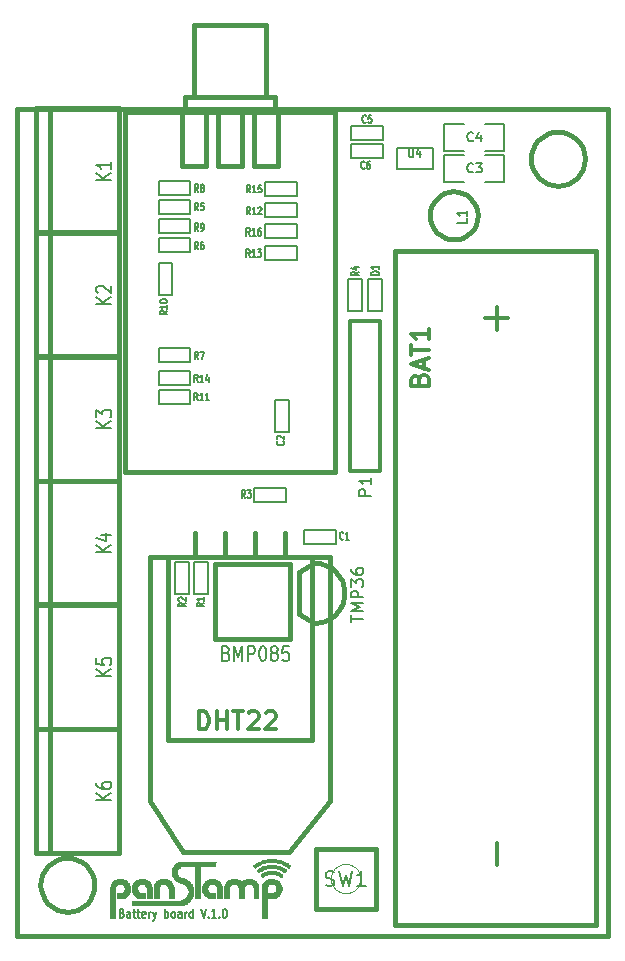
<source format=gto>
G04 (created by PCBNEW-RS274X (2010-05-05 BZR 2356)-stable) date Mon 25 Jun 2012 11:20:18 AM CEST*
G01*
G70*
G90*
%MOIN*%
G04 Gerber Fmt 3.4, Leading zero omitted, Abs format*
%FSLAX34Y34*%
G04 APERTURE LIST*
%ADD10C,0.000400*%
%ADD11C,0.015000*%
%ADD12C,0.006000*%
%ADD13C,0.005000*%
%ADD14C,0.012000*%
%ADD15C,0.000100*%
%ADD16C,0.004000*%
%ADD17C,0.008000*%
G04 APERTURE END LIST*
G54D10*
G54D11*
X74600Y-23250D02*
X74600Y-25250D01*
X94300Y-23250D02*
X74600Y-23250D01*
X94300Y-50825D02*
X94300Y-23250D01*
X92325Y-50825D02*
X94300Y-50825D01*
X74600Y-25225D02*
X74600Y-50825D01*
X74600Y-50825D02*
X92325Y-50825D01*
X93525Y-24925D02*
X93507Y-25099D01*
X93457Y-25267D01*
X93374Y-25423D01*
X93263Y-25559D01*
X93128Y-25671D01*
X92973Y-25754D01*
X92805Y-25806D01*
X92631Y-25824D01*
X92457Y-25809D01*
X92288Y-25759D01*
X92133Y-25678D01*
X91996Y-25568D01*
X91883Y-25433D01*
X91798Y-25279D01*
X91745Y-25112D01*
X91726Y-24937D01*
X91740Y-24763D01*
X91789Y-24594D01*
X91869Y-24438D01*
X91978Y-24300D01*
X92112Y-24186D01*
X92265Y-24101D01*
X92432Y-24046D01*
X92607Y-24026D01*
X92781Y-24039D01*
X92950Y-24086D01*
X93107Y-24166D01*
X93245Y-24274D01*
X93360Y-24407D01*
X93447Y-24559D01*
X93502Y-24726D01*
X93524Y-24900D01*
X93525Y-24925D01*
X77174Y-49125D02*
X77156Y-49299D01*
X77106Y-49467D01*
X77023Y-49623D01*
X76912Y-49759D01*
X76777Y-49871D01*
X76622Y-49954D01*
X76454Y-50006D01*
X76280Y-50024D01*
X76106Y-50009D01*
X75937Y-49959D01*
X75782Y-49878D01*
X75645Y-49768D01*
X75532Y-49633D01*
X75447Y-49479D01*
X75394Y-49312D01*
X75375Y-49137D01*
X75389Y-48963D01*
X75438Y-48794D01*
X75518Y-48638D01*
X75627Y-48500D01*
X75761Y-48386D01*
X75914Y-48301D01*
X76081Y-48246D01*
X76256Y-48226D01*
X76430Y-48239D01*
X76599Y-48286D01*
X76756Y-48366D01*
X76894Y-48474D01*
X77009Y-48607D01*
X77096Y-48759D01*
X77151Y-48926D01*
X77173Y-49100D01*
X77174Y-49125D01*
X82211Y-40915D02*
X83711Y-40915D01*
X83711Y-40915D02*
X83711Y-38415D01*
X83711Y-38415D02*
X81211Y-38415D01*
X81211Y-38415D02*
X81211Y-40915D01*
X81211Y-40915D02*
X82211Y-40915D01*
X89954Y-26811D02*
X89938Y-26966D01*
X89893Y-27115D01*
X89820Y-27253D01*
X89721Y-27374D01*
X89601Y-27474D01*
X89464Y-27548D01*
X89314Y-27594D01*
X89159Y-27610D01*
X89005Y-27596D01*
X88855Y-27552D01*
X88716Y-27480D01*
X88595Y-27382D01*
X88494Y-27262D01*
X88419Y-27126D01*
X88372Y-26977D01*
X88355Y-26822D01*
X88368Y-26667D01*
X88411Y-26517D01*
X88482Y-26378D01*
X88579Y-26256D01*
X88698Y-26155D01*
X88834Y-26078D01*
X88983Y-26030D01*
X89138Y-26012D01*
X89292Y-26024D01*
X89443Y-26066D01*
X89582Y-26136D01*
X89705Y-26232D01*
X89807Y-26350D01*
X89884Y-26486D01*
X89934Y-26634D01*
X89953Y-26789D01*
X89954Y-26811D01*
G54D12*
X86104Y-29516D02*
X86104Y-28926D01*
X86104Y-28926D02*
X85644Y-28926D01*
X85644Y-28926D02*
X85644Y-29516D01*
X86104Y-29516D02*
X86104Y-29986D01*
X86104Y-29986D02*
X85644Y-29986D01*
X85644Y-29986D02*
X85644Y-29516D01*
X86294Y-29396D02*
X86294Y-29986D01*
X86294Y-29986D02*
X86754Y-29986D01*
X86754Y-29986D02*
X86754Y-29396D01*
X86294Y-29396D02*
X86294Y-28926D01*
X86294Y-28926D02*
X86754Y-28926D01*
X86754Y-28926D02*
X86754Y-29396D01*
X84765Y-37309D02*
X84175Y-37309D01*
X84175Y-37309D02*
X84175Y-37769D01*
X84175Y-37769D02*
X84765Y-37769D01*
X84765Y-37309D02*
X85235Y-37309D01*
X85235Y-37309D02*
X85235Y-37769D01*
X85235Y-37769D02*
X84765Y-37769D01*
X80958Y-38958D02*
X80958Y-38368D01*
X80958Y-38368D02*
X80498Y-38368D01*
X80498Y-38368D02*
X80498Y-38958D01*
X80958Y-38958D02*
X80958Y-39428D01*
X80958Y-39428D02*
X80498Y-39428D01*
X80498Y-39428D02*
X80498Y-38958D01*
X80328Y-38958D02*
X80328Y-38368D01*
X80328Y-38368D02*
X79868Y-38368D01*
X79868Y-38368D02*
X79868Y-38958D01*
X80328Y-38958D02*
X80328Y-39428D01*
X80328Y-39428D02*
X79868Y-39428D01*
X79868Y-39428D02*
X79868Y-38958D01*
X83190Y-33440D02*
X83190Y-34030D01*
X83190Y-34030D02*
X83650Y-34030D01*
X83650Y-34030D02*
X83650Y-33440D01*
X83190Y-33440D02*
X83190Y-32970D01*
X83190Y-32970D02*
X83650Y-32970D01*
X83650Y-32970D02*
X83650Y-33440D01*
X82971Y-36372D02*
X83561Y-36372D01*
X83561Y-36372D02*
X83561Y-35912D01*
X83561Y-35912D02*
X82971Y-35912D01*
X82971Y-36372D02*
X82501Y-36372D01*
X82501Y-36372D02*
X82501Y-35912D01*
X82501Y-35912D02*
X82971Y-35912D01*
G54D13*
X88843Y-24806D02*
X88843Y-25706D01*
X88843Y-25706D02*
X89493Y-25706D01*
X90193Y-24806D02*
X90843Y-24806D01*
X90843Y-24806D02*
X90843Y-25706D01*
X90843Y-25706D02*
X90193Y-25706D01*
X89493Y-24806D02*
X88843Y-24806D01*
X88843Y-23763D02*
X88843Y-24663D01*
X88843Y-24663D02*
X89493Y-24663D01*
X90193Y-23763D02*
X90843Y-23763D01*
X90843Y-23763D02*
X90843Y-24663D01*
X90843Y-24663D02*
X90193Y-24663D01*
X89493Y-23763D02*
X88843Y-23763D01*
X88454Y-24552D02*
X88454Y-25252D01*
X88454Y-25252D02*
X87254Y-25252D01*
X87254Y-25252D02*
X87254Y-24552D01*
X87254Y-24552D02*
X88454Y-24552D01*
G54D14*
X86700Y-30340D02*
X85700Y-30340D01*
X85700Y-35340D02*
X86700Y-35340D01*
X86700Y-30340D02*
X86700Y-35340D01*
X85700Y-35340D02*
X85700Y-30340D01*
G54D15*
X82917Y-48270D02*
X82937Y-48270D01*
X82937Y-48290D01*
X82917Y-48290D01*
X82917Y-48270D01*
X82937Y-48270D02*
X82957Y-48270D01*
X82957Y-48290D01*
X82937Y-48290D01*
X82937Y-48270D01*
X82957Y-48270D02*
X82977Y-48270D01*
X82977Y-48290D01*
X82957Y-48290D01*
X82957Y-48270D01*
X82977Y-48270D02*
X82997Y-48270D01*
X82997Y-48290D01*
X82977Y-48290D01*
X82977Y-48270D01*
X82997Y-48270D02*
X83017Y-48270D01*
X83017Y-48290D01*
X82997Y-48290D01*
X82997Y-48270D01*
X83017Y-48270D02*
X83037Y-48270D01*
X83037Y-48290D01*
X83017Y-48290D01*
X83017Y-48270D01*
X83037Y-48270D02*
X83057Y-48270D01*
X83057Y-48290D01*
X83037Y-48290D01*
X83037Y-48270D01*
X83057Y-48270D02*
X83077Y-48270D01*
X83077Y-48290D01*
X83057Y-48290D01*
X83057Y-48270D01*
X83077Y-48270D02*
X83097Y-48270D01*
X83097Y-48290D01*
X83077Y-48290D01*
X83077Y-48270D01*
X83097Y-48270D02*
X83117Y-48270D01*
X83117Y-48290D01*
X83097Y-48290D01*
X83097Y-48270D01*
X83117Y-48270D02*
X83137Y-48270D01*
X83137Y-48290D01*
X83117Y-48290D01*
X83117Y-48270D01*
X83137Y-48270D02*
X83157Y-48270D01*
X83157Y-48290D01*
X83137Y-48290D01*
X83137Y-48270D01*
X83157Y-48270D02*
X83177Y-48270D01*
X83177Y-48290D01*
X83157Y-48290D01*
X83157Y-48270D01*
X83177Y-48270D02*
X83197Y-48270D01*
X83197Y-48290D01*
X83177Y-48290D01*
X83177Y-48270D01*
X83197Y-48270D02*
X83217Y-48270D01*
X83217Y-48290D01*
X83197Y-48290D01*
X83197Y-48270D01*
X83217Y-48270D02*
X83237Y-48270D01*
X83237Y-48290D01*
X83217Y-48290D01*
X83217Y-48270D01*
X82837Y-48290D02*
X82857Y-48290D01*
X82857Y-48310D01*
X82837Y-48310D01*
X82837Y-48290D01*
X82857Y-48290D02*
X82877Y-48290D01*
X82877Y-48310D01*
X82857Y-48310D01*
X82857Y-48290D01*
X82877Y-48290D02*
X82897Y-48290D01*
X82897Y-48310D01*
X82877Y-48310D01*
X82877Y-48290D01*
X82897Y-48290D02*
X82917Y-48290D01*
X82917Y-48310D01*
X82897Y-48310D01*
X82897Y-48290D01*
X82917Y-48290D02*
X82937Y-48290D01*
X82937Y-48310D01*
X82917Y-48310D01*
X82917Y-48290D01*
X82937Y-48290D02*
X82957Y-48290D01*
X82957Y-48310D01*
X82937Y-48310D01*
X82937Y-48290D01*
X82957Y-48290D02*
X82977Y-48290D01*
X82977Y-48310D01*
X82957Y-48310D01*
X82957Y-48290D01*
X82977Y-48290D02*
X82997Y-48290D01*
X82997Y-48310D01*
X82977Y-48310D01*
X82977Y-48290D01*
X82997Y-48290D02*
X83017Y-48290D01*
X83017Y-48310D01*
X82997Y-48310D01*
X82997Y-48290D01*
X83017Y-48290D02*
X83037Y-48290D01*
X83037Y-48310D01*
X83017Y-48310D01*
X83017Y-48290D01*
X83037Y-48290D02*
X83057Y-48290D01*
X83057Y-48310D01*
X83037Y-48310D01*
X83037Y-48290D01*
X83057Y-48290D02*
X83077Y-48290D01*
X83077Y-48310D01*
X83057Y-48310D01*
X83057Y-48290D01*
X83077Y-48290D02*
X83097Y-48290D01*
X83097Y-48310D01*
X83077Y-48310D01*
X83077Y-48290D01*
X83097Y-48290D02*
X83117Y-48290D01*
X83117Y-48310D01*
X83097Y-48310D01*
X83097Y-48290D01*
X83117Y-48290D02*
X83137Y-48290D01*
X83137Y-48310D01*
X83117Y-48310D01*
X83117Y-48290D01*
X83137Y-48290D02*
X83157Y-48290D01*
X83157Y-48310D01*
X83137Y-48310D01*
X83137Y-48290D01*
X83157Y-48290D02*
X83177Y-48290D01*
X83177Y-48310D01*
X83157Y-48310D01*
X83157Y-48290D01*
X83177Y-48290D02*
X83197Y-48290D01*
X83197Y-48310D01*
X83177Y-48310D01*
X83177Y-48290D01*
X83197Y-48290D02*
X83217Y-48290D01*
X83217Y-48310D01*
X83197Y-48310D01*
X83197Y-48290D01*
X83217Y-48290D02*
X83237Y-48290D01*
X83237Y-48310D01*
X83217Y-48310D01*
X83217Y-48290D01*
X83237Y-48290D02*
X83257Y-48290D01*
X83257Y-48310D01*
X83237Y-48310D01*
X83237Y-48290D01*
X83257Y-48290D02*
X83277Y-48290D01*
X83277Y-48310D01*
X83257Y-48310D01*
X83257Y-48290D01*
X83277Y-48290D02*
X83297Y-48290D01*
X83297Y-48310D01*
X83277Y-48310D01*
X83277Y-48290D01*
X83297Y-48290D02*
X83317Y-48290D01*
X83317Y-48310D01*
X83297Y-48310D01*
X83297Y-48290D01*
X83317Y-48290D02*
X83337Y-48290D01*
X83337Y-48310D01*
X83317Y-48310D01*
X83317Y-48290D01*
X82757Y-48310D02*
X82777Y-48310D01*
X82777Y-48330D01*
X82757Y-48330D01*
X82757Y-48310D01*
X82777Y-48310D02*
X82797Y-48310D01*
X82797Y-48330D01*
X82777Y-48330D01*
X82777Y-48310D01*
X82797Y-48310D02*
X82817Y-48310D01*
X82817Y-48330D01*
X82797Y-48330D01*
X82797Y-48310D01*
X82817Y-48310D02*
X82837Y-48310D01*
X82837Y-48330D01*
X82817Y-48330D01*
X82817Y-48310D01*
X82837Y-48310D02*
X82857Y-48310D01*
X82857Y-48330D01*
X82837Y-48330D01*
X82837Y-48310D01*
X82857Y-48310D02*
X82877Y-48310D01*
X82877Y-48330D01*
X82857Y-48330D01*
X82857Y-48310D01*
X82877Y-48310D02*
X82897Y-48310D01*
X82897Y-48330D01*
X82877Y-48330D01*
X82877Y-48310D01*
X82897Y-48310D02*
X82917Y-48310D01*
X82917Y-48330D01*
X82897Y-48330D01*
X82897Y-48310D01*
X82917Y-48310D02*
X82937Y-48310D01*
X82937Y-48330D01*
X82917Y-48330D01*
X82917Y-48310D01*
X82937Y-48310D02*
X82957Y-48310D01*
X82957Y-48330D01*
X82937Y-48330D01*
X82937Y-48310D01*
X82957Y-48310D02*
X82977Y-48310D01*
X82977Y-48330D01*
X82957Y-48330D01*
X82957Y-48310D01*
X82977Y-48310D02*
X82997Y-48310D01*
X82997Y-48330D01*
X82977Y-48330D01*
X82977Y-48310D01*
X82997Y-48310D02*
X83017Y-48310D01*
X83017Y-48330D01*
X82997Y-48330D01*
X82997Y-48310D01*
X83017Y-48310D02*
X83037Y-48310D01*
X83037Y-48330D01*
X83017Y-48330D01*
X83017Y-48310D01*
X83037Y-48310D02*
X83057Y-48310D01*
X83057Y-48330D01*
X83037Y-48330D01*
X83037Y-48310D01*
X83057Y-48310D02*
X83077Y-48310D01*
X83077Y-48330D01*
X83057Y-48330D01*
X83057Y-48310D01*
X83077Y-48310D02*
X83097Y-48310D01*
X83097Y-48330D01*
X83077Y-48330D01*
X83077Y-48310D01*
X83097Y-48310D02*
X83117Y-48310D01*
X83117Y-48330D01*
X83097Y-48330D01*
X83097Y-48310D01*
X83117Y-48310D02*
X83137Y-48310D01*
X83137Y-48330D01*
X83117Y-48330D01*
X83117Y-48310D01*
X83137Y-48310D02*
X83157Y-48310D01*
X83157Y-48330D01*
X83137Y-48330D01*
X83137Y-48310D01*
X83157Y-48310D02*
X83177Y-48310D01*
X83177Y-48330D01*
X83157Y-48330D01*
X83157Y-48310D01*
X83177Y-48310D02*
X83197Y-48310D01*
X83197Y-48330D01*
X83177Y-48330D01*
X83177Y-48310D01*
X83197Y-48310D02*
X83217Y-48310D01*
X83217Y-48330D01*
X83197Y-48330D01*
X83197Y-48310D01*
X83217Y-48310D02*
X83237Y-48310D01*
X83237Y-48330D01*
X83217Y-48330D01*
X83217Y-48310D01*
X83237Y-48310D02*
X83257Y-48310D01*
X83257Y-48330D01*
X83237Y-48330D01*
X83237Y-48310D01*
X83257Y-48310D02*
X83277Y-48310D01*
X83277Y-48330D01*
X83257Y-48330D01*
X83257Y-48310D01*
X83277Y-48310D02*
X83297Y-48310D01*
X83297Y-48330D01*
X83277Y-48330D01*
X83277Y-48310D01*
X83297Y-48310D02*
X83317Y-48310D01*
X83317Y-48330D01*
X83297Y-48330D01*
X83297Y-48310D01*
X83317Y-48310D02*
X83337Y-48310D01*
X83337Y-48330D01*
X83317Y-48330D01*
X83317Y-48310D01*
X83337Y-48310D02*
X83357Y-48310D01*
X83357Y-48330D01*
X83337Y-48330D01*
X83337Y-48310D01*
X83357Y-48310D02*
X83377Y-48310D01*
X83377Y-48330D01*
X83357Y-48330D01*
X83357Y-48310D01*
X83377Y-48310D02*
X83397Y-48310D01*
X83397Y-48330D01*
X83377Y-48330D01*
X83377Y-48310D01*
X82717Y-48330D02*
X82737Y-48330D01*
X82737Y-48350D01*
X82717Y-48350D01*
X82717Y-48330D01*
X82737Y-48330D02*
X82757Y-48330D01*
X82757Y-48350D01*
X82737Y-48350D01*
X82737Y-48330D01*
X82757Y-48330D02*
X82777Y-48330D01*
X82777Y-48350D01*
X82757Y-48350D01*
X82757Y-48330D01*
X82777Y-48330D02*
X82797Y-48330D01*
X82797Y-48350D01*
X82777Y-48350D01*
X82777Y-48330D01*
X82797Y-48330D02*
X82817Y-48330D01*
X82817Y-48350D01*
X82797Y-48350D01*
X82797Y-48330D01*
X82817Y-48330D02*
X82837Y-48330D01*
X82837Y-48350D01*
X82817Y-48350D01*
X82817Y-48330D01*
X82837Y-48330D02*
X82857Y-48330D01*
X82857Y-48350D01*
X82837Y-48350D01*
X82837Y-48330D01*
X82857Y-48330D02*
X82877Y-48330D01*
X82877Y-48350D01*
X82857Y-48350D01*
X82857Y-48330D01*
X82877Y-48330D02*
X82897Y-48330D01*
X82897Y-48350D01*
X82877Y-48350D01*
X82877Y-48330D01*
X82897Y-48330D02*
X82917Y-48330D01*
X82917Y-48350D01*
X82897Y-48350D01*
X82897Y-48330D01*
X82917Y-48330D02*
X82937Y-48330D01*
X82937Y-48350D01*
X82917Y-48350D01*
X82917Y-48330D01*
X82937Y-48330D02*
X82957Y-48330D01*
X82957Y-48350D01*
X82937Y-48350D01*
X82937Y-48330D01*
X82957Y-48330D02*
X82977Y-48330D01*
X82977Y-48350D01*
X82957Y-48350D01*
X82957Y-48330D01*
X82977Y-48330D02*
X82997Y-48330D01*
X82997Y-48350D01*
X82977Y-48350D01*
X82977Y-48330D01*
X82997Y-48330D02*
X83017Y-48330D01*
X83017Y-48350D01*
X82997Y-48350D01*
X82997Y-48330D01*
X83017Y-48330D02*
X83037Y-48330D01*
X83037Y-48350D01*
X83017Y-48350D01*
X83017Y-48330D01*
X83037Y-48330D02*
X83057Y-48330D01*
X83057Y-48350D01*
X83037Y-48350D01*
X83037Y-48330D01*
X83057Y-48330D02*
X83077Y-48330D01*
X83077Y-48350D01*
X83057Y-48350D01*
X83057Y-48330D01*
X83077Y-48330D02*
X83097Y-48330D01*
X83097Y-48350D01*
X83077Y-48350D01*
X83077Y-48330D01*
X83097Y-48330D02*
X83117Y-48330D01*
X83117Y-48350D01*
X83097Y-48350D01*
X83097Y-48330D01*
X83117Y-48330D02*
X83137Y-48330D01*
X83137Y-48350D01*
X83117Y-48350D01*
X83117Y-48330D01*
X83137Y-48330D02*
X83157Y-48330D01*
X83157Y-48350D01*
X83137Y-48350D01*
X83137Y-48330D01*
X83157Y-48330D02*
X83177Y-48330D01*
X83177Y-48350D01*
X83157Y-48350D01*
X83157Y-48330D01*
X83177Y-48330D02*
X83197Y-48330D01*
X83197Y-48350D01*
X83177Y-48350D01*
X83177Y-48330D01*
X83197Y-48330D02*
X83217Y-48330D01*
X83217Y-48350D01*
X83197Y-48350D01*
X83197Y-48330D01*
X83217Y-48330D02*
X83237Y-48330D01*
X83237Y-48350D01*
X83217Y-48350D01*
X83217Y-48330D01*
X83237Y-48330D02*
X83257Y-48330D01*
X83257Y-48350D01*
X83237Y-48350D01*
X83237Y-48330D01*
X83257Y-48330D02*
X83277Y-48330D01*
X83277Y-48350D01*
X83257Y-48350D01*
X83257Y-48330D01*
X83277Y-48330D02*
X83297Y-48330D01*
X83297Y-48350D01*
X83277Y-48350D01*
X83277Y-48330D01*
X83297Y-48330D02*
X83317Y-48330D01*
X83317Y-48350D01*
X83297Y-48350D01*
X83297Y-48330D01*
X83317Y-48330D02*
X83337Y-48330D01*
X83337Y-48350D01*
X83317Y-48350D01*
X83317Y-48330D01*
X83337Y-48330D02*
X83357Y-48330D01*
X83357Y-48350D01*
X83337Y-48350D01*
X83337Y-48330D01*
X83357Y-48330D02*
X83377Y-48330D01*
X83377Y-48350D01*
X83357Y-48350D01*
X83357Y-48330D01*
X83377Y-48330D02*
X83397Y-48330D01*
X83397Y-48350D01*
X83377Y-48350D01*
X83377Y-48330D01*
X83397Y-48330D02*
X83417Y-48330D01*
X83417Y-48350D01*
X83397Y-48350D01*
X83397Y-48330D01*
X83417Y-48330D02*
X83437Y-48330D01*
X83437Y-48350D01*
X83417Y-48350D01*
X83417Y-48330D01*
X83437Y-48330D02*
X83457Y-48330D01*
X83457Y-48350D01*
X83437Y-48350D01*
X83437Y-48330D01*
X80017Y-48350D02*
X80037Y-48350D01*
X80037Y-48370D01*
X80017Y-48370D01*
X80017Y-48350D01*
X80037Y-48350D02*
X80057Y-48350D01*
X80057Y-48370D01*
X80037Y-48370D01*
X80037Y-48350D01*
X80057Y-48350D02*
X80077Y-48350D01*
X80077Y-48370D01*
X80057Y-48370D01*
X80057Y-48350D01*
X80077Y-48350D02*
X80097Y-48350D01*
X80097Y-48370D01*
X80077Y-48370D01*
X80077Y-48350D01*
X80097Y-48350D02*
X80117Y-48350D01*
X80117Y-48370D01*
X80097Y-48370D01*
X80097Y-48350D01*
X80117Y-48350D02*
X80137Y-48350D01*
X80137Y-48370D01*
X80117Y-48370D01*
X80117Y-48350D01*
X80137Y-48350D02*
X80157Y-48350D01*
X80157Y-48370D01*
X80137Y-48370D01*
X80137Y-48350D01*
X80157Y-48350D02*
X80177Y-48350D01*
X80177Y-48370D01*
X80157Y-48370D01*
X80157Y-48350D01*
X80177Y-48350D02*
X80197Y-48350D01*
X80197Y-48370D01*
X80177Y-48370D01*
X80177Y-48350D01*
X80197Y-48350D02*
X80217Y-48350D01*
X80217Y-48370D01*
X80197Y-48370D01*
X80197Y-48350D01*
X80217Y-48350D02*
X80237Y-48350D01*
X80237Y-48370D01*
X80217Y-48370D01*
X80217Y-48350D01*
X80237Y-48350D02*
X80257Y-48350D01*
X80257Y-48370D01*
X80237Y-48370D01*
X80237Y-48350D01*
X80257Y-48350D02*
X80277Y-48350D01*
X80277Y-48370D01*
X80257Y-48370D01*
X80257Y-48350D01*
X80277Y-48350D02*
X80297Y-48350D01*
X80297Y-48370D01*
X80277Y-48370D01*
X80277Y-48350D01*
X80297Y-48350D02*
X80317Y-48350D01*
X80317Y-48370D01*
X80297Y-48370D01*
X80297Y-48350D01*
X80317Y-48350D02*
X80337Y-48350D01*
X80337Y-48370D01*
X80317Y-48370D01*
X80317Y-48350D01*
X80337Y-48350D02*
X80357Y-48350D01*
X80357Y-48370D01*
X80337Y-48370D01*
X80337Y-48350D01*
X80357Y-48350D02*
X80377Y-48350D01*
X80377Y-48370D01*
X80357Y-48370D01*
X80357Y-48350D01*
X80377Y-48350D02*
X80397Y-48350D01*
X80397Y-48370D01*
X80377Y-48370D01*
X80377Y-48350D01*
X80397Y-48350D02*
X80417Y-48350D01*
X80417Y-48370D01*
X80397Y-48370D01*
X80397Y-48350D01*
X80417Y-48350D02*
X80437Y-48350D01*
X80437Y-48370D01*
X80417Y-48370D01*
X80417Y-48350D01*
X80437Y-48350D02*
X80457Y-48350D01*
X80457Y-48370D01*
X80437Y-48370D01*
X80437Y-48350D01*
X80457Y-48350D02*
X80477Y-48350D01*
X80477Y-48370D01*
X80457Y-48370D01*
X80457Y-48350D01*
X80477Y-48350D02*
X80497Y-48350D01*
X80497Y-48370D01*
X80477Y-48370D01*
X80477Y-48350D01*
X80497Y-48350D02*
X80517Y-48350D01*
X80517Y-48370D01*
X80497Y-48370D01*
X80497Y-48350D01*
X80517Y-48350D02*
X80537Y-48350D01*
X80537Y-48370D01*
X80517Y-48370D01*
X80517Y-48350D01*
X80537Y-48350D02*
X80557Y-48350D01*
X80557Y-48370D01*
X80537Y-48370D01*
X80537Y-48350D01*
X80557Y-48350D02*
X80577Y-48350D01*
X80577Y-48370D01*
X80557Y-48370D01*
X80557Y-48350D01*
X80577Y-48350D02*
X80597Y-48350D01*
X80597Y-48370D01*
X80577Y-48370D01*
X80577Y-48350D01*
X80597Y-48350D02*
X80617Y-48350D01*
X80617Y-48370D01*
X80597Y-48370D01*
X80597Y-48350D01*
X80617Y-48350D02*
X80637Y-48350D01*
X80637Y-48370D01*
X80617Y-48370D01*
X80617Y-48350D01*
X80637Y-48350D02*
X80657Y-48350D01*
X80657Y-48370D01*
X80637Y-48370D01*
X80637Y-48350D01*
X80657Y-48350D02*
X80677Y-48350D01*
X80677Y-48370D01*
X80657Y-48370D01*
X80657Y-48350D01*
X80677Y-48350D02*
X80697Y-48350D01*
X80697Y-48370D01*
X80677Y-48370D01*
X80677Y-48350D01*
X80697Y-48350D02*
X80717Y-48350D01*
X80717Y-48370D01*
X80697Y-48370D01*
X80697Y-48350D01*
X80717Y-48350D02*
X80737Y-48350D01*
X80737Y-48370D01*
X80717Y-48370D01*
X80717Y-48350D01*
X80737Y-48350D02*
X80757Y-48350D01*
X80757Y-48370D01*
X80737Y-48370D01*
X80737Y-48350D01*
X80757Y-48350D02*
X80777Y-48350D01*
X80777Y-48370D01*
X80757Y-48370D01*
X80757Y-48350D01*
X80777Y-48350D02*
X80797Y-48350D01*
X80797Y-48370D01*
X80777Y-48370D01*
X80777Y-48350D01*
X80797Y-48350D02*
X80817Y-48350D01*
X80817Y-48370D01*
X80797Y-48370D01*
X80797Y-48350D01*
X80817Y-48350D02*
X80837Y-48350D01*
X80837Y-48370D01*
X80817Y-48370D01*
X80817Y-48350D01*
X80837Y-48350D02*
X80857Y-48350D01*
X80857Y-48370D01*
X80837Y-48370D01*
X80837Y-48350D01*
X80857Y-48350D02*
X80877Y-48350D01*
X80877Y-48370D01*
X80857Y-48370D01*
X80857Y-48350D01*
X80877Y-48350D02*
X80897Y-48350D01*
X80897Y-48370D01*
X80877Y-48370D01*
X80877Y-48350D01*
X80897Y-48350D02*
X80917Y-48350D01*
X80917Y-48370D01*
X80897Y-48370D01*
X80897Y-48350D01*
X80917Y-48350D02*
X80937Y-48350D01*
X80937Y-48370D01*
X80917Y-48370D01*
X80917Y-48350D01*
X80937Y-48350D02*
X80957Y-48350D01*
X80957Y-48370D01*
X80937Y-48370D01*
X80937Y-48350D01*
X80957Y-48350D02*
X80977Y-48350D01*
X80977Y-48370D01*
X80957Y-48370D01*
X80957Y-48350D01*
X80977Y-48350D02*
X80997Y-48350D01*
X80997Y-48370D01*
X80977Y-48370D01*
X80977Y-48350D01*
X80997Y-48350D02*
X81017Y-48350D01*
X81017Y-48370D01*
X80997Y-48370D01*
X80997Y-48350D01*
X81017Y-48350D02*
X81037Y-48350D01*
X81037Y-48370D01*
X81017Y-48370D01*
X81017Y-48350D01*
X81037Y-48350D02*
X81057Y-48350D01*
X81057Y-48370D01*
X81037Y-48370D01*
X81037Y-48350D01*
X81057Y-48350D02*
X81077Y-48350D01*
X81077Y-48370D01*
X81057Y-48370D01*
X81057Y-48350D01*
X81077Y-48350D02*
X81097Y-48350D01*
X81097Y-48370D01*
X81077Y-48370D01*
X81077Y-48350D01*
X81097Y-48350D02*
X81117Y-48350D01*
X81117Y-48370D01*
X81097Y-48370D01*
X81097Y-48350D01*
X81117Y-48350D02*
X81137Y-48350D01*
X81137Y-48370D01*
X81117Y-48370D01*
X81117Y-48350D01*
X81137Y-48350D02*
X81157Y-48350D01*
X81157Y-48370D01*
X81137Y-48370D01*
X81137Y-48350D01*
X81157Y-48350D02*
X81177Y-48350D01*
X81177Y-48370D01*
X81157Y-48370D01*
X81157Y-48350D01*
X81177Y-48350D02*
X81197Y-48350D01*
X81197Y-48370D01*
X81177Y-48370D01*
X81177Y-48350D01*
X81197Y-48350D02*
X81217Y-48350D01*
X81217Y-48370D01*
X81197Y-48370D01*
X81197Y-48350D01*
X82657Y-48350D02*
X82677Y-48350D01*
X82677Y-48370D01*
X82657Y-48370D01*
X82657Y-48350D01*
X82677Y-48350D02*
X82697Y-48350D01*
X82697Y-48370D01*
X82677Y-48370D01*
X82677Y-48350D01*
X82697Y-48350D02*
X82717Y-48350D01*
X82717Y-48370D01*
X82697Y-48370D01*
X82697Y-48350D01*
X82717Y-48350D02*
X82737Y-48350D01*
X82737Y-48370D01*
X82717Y-48370D01*
X82717Y-48350D01*
X82737Y-48350D02*
X82757Y-48350D01*
X82757Y-48370D01*
X82737Y-48370D01*
X82737Y-48350D01*
X82757Y-48350D02*
X82777Y-48350D01*
X82777Y-48370D01*
X82757Y-48370D01*
X82757Y-48350D01*
X82777Y-48350D02*
X82797Y-48350D01*
X82797Y-48370D01*
X82777Y-48370D01*
X82777Y-48350D01*
X82797Y-48350D02*
X82817Y-48350D01*
X82817Y-48370D01*
X82797Y-48370D01*
X82797Y-48350D01*
X82817Y-48350D02*
X82837Y-48350D01*
X82837Y-48370D01*
X82817Y-48370D01*
X82817Y-48350D01*
X82837Y-48350D02*
X82857Y-48350D01*
X82857Y-48370D01*
X82837Y-48370D01*
X82837Y-48350D01*
X82857Y-48350D02*
X82877Y-48350D01*
X82877Y-48370D01*
X82857Y-48370D01*
X82857Y-48350D01*
X82877Y-48350D02*
X82897Y-48350D01*
X82897Y-48370D01*
X82877Y-48370D01*
X82877Y-48350D01*
X82897Y-48350D02*
X82917Y-48350D01*
X82917Y-48370D01*
X82897Y-48370D01*
X82897Y-48350D01*
X82917Y-48350D02*
X82937Y-48350D01*
X82937Y-48370D01*
X82917Y-48370D01*
X82917Y-48350D01*
X82937Y-48350D02*
X82957Y-48350D01*
X82957Y-48370D01*
X82937Y-48370D01*
X82937Y-48350D01*
X82957Y-48350D02*
X82977Y-48350D01*
X82977Y-48370D01*
X82957Y-48370D01*
X82957Y-48350D01*
X82977Y-48350D02*
X82997Y-48350D01*
X82997Y-48370D01*
X82977Y-48370D01*
X82977Y-48350D01*
X82997Y-48350D02*
X83017Y-48350D01*
X83017Y-48370D01*
X82997Y-48370D01*
X82997Y-48350D01*
X83137Y-48350D02*
X83157Y-48350D01*
X83157Y-48370D01*
X83137Y-48370D01*
X83137Y-48350D01*
X83157Y-48350D02*
X83177Y-48350D01*
X83177Y-48370D01*
X83157Y-48370D01*
X83157Y-48350D01*
X83177Y-48350D02*
X83197Y-48350D01*
X83197Y-48370D01*
X83177Y-48370D01*
X83177Y-48350D01*
X83197Y-48350D02*
X83217Y-48350D01*
X83217Y-48370D01*
X83197Y-48370D01*
X83197Y-48350D01*
X83217Y-48350D02*
X83237Y-48350D01*
X83237Y-48370D01*
X83217Y-48370D01*
X83217Y-48350D01*
X83237Y-48350D02*
X83257Y-48350D01*
X83257Y-48370D01*
X83237Y-48370D01*
X83237Y-48350D01*
X83257Y-48350D02*
X83277Y-48350D01*
X83277Y-48370D01*
X83257Y-48370D01*
X83257Y-48350D01*
X83277Y-48350D02*
X83297Y-48350D01*
X83297Y-48370D01*
X83277Y-48370D01*
X83277Y-48350D01*
X83297Y-48350D02*
X83317Y-48350D01*
X83317Y-48370D01*
X83297Y-48370D01*
X83297Y-48350D01*
X83317Y-48350D02*
X83337Y-48350D01*
X83337Y-48370D01*
X83317Y-48370D01*
X83317Y-48350D01*
X83337Y-48350D02*
X83357Y-48350D01*
X83357Y-48370D01*
X83337Y-48370D01*
X83337Y-48350D01*
X83357Y-48350D02*
X83377Y-48350D01*
X83377Y-48370D01*
X83357Y-48370D01*
X83357Y-48350D01*
X83377Y-48350D02*
X83397Y-48350D01*
X83397Y-48370D01*
X83377Y-48370D01*
X83377Y-48350D01*
X83397Y-48350D02*
X83417Y-48350D01*
X83417Y-48370D01*
X83397Y-48370D01*
X83397Y-48350D01*
X83417Y-48350D02*
X83437Y-48350D01*
X83437Y-48370D01*
X83417Y-48370D01*
X83417Y-48350D01*
X83437Y-48350D02*
X83457Y-48350D01*
X83457Y-48370D01*
X83437Y-48370D01*
X83437Y-48350D01*
X83457Y-48350D02*
X83477Y-48350D01*
X83477Y-48370D01*
X83457Y-48370D01*
X83457Y-48350D01*
X83477Y-48350D02*
X83497Y-48350D01*
X83497Y-48370D01*
X83477Y-48370D01*
X83477Y-48350D01*
X79977Y-48370D02*
X79997Y-48370D01*
X79997Y-48390D01*
X79977Y-48390D01*
X79977Y-48370D01*
X79997Y-48370D02*
X80017Y-48370D01*
X80017Y-48390D01*
X79997Y-48390D01*
X79997Y-48370D01*
X80017Y-48370D02*
X80037Y-48370D01*
X80037Y-48390D01*
X80017Y-48390D01*
X80017Y-48370D01*
X80037Y-48370D02*
X80057Y-48370D01*
X80057Y-48390D01*
X80037Y-48390D01*
X80037Y-48370D01*
X80057Y-48370D02*
X80077Y-48370D01*
X80077Y-48390D01*
X80057Y-48390D01*
X80057Y-48370D01*
X80077Y-48370D02*
X80097Y-48370D01*
X80097Y-48390D01*
X80077Y-48390D01*
X80077Y-48370D01*
X80097Y-48370D02*
X80117Y-48370D01*
X80117Y-48390D01*
X80097Y-48390D01*
X80097Y-48370D01*
X80117Y-48370D02*
X80137Y-48370D01*
X80137Y-48390D01*
X80117Y-48390D01*
X80117Y-48370D01*
X80137Y-48370D02*
X80157Y-48370D01*
X80157Y-48390D01*
X80137Y-48390D01*
X80137Y-48370D01*
X80157Y-48370D02*
X80177Y-48370D01*
X80177Y-48390D01*
X80157Y-48390D01*
X80157Y-48370D01*
X80177Y-48370D02*
X80197Y-48370D01*
X80197Y-48390D01*
X80177Y-48390D01*
X80177Y-48370D01*
X80197Y-48370D02*
X80217Y-48370D01*
X80217Y-48390D01*
X80197Y-48390D01*
X80197Y-48370D01*
X80217Y-48370D02*
X80237Y-48370D01*
X80237Y-48390D01*
X80217Y-48390D01*
X80217Y-48370D01*
X80237Y-48370D02*
X80257Y-48370D01*
X80257Y-48390D01*
X80237Y-48390D01*
X80237Y-48370D01*
X80257Y-48370D02*
X80277Y-48370D01*
X80277Y-48390D01*
X80257Y-48390D01*
X80257Y-48370D01*
X80277Y-48370D02*
X80297Y-48370D01*
X80297Y-48390D01*
X80277Y-48390D01*
X80277Y-48370D01*
X80297Y-48370D02*
X80317Y-48370D01*
X80317Y-48390D01*
X80297Y-48390D01*
X80297Y-48370D01*
X80317Y-48370D02*
X80337Y-48370D01*
X80337Y-48390D01*
X80317Y-48390D01*
X80317Y-48370D01*
X80337Y-48370D02*
X80357Y-48370D01*
X80357Y-48390D01*
X80337Y-48390D01*
X80337Y-48370D01*
X80357Y-48370D02*
X80377Y-48370D01*
X80377Y-48390D01*
X80357Y-48390D01*
X80357Y-48370D01*
X80377Y-48370D02*
X80397Y-48370D01*
X80397Y-48390D01*
X80377Y-48390D01*
X80377Y-48370D01*
X80397Y-48370D02*
X80417Y-48370D01*
X80417Y-48390D01*
X80397Y-48390D01*
X80397Y-48370D01*
X80417Y-48370D02*
X80437Y-48370D01*
X80437Y-48390D01*
X80417Y-48390D01*
X80417Y-48370D01*
X80437Y-48370D02*
X80457Y-48370D01*
X80457Y-48390D01*
X80437Y-48390D01*
X80437Y-48370D01*
X80457Y-48370D02*
X80477Y-48370D01*
X80477Y-48390D01*
X80457Y-48390D01*
X80457Y-48370D01*
X80477Y-48370D02*
X80497Y-48370D01*
X80497Y-48390D01*
X80477Y-48390D01*
X80477Y-48370D01*
X80497Y-48370D02*
X80517Y-48370D01*
X80517Y-48390D01*
X80497Y-48390D01*
X80497Y-48370D01*
X80517Y-48370D02*
X80537Y-48370D01*
X80537Y-48390D01*
X80517Y-48390D01*
X80517Y-48370D01*
X80537Y-48370D02*
X80557Y-48370D01*
X80557Y-48390D01*
X80537Y-48390D01*
X80537Y-48370D01*
X80557Y-48370D02*
X80577Y-48370D01*
X80577Y-48390D01*
X80557Y-48390D01*
X80557Y-48370D01*
X80577Y-48370D02*
X80597Y-48370D01*
X80597Y-48390D01*
X80577Y-48390D01*
X80577Y-48370D01*
X80597Y-48370D02*
X80617Y-48370D01*
X80617Y-48390D01*
X80597Y-48390D01*
X80597Y-48370D01*
X80617Y-48370D02*
X80637Y-48370D01*
X80637Y-48390D01*
X80617Y-48390D01*
X80617Y-48370D01*
X80637Y-48370D02*
X80657Y-48370D01*
X80657Y-48390D01*
X80637Y-48390D01*
X80637Y-48370D01*
X80657Y-48370D02*
X80677Y-48370D01*
X80677Y-48390D01*
X80657Y-48390D01*
X80657Y-48370D01*
X80677Y-48370D02*
X80697Y-48370D01*
X80697Y-48390D01*
X80677Y-48390D01*
X80677Y-48370D01*
X80697Y-48370D02*
X80717Y-48370D01*
X80717Y-48390D01*
X80697Y-48390D01*
X80697Y-48370D01*
X80717Y-48370D02*
X80737Y-48370D01*
X80737Y-48390D01*
X80717Y-48390D01*
X80717Y-48370D01*
X80737Y-48370D02*
X80757Y-48370D01*
X80757Y-48390D01*
X80737Y-48390D01*
X80737Y-48370D01*
X80757Y-48370D02*
X80777Y-48370D01*
X80777Y-48390D01*
X80757Y-48390D01*
X80757Y-48370D01*
X80777Y-48370D02*
X80797Y-48370D01*
X80797Y-48390D01*
X80777Y-48390D01*
X80777Y-48370D01*
X80797Y-48370D02*
X80817Y-48370D01*
X80817Y-48390D01*
X80797Y-48390D01*
X80797Y-48370D01*
X80817Y-48370D02*
X80837Y-48370D01*
X80837Y-48390D01*
X80817Y-48390D01*
X80817Y-48370D01*
X80837Y-48370D02*
X80857Y-48370D01*
X80857Y-48390D01*
X80837Y-48390D01*
X80837Y-48370D01*
X80857Y-48370D02*
X80877Y-48370D01*
X80877Y-48390D01*
X80857Y-48390D01*
X80857Y-48370D01*
X80877Y-48370D02*
X80897Y-48370D01*
X80897Y-48390D01*
X80877Y-48390D01*
X80877Y-48370D01*
X80897Y-48370D02*
X80917Y-48370D01*
X80917Y-48390D01*
X80897Y-48390D01*
X80897Y-48370D01*
X80917Y-48370D02*
X80937Y-48370D01*
X80937Y-48390D01*
X80917Y-48390D01*
X80917Y-48370D01*
X80937Y-48370D02*
X80957Y-48370D01*
X80957Y-48390D01*
X80937Y-48390D01*
X80937Y-48370D01*
X80957Y-48370D02*
X80977Y-48370D01*
X80977Y-48390D01*
X80957Y-48390D01*
X80957Y-48370D01*
X80977Y-48370D02*
X80997Y-48370D01*
X80997Y-48390D01*
X80977Y-48390D01*
X80977Y-48370D01*
X80997Y-48370D02*
X81017Y-48370D01*
X81017Y-48390D01*
X80997Y-48390D01*
X80997Y-48370D01*
X81017Y-48370D02*
X81037Y-48370D01*
X81037Y-48390D01*
X81017Y-48390D01*
X81017Y-48370D01*
X81037Y-48370D02*
X81057Y-48370D01*
X81057Y-48390D01*
X81037Y-48390D01*
X81037Y-48370D01*
X81057Y-48370D02*
X81077Y-48370D01*
X81077Y-48390D01*
X81057Y-48390D01*
X81057Y-48370D01*
X81077Y-48370D02*
X81097Y-48370D01*
X81097Y-48390D01*
X81077Y-48390D01*
X81077Y-48370D01*
X81097Y-48370D02*
X81117Y-48370D01*
X81117Y-48390D01*
X81097Y-48390D01*
X81097Y-48370D01*
X81117Y-48370D02*
X81137Y-48370D01*
X81137Y-48390D01*
X81117Y-48390D01*
X81117Y-48370D01*
X81137Y-48370D02*
X81157Y-48370D01*
X81157Y-48390D01*
X81137Y-48390D01*
X81137Y-48370D01*
X81157Y-48370D02*
X81177Y-48370D01*
X81177Y-48390D01*
X81157Y-48390D01*
X81157Y-48370D01*
X81177Y-48370D02*
X81197Y-48370D01*
X81197Y-48390D01*
X81177Y-48390D01*
X81177Y-48370D01*
X82617Y-48370D02*
X82637Y-48370D01*
X82637Y-48390D01*
X82617Y-48390D01*
X82617Y-48370D01*
X82637Y-48370D02*
X82657Y-48370D01*
X82657Y-48390D01*
X82637Y-48390D01*
X82637Y-48370D01*
X82657Y-48370D02*
X82677Y-48370D01*
X82677Y-48390D01*
X82657Y-48390D01*
X82657Y-48370D01*
X82677Y-48370D02*
X82697Y-48370D01*
X82697Y-48390D01*
X82677Y-48390D01*
X82677Y-48370D01*
X82697Y-48370D02*
X82717Y-48370D01*
X82717Y-48390D01*
X82697Y-48390D01*
X82697Y-48370D01*
X82717Y-48370D02*
X82737Y-48370D01*
X82737Y-48390D01*
X82717Y-48390D01*
X82717Y-48370D01*
X82737Y-48370D02*
X82757Y-48370D01*
X82757Y-48390D01*
X82737Y-48390D01*
X82737Y-48370D01*
X82757Y-48370D02*
X82777Y-48370D01*
X82777Y-48390D01*
X82757Y-48390D01*
X82757Y-48370D01*
X82777Y-48370D02*
X82797Y-48370D01*
X82797Y-48390D01*
X82777Y-48390D01*
X82777Y-48370D01*
X82797Y-48370D02*
X82817Y-48370D01*
X82817Y-48390D01*
X82797Y-48390D01*
X82797Y-48370D01*
X82817Y-48370D02*
X82837Y-48370D01*
X82837Y-48390D01*
X82817Y-48390D01*
X82817Y-48370D01*
X82837Y-48370D02*
X82857Y-48370D01*
X82857Y-48390D01*
X82837Y-48390D01*
X82837Y-48370D01*
X82857Y-48370D02*
X82877Y-48370D01*
X82877Y-48390D01*
X82857Y-48390D01*
X82857Y-48370D01*
X83277Y-48370D02*
X83297Y-48370D01*
X83297Y-48390D01*
X83277Y-48390D01*
X83277Y-48370D01*
X83297Y-48370D02*
X83317Y-48370D01*
X83317Y-48390D01*
X83297Y-48390D01*
X83297Y-48370D01*
X83317Y-48370D02*
X83337Y-48370D01*
X83337Y-48390D01*
X83317Y-48390D01*
X83317Y-48370D01*
X83337Y-48370D02*
X83357Y-48370D01*
X83357Y-48390D01*
X83337Y-48390D01*
X83337Y-48370D01*
X83357Y-48370D02*
X83377Y-48370D01*
X83377Y-48390D01*
X83357Y-48390D01*
X83357Y-48370D01*
X83377Y-48370D02*
X83397Y-48370D01*
X83397Y-48390D01*
X83377Y-48390D01*
X83377Y-48370D01*
X83397Y-48370D02*
X83417Y-48370D01*
X83417Y-48390D01*
X83397Y-48390D01*
X83397Y-48370D01*
X83417Y-48370D02*
X83437Y-48370D01*
X83437Y-48390D01*
X83417Y-48390D01*
X83417Y-48370D01*
X83437Y-48370D02*
X83457Y-48370D01*
X83457Y-48390D01*
X83437Y-48390D01*
X83437Y-48370D01*
X83457Y-48370D02*
X83477Y-48370D01*
X83477Y-48390D01*
X83457Y-48390D01*
X83457Y-48370D01*
X83477Y-48370D02*
X83497Y-48370D01*
X83497Y-48390D01*
X83477Y-48390D01*
X83477Y-48370D01*
X83497Y-48370D02*
X83517Y-48370D01*
X83517Y-48390D01*
X83497Y-48390D01*
X83497Y-48370D01*
X83517Y-48370D02*
X83537Y-48370D01*
X83537Y-48390D01*
X83517Y-48390D01*
X83517Y-48370D01*
X79937Y-48390D02*
X79957Y-48390D01*
X79957Y-48410D01*
X79937Y-48410D01*
X79937Y-48390D01*
X79957Y-48390D02*
X79977Y-48390D01*
X79977Y-48410D01*
X79957Y-48410D01*
X79957Y-48390D01*
X79977Y-48390D02*
X79997Y-48390D01*
X79997Y-48410D01*
X79977Y-48410D01*
X79977Y-48390D01*
X79997Y-48390D02*
X80017Y-48390D01*
X80017Y-48410D01*
X79997Y-48410D01*
X79997Y-48390D01*
X80017Y-48390D02*
X80037Y-48390D01*
X80037Y-48410D01*
X80017Y-48410D01*
X80017Y-48390D01*
X80037Y-48390D02*
X80057Y-48390D01*
X80057Y-48410D01*
X80037Y-48410D01*
X80037Y-48390D01*
X80057Y-48390D02*
X80077Y-48390D01*
X80077Y-48410D01*
X80057Y-48410D01*
X80057Y-48390D01*
X80077Y-48390D02*
X80097Y-48390D01*
X80097Y-48410D01*
X80077Y-48410D01*
X80077Y-48390D01*
X80097Y-48390D02*
X80117Y-48390D01*
X80117Y-48410D01*
X80097Y-48410D01*
X80097Y-48390D01*
X80117Y-48390D02*
X80137Y-48390D01*
X80137Y-48410D01*
X80117Y-48410D01*
X80117Y-48390D01*
X80137Y-48390D02*
X80157Y-48390D01*
X80157Y-48410D01*
X80137Y-48410D01*
X80137Y-48390D01*
X80157Y-48390D02*
X80177Y-48390D01*
X80177Y-48410D01*
X80157Y-48410D01*
X80157Y-48390D01*
X80177Y-48390D02*
X80197Y-48390D01*
X80197Y-48410D01*
X80177Y-48410D01*
X80177Y-48390D01*
X80197Y-48390D02*
X80217Y-48390D01*
X80217Y-48410D01*
X80197Y-48410D01*
X80197Y-48390D01*
X80217Y-48390D02*
X80237Y-48390D01*
X80237Y-48410D01*
X80217Y-48410D01*
X80217Y-48390D01*
X80237Y-48390D02*
X80257Y-48390D01*
X80257Y-48410D01*
X80237Y-48410D01*
X80237Y-48390D01*
X80257Y-48390D02*
X80277Y-48390D01*
X80277Y-48410D01*
X80257Y-48410D01*
X80257Y-48390D01*
X80277Y-48390D02*
X80297Y-48390D01*
X80297Y-48410D01*
X80277Y-48410D01*
X80277Y-48390D01*
X80297Y-48390D02*
X80317Y-48390D01*
X80317Y-48410D01*
X80297Y-48410D01*
X80297Y-48390D01*
X80317Y-48390D02*
X80337Y-48390D01*
X80337Y-48410D01*
X80317Y-48410D01*
X80317Y-48390D01*
X80337Y-48390D02*
X80357Y-48390D01*
X80357Y-48410D01*
X80337Y-48410D01*
X80337Y-48390D01*
X80357Y-48390D02*
X80377Y-48390D01*
X80377Y-48410D01*
X80357Y-48410D01*
X80357Y-48390D01*
X80377Y-48390D02*
X80397Y-48390D01*
X80397Y-48410D01*
X80377Y-48410D01*
X80377Y-48390D01*
X80397Y-48390D02*
X80417Y-48390D01*
X80417Y-48410D01*
X80397Y-48410D01*
X80397Y-48390D01*
X80417Y-48390D02*
X80437Y-48390D01*
X80437Y-48410D01*
X80417Y-48410D01*
X80417Y-48390D01*
X80437Y-48390D02*
X80457Y-48390D01*
X80457Y-48410D01*
X80437Y-48410D01*
X80437Y-48390D01*
X80457Y-48390D02*
X80477Y-48390D01*
X80477Y-48410D01*
X80457Y-48410D01*
X80457Y-48390D01*
X80477Y-48390D02*
X80497Y-48390D01*
X80497Y-48410D01*
X80477Y-48410D01*
X80477Y-48390D01*
X80497Y-48390D02*
X80517Y-48390D01*
X80517Y-48410D01*
X80497Y-48410D01*
X80497Y-48390D01*
X80517Y-48390D02*
X80537Y-48390D01*
X80537Y-48410D01*
X80517Y-48410D01*
X80517Y-48390D01*
X80537Y-48390D02*
X80557Y-48390D01*
X80557Y-48410D01*
X80537Y-48410D01*
X80537Y-48390D01*
X80557Y-48390D02*
X80577Y-48390D01*
X80577Y-48410D01*
X80557Y-48410D01*
X80557Y-48390D01*
X80577Y-48390D02*
X80597Y-48390D01*
X80597Y-48410D01*
X80577Y-48410D01*
X80577Y-48390D01*
X80597Y-48390D02*
X80617Y-48390D01*
X80617Y-48410D01*
X80597Y-48410D01*
X80597Y-48390D01*
X80617Y-48390D02*
X80637Y-48390D01*
X80637Y-48410D01*
X80617Y-48410D01*
X80617Y-48390D01*
X80637Y-48390D02*
X80657Y-48390D01*
X80657Y-48410D01*
X80637Y-48410D01*
X80637Y-48390D01*
X80657Y-48390D02*
X80677Y-48390D01*
X80677Y-48410D01*
X80657Y-48410D01*
X80657Y-48390D01*
X80677Y-48390D02*
X80697Y-48390D01*
X80697Y-48410D01*
X80677Y-48410D01*
X80677Y-48390D01*
X80697Y-48390D02*
X80717Y-48390D01*
X80717Y-48410D01*
X80697Y-48410D01*
X80697Y-48390D01*
X80717Y-48390D02*
X80737Y-48390D01*
X80737Y-48410D01*
X80717Y-48410D01*
X80717Y-48390D01*
X80737Y-48390D02*
X80757Y-48390D01*
X80757Y-48410D01*
X80737Y-48410D01*
X80737Y-48390D01*
X80757Y-48390D02*
X80777Y-48390D01*
X80777Y-48410D01*
X80757Y-48410D01*
X80757Y-48390D01*
X80777Y-48390D02*
X80797Y-48390D01*
X80797Y-48410D01*
X80777Y-48410D01*
X80777Y-48390D01*
X80797Y-48390D02*
X80817Y-48390D01*
X80817Y-48410D01*
X80797Y-48410D01*
X80797Y-48390D01*
X80817Y-48390D02*
X80837Y-48390D01*
X80837Y-48410D01*
X80817Y-48410D01*
X80817Y-48390D01*
X80837Y-48390D02*
X80857Y-48390D01*
X80857Y-48410D01*
X80837Y-48410D01*
X80837Y-48390D01*
X80857Y-48390D02*
X80877Y-48390D01*
X80877Y-48410D01*
X80857Y-48410D01*
X80857Y-48390D01*
X80877Y-48390D02*
X80897Y-48390D01*
X80897Y-48410D01*
X80877Y-48410D01*
X80877Y-48390D01*
X80897Y-48390D02*
X80917Y-48390D01*
X80917Y-48410D01*
X80897Y-48410D01*
X80897Y-48390D01*
X80917Y-48390D02*
X80937Y-48390D01*
X80937Y-48410D01*
X80917Y-48410D01*
X80917Y-48390D01*
X80937Y-48390D02*
X80957Y-48390D01*
X80957Y-48410D01*
X80937Y-48410D01*
X80937Y-48390D01*
X80957Y-48390D02*
X80977Y-48390D01*
X80977Y-48410D01*
X80957Y-48410D01*
X80957Y-48390D01*
X80977Y-48390D02*
X80997Y-48390D01*
X80997Y-48410D01*
X80977Y-48410D01*
X80977Y-48390D01*
X80997Y-48390D02*
X81017Y-48390D01*
X81017Y-48410D01*
X80997Y-48410D01*
X80997Y-48390D01*
X81017Y-48390D02*
X81037Y-48390D01*
X81037Y-48410D01*
X81017Y-48410D01*
X81017Y-48390D01*
X81037Y-48390D02*
X81057Y-48390D01*
X81057Y-48410D01*
X81037Y-48410D01*
X81037Y-48390D01*
X81057Y-48390D02*
X81077Y-48390D01*
X81077Y-48410D01*
X81057Y-48410D01*
X81057Y-48390D01*
X81077Y-48390D02*
X81097Y-48390D01*
X81097Y-48410D01*
X81077Y-48410D01*
X81077Y-48390D01*
X81097Y-48390D02*
X81117Y-48390D01*
X81117Y-48410D01*
X81097Y-48410D01*
X81097Y-48390D01*
X81117Y-48390D02*
X81137Y-48390D01*
X81137Y-48410D01*
X81117Y-48410D01*
X81117Y-48390D01*
X81137Y-48390D02*
X81157Y-48390D01*
X81157Y-48410D01*
X81137Y-48410D01*
X81137Y-48390D01*
X81157Y-48390D02*
X81177Y-48390D01*
X81177Y-48410D01*
X81157Y-48410D01*
X81157Y-48390D01*
X81177Y-48390D02*
X81197Y-48390D01*
X81197Y-48410D01*
X81177Y-48410D01*
X81177Y-48390D01*
X82577Y-48390D02*
X82597Y-48390D01*
X82597Y-48410D01*
X82577Y-48410D01*
X82577Y-48390D01*
X82597Y-48390D02*
X82617Y-48390D01*
X82617Y-48410D01*
X82597Y-48410D01*
X82597Y-48390D01*
X82617Y-48390D02*
X82637Y-48390D01*
X82637Y-48410D01*
X82617Y-48410D01*
X82617Y-48390D01*
X82637Y-48390D02*
X82657Y-48390D01*
X82657Y-48410D01*
X82637Y-48410D01*
X82637Y-48390D01*
X82657Y-48390D02*
X82677Y-48390D01*
X82677Y-48410D01*
X82657Y-48410D01*
X82657Y-48390D01*
X82677Y-48390D02*
X82697Y-48390D01*
X82697Y-48410D01*
X82677Y-48410D01*
X82677Y-48390D01*
X82697Y-48390D02*
X82717Y-48390D01*
X82717Y-48410D01*
X82697Y-48410D01*
X82697Y-48390D01*
X82717Y-48390D02*
X82737Y-48390D01*
X82737Y-48410D01*
X82717Y-48410D01*
X82717Y-48390D01*
X82737Y-48390D02*
X82757Y-48390D01*
X82757Y-48410D01*
X82737Y-48410D01*
X82737Y-48390D01*
X82757Y-48390D02*
X82777Y-48390D01*
X82777Y-48410D01*
X82757Y-48410D01*
X82757Y-48390D01*
X82777Y-48390D02*
X82797Y-48390D01*
X82797Y-48410D01*
X82777Y-48410D01*
X82777Y-48390D01*
X83357Y-48390D02*
X83377Y-48390D01*
X83377Y-48410D01*
X83357Y-48410D01*
X83357Y-48390D01*
X83377Y-48390D02*
X83397Y-48390D01*
X83397Y-48410D01*
X83377Y-48410D01*
X83377Y-48390D01*
X83397Y-48390D02*
X83417Y-48390D01*
X83417Y-48410D01*
X83397Y-48410D01*
X83397Y-48390D01*
X83417Y-48390D02*
X83437Y-48390D01*
X83437Y-48410D01*
X83417Y-48410D01*
X83417Y-48390D01*
X83437Y-48390D02*
X83457Y-48390D01*
X83457Y-48410D01*
X83437Y-48410D01*
X83437Y-48390D01*
X83457Y-48390D02*
X83477Y-48390D01*
X83477Y-48410D01*
X83457Y-48410D01*
X83457Y-48390D01*
X83477Y-48390D02*
X83497Y-48390D01*
X83497Y-48410D01*
X83477Y-48410D01*
X83477Y-48390D01*
X83497Y-48390D02*
X83517Y-48390D01*
X83517Y-48410D01*
X83497Y-48410D01*
X83497Y-48390D01*
X83517Y-48390D02*
X83537Y-48390D01*
X83537Y-48410D01*
X83517Y-48410D01*
X83517Y-48390D01*
X83537Y-48390D02*
X83557Y-48390D01*
X83557Y-48410D01*
X83537Y-48410D01*
X83537Y-48390D01*
X83557Y-48390D02*
X83577Y-48390D01*
X83577Y-48410D01*
X83557Y-48410D01*
X83557Y-48390D01*
X79897Y-48410D02*
X79917Y-48410D01*
X79917Y-48430D01*
X79897Y-48430D01*
X79897Y-48410D01*
X79917Y-48410D02*
X79937Y-48410D01*
X79937Y-48430D01*
X79917Y-48430D01*
X79917Y-48410D01*
X79937Y-48410D02*
X79957Y-48410D01*
X79957Y-48430D01*
X79937Y-48430D01*
X79937Y-48410D01*
X79957Y-48410D02*
X79977Y-48410D01*
X79977Y-48430D01*
X79957Y-48430D01*
X79957Y-48410D01*
X79977Y-48410D02*
X79997Y-48410D01*
X79997Y-48430D01*
X79977Y-48430D01*
X79977Y-48410D01*
X79997Y-48410D02*
X80017Y-48410D01*
X80017Y-48430D01*
X79997Y-48430D01*
X79997Y-48410D01*
X80017Y-48410D02*
X80037Y-48410D01*
X80037Y-48430D01*
X80017Y-48430D01*
X80017Y-48410D01*
X80037Y-48410D02*
X80057Y-48410D01*
X80057Y-48430D01*
X80037Y-48430D01*
X80037Y-48410D01*
X80057Y-48410D02*
X80077Y-48410D01*
X80077Y-48430D01*
X80057Y-48430D01*
X80057Y-48410D01*
X80077Y-48410D02*
X80097Y-48410D01*
X80097Y-48430D01*
X80077Y-48430D01*
X80077Y-48410D01*
X80097Y-48410D02*
X80117Y-48410D01*
X80117Y-48430D01*
X80097Y-48430D01*
X80097Y-48410D01*
X80117Y-48410D02*
X80137Y-48410D01*
X80137Y-48430D01*
X80117Y-48430D01*
X80117Y-48410D01*
X80137Y-48410D02*
X80157Y-48410D01*
X80157Y-48430D01*
X80137Y-48430D01*
X80137Y-48410D01*
X80157Y-48410D02*
X80177Y-48410D01*
X80177Y-48430D01*
X80157Y-48430D01*
X80157Y-48410D01*
X80177Y-48410D02*
X80197Y-48410D01*
X80197Y-48430D01*
X80177Y-48430D01*
X80177Y-48410D01*
X80197Y-48410D02*
X80217Y-48410D01*
X80217Y-48430D01*
X80197Y-48430D01*
X80197Y-48410D01*
X80217Y-48410D02*
X80237Y-48410D01*
X80237Y-48430D01*
X80217Y-48430D01*
X80217Y-48410D01*
X80237Y-48410D02*
X80257Y-48410D01*
X80257Y-48430D01*
X80237Y-48430D01*
X80237Y-48410D01*
X80257Y-48410D02*
X80277Y-48410D01*
X80277Y-48430D01*
X80257Y-48430D01*
X80257Y-48410D01*
X80277Y-48410D02*
X80297Y-48410D01*
X80297Y-48430D01*
X80277Y-48430D01*
X80277Y-48410D01*
X80297Y-48410D02*
X80317Y-48410D01*
X80317Y-48430D01*
X80297Y-48430D01*
X80297Y-48410D01*
X80317Y-48410D02*
X80337Y-48410D01*
X80337Y-48430D01*
X80317Y-48430D01*
X80317Y-48410D01*
X80337Y-48410D02*
X80357Y-48410D01*
X80357Y-48430D01*
X80337Y-48430D01*
X80337Y-48410D01*
X80357Y-48410D02*
X80377Y-48410D01*
X80377Y-48430D01*
X80357Y-48430D01*
X80357Y-48410D01*
X80377Y-48410D02*
X80397Y-48410D01*
X80397Y-48430D01*
X80377Y-48430D01*
X80377Y-48410D01*
X80397Y-48410D02*
X80417Y-48410D01*
X80417Y-48430D01*
X80397Y-48430D01*
X80397Y-48410D01*
X80417Y-48410D02*
X80437Y-48410D01*
X80437Y-48430D01*
X80417Y-48430D01*
X80417Y-48410D01*
X80437Y-48410D02*
X80457Y-48410D01*
X80457Y-48430D01*
X80437Y-48430D01*
X80437Y-48410D01*
X80457Y-48410D02*
X80477Y-48410D01*
X80477Y-48430D01*
X80457Y-48430D01*
X80457Y-48410D01*
X80477Y-48410D02*
X80497Y-48410D01*
X80497Y-48430D01*
X80477Y-48430D01*
X80477Y-48410D01*
X80497Y-48410D02*
X80517Y-48410D01*
X80517Y-48430D01*
X80497Y-48430D01*
X80497Y-48410D01*
X80517Y-48410D02*
X80537Y-48410D01*
X80537Y-48430D01*
X80517Y-48430D01*
X80517Y-48410D01*
X80537Y-48410D02*
X80557Y-48410D01*
X80557Y-48430D01*
X80537Y-48430D01*
X80537Y-48410D01*
X80557Y-48410D02*
X80577Y-48410D01*
X80577Y-48430D01*
X80557Y-48430D01*
X80557Y-48410D01*
X80577Y-48410D02*
X80597Y-48410D01*
X80597Y-48430D01*
X80577Y-48430D01*
X80577Y-48410D01*
X80597Y-48410D02*
X80617Y-48410D01*
X80617Y-48430D01*
X80597Y-48430D01*
X80597Y-48410D01*
X80617Y-48410D02*
X80637Y-48410D01*
X80637Y-48430D01*
X80617Y-48430D01*
X80617Y-48410D01*
X80637Y-48410D02*
X80657Y-48410D01*
X80657Y-48430D01*
X80637Y-48430D01*
X80637Y-48410D01*
X80657Y-48410D02*
X80677Y-48410D01*
X80677Y-48430D01*
X80657Y-48430D01*
X80657Y-48410D01*
X80677Y-48410D02*
X80697Y-48410D01*
X80697Y-48430D01*
X80677Y-48430D01*
X80677Y-48410D01*
X80697Y-48410D02*
X80717Y-48410D01*
X80717Y-48430D01*
X80697Y-48430D01*
X80697Y-48410D01*
X80717Y-48410D02*
X80737Y-48410D01*
X80737Y-48430D01*
X80717Y-48430D01*
X80717Y-48410D01*
X80737Y-48410D02*
X80757Y-48410D01*
X80757Y-48430D01*
X80737Y-48430D01*
X80737Y-48410D01*
X80757Y-48410D02*
X80777Y-48410D01*
X80777Y-48430D01*
X80757Y-48430D01*
X80757Y-48410D01*
X80777Y-48410D02*
X80797Y-48410D01*
X80797Y-48430D01*
X80777Y-48430D01*
X80777Y-48410D01*
X80797Y-48410D02*
X80817Y-48410D01*
X80817Y-48430D01*
X80797Y-48430D01*
X80797Y-48410D01*
X80817Y-48410D02*
X80837Y-48410D01*
X80837Y-48430D01*
X80817Y-48430D01*
X80817Y-48410D01*
X80837Y-48410D02*
X80857Y-48410D01*
X80857Y-48430D01*
X80837Y-48430D01*
X80837Y-48410D01*
X80857Y-48410D02*
X80877Y-48410D01*
X80877Y-48430D01*
X80857Y-48430D01*
X80857Y-48410D01*
X80877Y-48410D02*
X80897Y-48410D01*
X80897Y-48430D01*
X80877Y-48430D01*
X80877Y-48410D01*
X80897Y-48410D02*
X80917Y-48410D01*
X80917Y-48430D01*
X80897Y-48430D01*
X80897Y-48410D01*
X80917Y-48410D02*
X80937Y-48410D01*
X80937Y-48430D01*
X80917Y-48430D01*
X80917Y-48410D01*
X80937Y-48410D02*
X80957Y-48410D01*
X80957Y-48430D01*
X80937Y-48430D01*
X80937Y-48410D01*
X80957Y-48410D02*
X80977Y-48410D01*
X80977Y-48430D01*
X80957Y-48430D01*
X80957Y-48410D01*
X80977Y-48410D02*
X80997Y-48410D01*
X80997Y-48430D01*
X80977Y-48430D01*
X80977Y-48410D01*
X80997Y-48410D02*
X81017Y-48410D01*
X81017Y-48430D01*
X80997Y-48430D01*
X80997Y-48410D01*
X81017Y-48410D02*
X81037Y-48410D01*
X81037Y-48430D01*
X81017Y-48430D01*
X81017Y-48410D01*
X81037Y-48410D02*
X81057Y-48410D01*
X81057Y-48430D01*
X81037Y-48430D01*
X81037Y-48410D01*
X81057Y-48410D02*
X81077Y-48410D01*
X81077Y-48430D01*
X81057Y-48430D01*
X81057Y-48410D01*
X81077Y-48410D02*
X81097Y-48410D01*
X81097Y-48430D01*
X81077Y-48430D01*
X81077Y-48410D01*
X81097Y-48410D02*
X81117Y-48410D01*
X81117Y-48430D01*
X81097Y-48430D01*
X81097Y-48410D01*
X81117Y-48410D02*
X81137Y-48410D01*
X81137Y-48430D01*
X81117Y-48430D01*
X81117Y-48410D01*
X81137Y-48410D02*
X81157Y-48410D01*
X81157Y-48430D01*
X81137Y-48430D01*
X81137Y-48410D01*
X81157Y-48410D02*
X81177Y-48410D01*
X81177Y-48430D01*
X81157Y-48430D01*
X81157Y-48410D01*
X81177Y-48410D02*
X81197Y-48410D01*
X81197Y-48430D01*
X81177Y-48430D01*
X81177Y-48410D01*
X82557Y-48410D02*
X82577Y-48410D01*
X82577Y-48430D01*
X82557Y-48430D01*
X82557Y-48410D01*
X82577Y-48410D02*
X82597Y-48410D01*
X82597Y-48430D01*
X82577Y-48430D01*
X82577Y-48410D01*
X82597Y-48410D02*
X82617Y-48410D01*
X82617Y-48430D01*
X82597Y-48430D01*
X82597Y-48410D01*
X82617Y-48410D02*
X82637Y-48410D01*
X82637Y-48430D01*
X82617Y-48430D01*
X82617Y-48410D01*
X82637Y-48410D02*
X82657Y-48410D01*
X82657Y-48430D01*
X82637Y-48430D01*
X82637Y-48410D01*
X82657Y-48410D02*
X82677Y-48410D01*
X82677Y-48430D01*
X82657Y-48430D01*
X82657Y-48410D01*
X82677Y-48410D02*
X82697Y-48410D01*
X82697Y-48430D01*
X82677Y-48430D01*
X82677Y-48410D01*
X82697Y-48410D02*
X82717Y-48410D01*
X82717Y-48430D01*
X82697Y-48430D01*
X82697Y-48410D01*
X82717Y-48410D02*
X82737Y-48410D01*
X82737Y-48430D01*
X82717Y-48430D01*
X82717Y-48410D01*
X83417Y-48410D02*
X83437Y-48410D01*
X83437Y-48430D01*
X83417Y-48430D01*
X83417Y-48410D01*
X83437Y-48410D02*
X83457Y-48410D01*
X83457Y-48430D01*
X83437Y-48430D01*
X83437Y-48410D01*
X83457Y-48410D02*
X83477Y-48410D01*
X83477Y-48430D01*
X83457Y-48430D01*
X83457Y-48410D01*
X83477Y-48410D02*
X83497Y-48410D01*
X83497Y-48430D01*
X83477Y-48430D01*
X83477Y-48410D01*
X83497Y-48410D02*
X83517Y-48410D01*
X83517Y-48430D01*
X83497Y-48430D01*
X83497Y-48410D01*
X83517Y-48410D02*
X83537Y-48410D01*
X83537Y-48430D01*
X83517Y-48430D01*
X83517Y-48410D01*
X83537Y-48410D02*
X83557Y-48410D01*
X83557Y-48430D01*
X83537Y-48430D01*
X83537Y-48410D01*
X83557Y-48410D02*
X83577Y-48410D01*
X83577Y-48430D01*
X83557Y-48430D01*
X83557Y-48410D01*
X83577Y-48410D02*
X83597Y-48410D01*
X83597Y-48430D01*
X83577Y-48430D01*
X83577Y-48410D01*
X83597Y-48410D02*
X83617Y-48410D01*
X83617Y-48430D01*
X83597Y-48430D01*
X83597Y-48410D01*
X79877Y-48430D02*
X79897Y-48430D01*
X79897Y-48450D01*
X79877Y-48450D01*
X79877Y-48430D01*
X79897Y-48430D02*
X79917Y-48430D01*
X79917Y-48450D01*
X79897Y-48450D01*
X79897Y-48430D01*
X79917Y-48430D02*
X79937Y-48430D01*
X79937Y-48450D01*
X79917Y-48450D01*
X79917Y-48430D01*
X79937Y-48430D02*
X79957Y-48430D01*
X79957Y-48450D01*
X79937Y-48450D01*
X79937Y-48430D01*
X79957Y-48430D02*
X79977Y-48430D01*
X79977Y-48450D01*
X79957Y-48450D01*
X79957Y-48430D01*
X79977Y-48430D02*
X79997Y-48430D01*
X79997Y-48450D01*
X79977Y-48450D01*
X79977Y-48430D01*
X79997Y-48430D02*
X80017Y-48430D01*
X80017Y-48450D01*
X79997Y-48450D01*
X79997Y-48430D01*
X80017Y-48430D02*
X80037Y-48430D01*
X80037Y-48450D01*
X80017Y-48450D01*
X80017Y-48430D01*
X80037Y-48430D02*
X80057Y-48430D01*
X80057Y-48450D01*
X80037Y-48450D01*
X80037Y-48430D01*
X80057Y-48430D02*
X80077Y-48430D01*
X80077Y-48450D01*
X80057Y-48450D01*
X80057Y-48430D01*
X80077Y-48430D02*
X80097Y-48430D01*
X80097Y-48450D01*
X80077Y-48450D01*
X80077Y-48430D01*
X80097Y-48430D02*
X80117Y-48430D01*
X80117Y-48450D01*
X80097Y-48450D01*
X80097Y-48430D01*
X80117Y-48430D02*
X80137Y-48430D01*
X80137Y-48450D01*
X80117Y-48450D01*
X80117Y-48430D01*
X80137Y-48430D02*
X80157Y-48430D01*
X80157Y-48450D01*
X80137Y-48450D01*
X80137Y-48430D01*
X80157Y-48430D02*
X80177Y-48430D01*
X80177Y-48450D01*
X80157Y-48450D01*
X80157Y-48430D01*
X80177Y-48430D02*
X80197Y-48430D01*
X80197Y-48450D01*
X80177Y-48450D01*
X80177Y-48430D01*
X80197Y-48430D02*
X80217Y-48430D01*
X80217Y-48450D01*
X80197Y-48450D01*
X80197Y-48430D01*
X80217Y-48430D02*
X80237Y-48430D01*
X80237Y-48450D01*
X80217Y-48450D01*
X80217Y-48430D01*
X80237Y-48430D02*
X80257Y-48430D01*
X80257Y-48450D01*
X80237Y-48450D01*
X80237Y-48430D01*
X80257Y-48430D02*
X80277Y-48430D01*
X80277Y-48450D01*
X80257Y-48450D01*
X80257Y-48430D01*
X80277Y-48430D02*
X80297Y-48430D01*
X80297Y-48450D01*
X80277Y-48450D01*
X80277Y-48430D01*
X80297Y-48430D02*
X80317Y-48430D01*
X80317Y-48450D01*
X80297Y-48450D01*
X80297Y-48430D01*
X80317Y-48430D02*
X80337Y-48430D01*
X80337Y-48450D01*
X80317Y-48450D01*
X80317Y-48430D01*
X80337Y-48430D02*
X80357Y-48430D01*
X80357Y-48450D01*
X80337Y-48450D01*
X80337Y-48430D01*
X80357Y-48430D02*
X80377Y-48430D01*
X80377Y-48450D01*
X80357Y-48450D01*
X80357Y-48430D01*
X80377Y-48430D02*
X80397Y-48430D01*
X80397Y-48450D01*
X80377Y-48450D01*
X80377Y-48430D01*
X80397Y-48430D02*
X80417Y-48430D01*
X80417Y-48450D01*
X80397Y-48450D01*
X80397Y-48430D01*
X80417Y-48430D02*
X80437Y-48430D01*
X80437Y-48450D01*
X80417Y-48450D01*
X80417Y-48430D01*
X80437Y-48430D02*
X80457Y-48430D01*
X80457Y-48450D01*
X80437Y-48450D01*
X80437Y-48430D01*
X80457Y-48430D02*
X80477Y-48430D01*
X80477Y-48450D01*
X80457Y-48450D01*
X80457Y-48430D01*
X80477Y-48430D02*
X80497Y-48430D01*
X80497Y-48450D01*
X80477Y-48450D01*
X80477Y-48430D01*
X80497Y-48430D02*
X80517Y-48430D01*
X80517Y-48450D01*
X80497Y-48450D01*
X80497Y-48430D01*
X80517Y-48430D02*
X80537Y-48430D01*
X80537Y-48450D01*
X80517Y-48450D01*
X80517Y-48430D01*
X80537Y-48430D02*
X80557Y-48430D01*
X80557Y-48450D01*
X80537Y-48450D01*
X80537Y-48430D01*
X80557Y-48430D02*
X80577Y-48430D01*
X80577Y-48450D01*
X80557Y-48450D01*
X80557Y-48430D01*
X80577Y-48430D02*
X80597Y-48430D01*
X80597Y-48450D01*
X80577Y-48450D01*
X80577Y-48430D01*
X80597Y-48430D02*
X80617Y-48430D01*
X80617Y-48450D01*
X80597Y-48450D01*
X80597Y-48430D01*
X80617Y-48430D02*
X80637Y-48430D01*
X80637Y-48450D01*
X80617Y-48450D01*
X80617Y-48430D01*
X80637Y-48430D02*
X80657Y-48430D01*
X80657Y-48450D01*
X80637Y-48450D01*
X80637Y-48430D01*
X80657Y-48430D02*
X80677Y-48430D01*
X80677Y-48450D01*
X80657Y-48450D01*
X80657Y-48430D01*
X80677Y-48430D02*
X80697Y-48430D01*
X80697Y-48450D01*
X80677Y-48450D01*
X80677Y-48430D01*
X80697Y-48430D02*
X80717Y-48430D01*
X80717Y-48450D01*
X80697Y-48450D01*
X80697Y-48430D01*
X80717Y-48430D02*
X80737Y-48430D01*
X80737Y-48450D01*
X80717Y-48450D01*
X80717Y-48430D01*
X80737Y-48430D02*
X80757Y-48430D01*
X80757Y-48450D01*
X80737Y-48450D01*
X80737Y-48430D01*
X80757Y-48430D02*
X80777Y-48430D01*
X80777Y-48450D01*
X80757Y-48450D01*
X80757Y-48430D01*
X80777Y-48430D02*
X80797Y-48430D01*
X80797Y-48450D01*
X80777Y-48450D01*
X80777Y-48430D01*
X80797Y-48430D02*
X80817Y-48430D01*
X80817Y-48450D01*
X80797Y-48450D01*
X80797Y-48430D01*
X80817Y-48430D02*
X80837Y-48430D01*
X80837Y-48450D01*
X80817Y-48450D01*
X80817Y-48430D01*
X80837Y-48430D02*
X80857Y-48430D01*
X80857Y-48450D01*
X80837Y-48450D01*
X80837Y-48430D01*
X80857Y-48430D02*
X80877Y-48430D01*
X80877Y-48450D01*
X80857Y-48450D01*
X80857Y-48430D01*
X80877Y-48430D02*
X80897Y-48430D01*
X80897Y-48450D01*
X80877Y-48450D01*
X80877Y-48430D01*
X80897Y-48430D02*
X80917Y-48430D01*
X80917Y-48450D01*
X80897Y-48450D01*
X80897Y-48430D01*
X80917Y-48430D02*
X80937Y-48430D01*
X80937Y-48450D01*
X80917Y-48450D01*
X80917Y-48430D01*
X80937Y-48430D02*
X80957Y-48430D01*
X80957Y-48450D01*
X80937Y-48450D01*
X80937Y-48430D01*
X80957Y-48430D02*
X80977Y-48430D01*
X80977Y-48450D01*
X80957Y-48450D01*
X80957Y-48430D01*
X80977Y-48430D02*
X80997Y-48430D01*
X80997Y-48450D01*
X80977Y-48450D01*
X80977Y-48430D01*
X80997Y-48430D02*
X81017Y-48430D01*
X81017Y-48450D01*
X80997Y-48450D01*
X80997Y-48430D01*
X81017Y-48430D02*
X81037Y-48430D01*
X81037Y-48450D01*
X81017Y-48450D01*
X81017Y-48430D01*
X81037Y-48430D02*
X81057Y-48430D01*
X81057Y-48450D01*
X81037Y-48450D01*
X81037Y-48430D01*
X81057Y-48430D02*
X81077Y-48430D01*
X81077Y-48450D01*
X81057Y-48450D01*
X81057Y-48430D01*
X81077Y-48430D02*
X81097Y-48430D01*
X81097Y-48450D01*
X81077Y-48450D01*
X81077Y-48430D01*
X81097Y-48430D02*
X81117Y-48430D01*
X81117Y-48450D01*
X81097Y-48450D01*
X81097Y-48430D01*
X81117Y-48430D02*
X81137Y-48430D01*
X81137Y-48450D01*
X81117Y-48450D01*
X81117Y-48430D01*
X81137Y-48430D02*
X81157Y-48430D01*
X81157Y-48450D01*
X81137Y-48450D01*
X81137Y-48430D01*
X81157Y-48430D02*
X81177Y-48430D01*
X81177Y-48450D01*
X81157Y-48450D01*
X81157Y-48430D01*
X81177Y-48430D02*
X81197Y-48430D01*
X81197Y-48450D01*
X81177Y-48450D01*
X81177Y-48430D01*
X82517Y-48430D02*
X82537Y-48430D01*
X82537Y-48450D01*
X82517Y-48450D01*
X82517Y-48430D01*
X82537Y-48430D02*
X82557Y-48430D01*
X82557Y-48450D01*
X82537Y-48450D01*
X82537Y-48430D01*
X82557Y-48430D02*
X82577Y-48430D01*
X82577Y-48450D01*
X82557Y-48450D01*
X82557Y-48430D01*
X82577Y-48430D02*
X82597Y-48430D01*
X82597Y-48450D01*
X82577Y-48450D01*
X82577Y-48430D01*
X82597Y-48430D02*
X82617Y-48430D01*
X82617Y-48450D01*
X82597Y-48450D01*
X82597Y-48430D01*
X82617Y-48430D02*
X82637Y-48430D01*
X82637Y-48450D01*
X82617Y-48450D01*
X82617Y-48430D01*
X82637Y-48430D02*
X82657Y-48430D01*
X82657Y-48450D01*
X82637Y-48450D01*
X82637Y-48430D01*
X82657Y-48430D02*
X82677Y-48430D01*
X82677Y-48450D01*
X82657Y-48450D01*
X82657Y-48430D01*
X82677Y-48430D02*
X82697Y-48430D01*
X82697Y-48450D01*
X82677Y-48450D01*
X82677Y-48430D01*
X83457Y-48430D02*
X83477Y-48430D01*
X83477Y-48450D01*
X83457Y-48450D01*
X83457Y-48430D01*
X83477Y-48430D02*
X83497Y-48430D01*
X83497Y-48450D01*
X83477Y-48450D01*
X83477Y-48430D01*
X83497Y-48430D02*
X83517Y-48430D01*
X83517Y-48450D01*
X83497Y-48450D01*
X83497Y-48430D01*
X83517Y-48430D02*
X83537Y-48430D01*
X83537Y-48450D01*
X83517Y-48450D01*
X83517Y-48430D01*
X83537Y-48430D02*
X83557Y-48430D01*
X83557Y-48450D01*
X83537Y-48450D01*
X83537Y-48430D01*
X83557Y-48430D02*
X83577Y-48430D01*
X83577Y-48450D01*
X83557Y-48450D01*
X83557Y-48430D01*
X83577Y-48430D02*
X83597Y-48430D01*
X83597Y-48450D01*
X83577Y-48450D01*
X83577Y-48430D01*
X83597Y-48430D02*
X83617Y-48430D01*
X83617Y-48450D01*
X83597Y-48450D01*
X83597Y-48430D01*
X83617Y-48430D02*
X83637Y-48430D01*
X83637Y-48450D01*
X83617Y-48450D01*
X83617Y-48430D01*
X79857Y-48450D02*
X79877Y-48450D01*
X79877Y-48470D01*
X79857Y-48470D01*
X79857Y-48450D01*
X79877Y-48450D02*
X79897Y-48450D01*
X79897Y-48470D01*
X79877Y-48470D01*
X79877Y-48450D01*
X79897Y-48450D02*
X79917Y-48450D01*
X79917Y-48470D01*
X79897Y-48470D01*
X79897Y-48450D01*
X79917Y-48450D02*
X79937Y-48450D01*
X79937Y-48470D01*
X79917Y-48470D01*
X79917Y-48450D01*
X79937Y-48450D02*
X79957Y-48450D01*
X79957Y-48470D01*
X79937Y-48470D01*
X79937Y-48450D01*
X79957Y-48450D02*
X79977Y-48450D01*
X79977Y-48470D01*
X79957Y-48470D01*
X79957Y-48450D01*
X79977Y-48450D02*
X79997Y-48450D01*
X79997Y-48470D01*
X79977Y-48470D01*
X79977Y-48450D01*
X79997Y-48450D02*
X80017Y-48450D01*
X80017Y-48470D01*
X79997Y-48470D01*
X79997Y-48450D01*
X80017Y-48450D02*
X80037Y-48450D01*
X80037Y-48470D01*
X80017Y-48470D01*
X80017Y-48450D01*
X80037Y-48450D02*
X80057Y-48450D01*
X80057Y-48470D01*
X80037Y-48470D01*
X80037Y-48450D01*
X80057Y-48450D02*
X80077Y-48450D01*
X80077Y-48470D01*
X80057Y-48470D01*
X80057Y-48450D01*
X80077Y-48450D02*
X80097Y-48450D01*
X80097Y-48470D01*
X80077Y-48470D01*
X80077Y-48450D01*
X80097Y-48450D02*
X80117Y-48450D01*
X80117Y-48470D01*
X80097Y-48470D01*
X80097Y-48450D01*
X80117Y-48450D02*
X80137Y-48450D01*
X80137Y-48470D01*
X80117Y-48470D01*
X80117Y-48450D01*
X80137Y-48450D02*
X80157Y-48450D01*
X80157Y-48470D01*
X80137Y-48470D01*
X80137Y-48450D01*
X80157Y-48450D02*
X80177Y-48450D01*
X80177Y-48470D01*
X80157Y-48470D01*
X80157Y-48450D01*
X80177Y-48450D02*
X80197Y-48450D01*
X80197Y-48470D01*
X80177Y-48470D01*
X80177Y-48450D01*
X80197Y-48450D02*
X80217Y-48450D01*
X80217Y-48470D01*
X80197Y-48470D01*
X80197Y-48450D01*
X80217Y-48450D02*
X80237Y-48450D01*
X80237Y-48470D01*
X80217Y-48470D01*
X80217Y-48450D01*
X80237Y-48450D02*
X80257Y-48450D01*
X80257Y-48470D01*
X80237Y-48470D01*
X80237Y-48450D01*
X80257Y-48450D02*
X80277Y-48450D01*
X80277Y-48470D01*
X80257Y-48470D01*
X80257Y-48450D01*
X80277Y-48450D02*
X80297Y-48450D01*
X80297Y-48470D01*
X80277Y-48470D01*
X80277Y-48450D01*
X80297Y-48450D02*
X80317Y-48450D01*
X80317Y-48470D01*
X80297Y-48470D01*
X80297Y-48450D01*
X80317Y-48450D02*
X80337Y-48450D01*
X80337Y-48470D01*
X80317Y-48470D01*
X80317Y-48450D01*
X80337Y-48450D02*
X80357Y-48450D01*
X80357Y-48470D01*
X80337Y-48470D01*
X80337Y-48450D01*
X80357Y-48450D02*
X80377Y-48450D01*
X80377Y-48470D01*
X80357Y-48470D01*
X80357Y-48450D01*
X80377Y-48450D02*
X80397Y-48450D01*
X80397Y-48470D01*
X80377Y-48470D01*
X80377Y-48450D01*
X80397Y-48450D02*
X80417Y-48450D01*
X80417Y-48470D01*
X80397Y-48470D01*
X80397Y-48450D01*
X80417Y-48450D02*
X80437Y-48450D01*
X80437Y-48470D01*
X80417Y-48470D01*
X80417Y-48450D01*
X80437Y-48450D02*
X80457Y-48450D01*
X80457Y-48470D01*
X80437Y-48470D01*
X80437Y-48450D01*
X80457Y-48450D02*
X80477Y-48450D01*
X80477Y-48470D01*
X80457Y-48470D01*
X80457Y-48450D01*
X80477Y-48450D02*
X80497Y-48450D01*
X80497Y-48470D01*
X80477Y-48470D01*
X80477Y-48450D01*
X80497Y-48450D02*
X80517Y-48450D01*
X80517Y-48470D01*
X80497Y-48470D01*
X80497Y-48450D01*
X80517Y-48450D02*
X80537Y-48450D01*
X80537Y-48470D01*
X80517Y-48470D01*
X80517Y-48450D01*
X80537Y-48450D02*
X80557Y-48450D01*
X80557Y-48470D01*
X80537Y-48470D01*
X80537Y-48450D01*
X80557Y-48450D02*
X80577Y-48450D01*
X80577Y-48470D01*
X80557Y-48470D01*
X80557Y-48450D01*
X80577Y-48450D02*
X80597Y-48450D01*
X80597Y-48470D01*
X80577Y-48470D01*
X80577Y-48450D01*
X80597Y-48450D02*
X80617Y-48450D01*
X80617Y-48470D01*
X80597Y-48470D01*
X80597Y-48450D01*
X80617Y-48450D02*
X80637Y-48450D01*
X80637Y-48470D01*
X80617Y-48470D01*
X80617Y-48450D01*
X80637Y-48450D02*
X80657Y-48450D01*
X80657Y-48470D01*
X80637Y-48470D01*
X80637Y-48450D01*
X80657Y-48450D02*
X80677Y-48450D01*
X80677Y-48470D01*
X80657Y-48470D01*
X80657Y-48450D01*
X80677Y-48450D02*
X80697Y-48450D01*
X80697Y-48470D01*
X80677Y-48470D01*
X80677Y-48450D01*
X80697Y-48450D02*
X80717Y-48450D01*
X80717Y-48470D01*
X80697Y-48470D01*
X80697Y-48450D01*
X80717Y-48450D02*
X80737Y-48450D01*
X80737Y-48470D01*
X80717Y-48470D01*
X80717Y-48450D01*
X80737Y-48450D02*
X80757Y-48450D01*
X80757Y-48470D01*
X80737Y-48470D01*
X80737Y-48450D01*
X80757Y-48450D02*
X80777Y-48450D01*
X80777Y-48470D01*
X80757Y-48470D01*
X80757Y-48450D01*
X80777Y-48450D02*
X80797Y-48450D01*
X80797Y-48470D01*
X80777Y-48470D01*
X80777Y-48450D01*
X80797Y-48450D02*
X80817Y-48450D01*
X80817Y-48470D01*
X80797Y-48470D01*
X80797Y-48450D01*
X80817Y-48450D02*
X80837Y-48450D01*
X80837Y-48470D01*
X80817Y-48470D01*
X80817Y-48450D01*
X80837Y-48450D02*
X80857Y-48450D01*
X80857Y-48470D01*
X80837Y-48470D01*
X80837Y-48450D01*
X80857Y-48450D02*
X80877Y-48450D01*
X80877Y-48470D01*
X80857Y-48470D01*
X80857Y-48450D01*
X80877Y-48450D02*
X80897Y-48450D01*
X80897Y-48470D01*
X80877Y-48470D01*
X80877Y-48450D01*
X80897Y-48450D02*
X80917Y-48450D01*
X80917Y-48470D01*
X80897Y-48470D01*
X80897Y-48450D01*
X80917Y-48450D02*
X80937Y-48450D01*
X80937Y-48470D01*
X80917Y-48470D01*
X80917Y-48450D01*
X80937Y-48450D02*
X80957Y-48450D01*
X80957Y-48470D01*
X80937Y-48470D01*
X80937Y-48450D01*
X80957Y-48450D02*
X80977Y-48450D01*
X80977Y-48470D01*
X80957Y-48470D01*
X80957Y-48450D01*
X80977Y-48450D02*
X80997Y-48450D01*
X80997Y-48470D01*
X80977Y-48470D01*
X80977Y-48450D01*
X80997Y-48450D02*
X81017Y-48450D01*
X81017Y-48470D01*
X80997Y-48470D01*
X80997Y-48450D01*
X81017Y-48450D02*
X81037Y-48450D01*
X81037Y-48470D01*
X81017Y-48470D01*
X81017Y-48450D01*
X81037Y-48450D02*
X81057Y-48450D01*
X81057Y-48470D01*
X81037Y-48470D01*
X81037Y-48450D01*
X81057Y-48450D02*
X81077Y-48450D01*
X81077Y-48470D01*
X81057Y-48470D01*
X81057Y-48450D01*
X81077Y-48450D02*
X81097Y-48450D01*
X81097Y-48470D01*
X81077Y-48470D01*
X81077Y-48450D01*
X81097Y-48450D02*
X81117Y-48450D01*
X81117Y-48470D01*
X81097Y-48470D01*
X81097Y-48450D01*
X81117Y-48450D02*
X81137Y-48450D01*
X81137Y-48470D01*
X81117Y-48470D01*
X81117Y-48450D01*
X81137Y-48450D02*
X81157Y-48450D01*
X81157Y-48470D01*
X81137Y-48470D01*
X81137Y-48450D01*
X81157Y-48450D02*
X81177Y-48450D01*
X81177Y-48470D01*
X81157Y-48470D01*
X81157Y-48450D01*
X81177Y-48450D02*
X81197Y-48450D01*
X81197Y-48470D01*
X81177Y-48470D01*
X81177Y-48450D01*
X82497Y-48450D02*
X82517Y-48450D01*
X82517Y-48470D01*
X82497Y-48470D01*
X82497Y-48450D01*
X82517Y-48450D02*
X82537Y-48450D01*
X82537Y-48470D01*
X82517Y-48470D01*
X82517Y-48450D01*
X82537Y-48450D02*
X82557Y-48450D01*
X82557Y-48470D01*
X82537Y-48470D01*
X82537Y-48450D01*
X82557Y-48450D02*
X82577Y-48450D01*
X82577Y-48470D01*
X82557Y-48470D01*
X82557Y-48450D01*
X82577Y-48450D02*
X82597Y-48450D01*
X82597Y-48470D01*
X82577Y-48470D01*
X82577Y-48450D01*
X82597Y-48450D02*
X82617Y-48450D01*
X82617Y-48470D01*
X82597Y-48470D01*
X82597Y-48450D01*
X82617Y-48450D02*
X82637Y-48450D01*
X82637Y-48470D01*
X82617Y-48470D01*
X82617Y-48450D01*
X82637Y-48450D02*
X82657Y-48450D01*
X82657Y-48470D01*
X82637Y-48470D01*
X82637Y-48450D01*
X83497Y-48450D02*
X83517Y-48450D01*
X83517Y-48470D01*
X83497Y-48470D01*
X83497Y-48450D01*
X83517Y-48450D02*
X83537Y-48450D01*
X83537Y-48470D01*
X83517Y-48470D01*
X83517Y-48450D01*
X83537Y-48450D02*
X83557Y-48450D01*
X83557Y-48470D01*
X83537Y-48470D01*
X83537Y-48450D01*
X83557Y-48450D02*
X83577Y-48450D01*
X83577Y-48470D01*
X83557Y-48470D01*
X83557Y-48450D01*
X83577Y-48450D02*
X83597Y-48450D01*
X83597Y-48470D01*
X83577Y-48470D01*
X83577Y-48450D01*
X83597Y-48450D02*
X83617Y-48450D01*
X83617Y-48470D01*
X83597Y-48470D01*
X83597Y-48450D01*
X83617Y-48450D02*
X83637Y-48450D01*
X83637Y-48470D01*
X83617Y-48470D01*
X83617Y-48450D01*
X83637Y-48450D02*
X83657Y-48450D01*
X83657Y-48470D01*
X83637Y-48470D01*
X83637Y-48450D01*
X83657Y-48450D02*
X83677Y-48450D01*
X83677Y-48470D01*
X83657Y-48470D01*
X83657Y-48450D01*
X79837Y-48470D02*
X79857Y-48470D01*
X79857Y-48490D01*
X79837Y-48490D01*
X79837Y-48470D01*
X79857Y-48470D02*
X79877Y-48470D01*
X79877Y-48490D01*
X79857Y-48490D01*
X79857Y-48470D01*
X79877Y-48470D02*
X79897Y-48470D01*
X79897Y-48490D01*
X79877Y-48490D01*
X79877Y-48470D01*
X79897Y-48470D02*
X79917Y-48470D01*
X79917Y-48490D01*
X79897Y-48490D01*
X79897Y-48470D01*
X79917Y-48470D02*
X79937Y-48470D01*
X79937Y-48490D01*
X79917Y-48490D01*
X79917Y-48470D01*
X79937Y-48470D02*
X79957Y-48470D01*
X79957Y-48490D01*
X79937Y-48490D01*
X79937Y-48470D01*
X79957Y-48470D02*
X79977Y-48470D01*
X79977Y-48490D01*
X79957Y-48490D01*
X79957Y-48470D01*
X79977Y-48470D02*
X79997Y-48470D01*
X79997Y-48490D01*
X79977Y-48490D01*
X79977Y-48470D01*
X79997Y-48470D02*
X80017Y-48470D01*
X80017Y-48490D01*
X79997Y-48490D01*
X79997Y-48470D01*
X80017Y-48470D02*
X80037Y-48470D01*
X80037Y-48490D01*
X80017Y-48490D01*
X80017Y-48470D01*
X80037Y-48470D02*
X80057Y-48470D01*
X80057Y-48490D01*
X80037Y-48490D01*
X80037Y-48470D01*
X80057Y-48470D02*
X80077Y-48470D01*
X80077Y-48490D01*
X80057Y-48490D01*
X80057Y-48470D01*
X80077Y-48470D02*
X80097Y-48470D01*
X80097Y-48490D01*
X80077Y-48490D01*
X80077Y-48470D01*
X80097Y-48470D02*
X80117Y-48470D01*
X80117Y-48490D01*
X80097Y-48490D01*
X80097Y-48470D01*
X80117Y-48470D02*
X80137Y-48470D01*
X80137Y-48490D01*
X80117Y-48490D01*
X80117Y-48470D01*
X80137Y-48470D02*
X80157Y-48470D01*
X80157Y-48490D01*
X80137Y-48490D01*
X80137Y-48470D01*
X80157Y-48470D02*
X80177Y-48470D01*
X80177Y-48490D01*
X80157Y-48490D01*
X80157Y-48470D01*
X80177Y-48470D02*
X80197Y-48470D01*
X80197Y-48490D01*
X80177Y-48490D01*
X80177Y-48470D01*
X80197Y-48470D02*
X80217Y-48470D01*
X80217Y-48490D01*
X80197Y-48490D01*
X80197Y-48470D01*
X80217Y-48470D02*
X80237Y-48470D01*
X80237Y-48490D01*
X80217Y-48490D01*
X80217Y-48470D01*
X80237Y-48470D02*
X80257Y-48470D01*
X80257Y-48490D01*
X80237Y-48490D01*
X80237Y-48470D01*
X80257Y-48470D02*
X80277Y-48470D01*
X80277Y-48490D01*
X80257Y-48490D01*
X80257Y-48470D01*
X80277Y-48470D02*
X80297Y-48470D01*
X80297Y-48490D01*
X80277Y-48490D01*
X80277Y-48470D01*
X80297Y-48470D02*
X80317Y-48470D01*
X80317Y-48490D01*
X80297Y-48490D01*
X80297Y-48470D01*
X80317Y-48470D02*
X80337Y-48470D01*
X80337Y-48490D01*
X80317Y-48490D01*
X80317Y-48470D01*
X80337Y-48470D02*
X80357Y-48470D01*
X80357Y-48490D01*
X80337Y-48490D01*
X80337Y-48470D01*
X80357Y-48470D02*
X80377Y-48470D01*
X80377Y-48490D01*
X80357Y-48490D01*
X80357Y-48470D01*
X80377Y-48470D02*
X80397Y-48470D01*
X80397Y-48490D01*
X80377Y-48490D01*
X80377Y-48470D01*
X80397Y-48470D02*
X80417Y-48470D01*
X80417Y-48490D01*
X80397Y-48490D01*
X80397Y-48470D01*
X80417Y-48470D02*
X80437Y-48470D01*
X80437Y-48490D01*
X80417Y-48490D01*
X80417Y-48470D01*
X80437Y-48470D02*
X80457Y-48470D01*
X80457Y-48490D01*
X80437Y-48490D01*
X80437Y-48470D01*
X80457Y-48470D02*
X80477Y-48470D01*
X80477Y-48490D01*
X80457Y-48490D01*
X80457Y-48470D01*
X80477Y-48470D02*
X80497Y-48470D01*
X80497Y-48490D01*
X80477Y-48490D01*
X80477Y-48470D01*
X80497Y-48470D02*
X80517Y-48470D01*
X80517Y-48490D01*
X80497Y-48490D01*
X80497Y-48470D01*
X80517Y-48470D02*
X80537Y-48470D01*
X80537Y-48490D01*
X80517Y-48490D01*
X80517Y-48470D01*
X80537Y-48470D02*
X80557Y-48470D01*
X80557Y-48490D01*
X80537Y-48490D01*
X80537Y-48470D01*
X80557Y-48470D02*
X80577Y-48470D01*
X80577Y-48490D01*
X80557Y-48490D01*
X80557Y-48470D01*
X80577Y-48470D02*
X80597Y-48470D01*
X80597Y-48490D01*
X80577Y-48490D01*
X80577Y-48470D01*
X80597Y-48470D02*
X80617Y-48470D01*
X80617Y-48490D01*
X80597Y-48490D01*
X80597Y-48470D01*
X80617Y-48470D02*
X80637Y-48470D01*
X80637Y-48490D01*
X80617Y-48490D01*
X80617Y-48470D01*
X80637Y-48470D02*
X80657Y-48470D01*
X80657Y-48490D01*
X80637Y-48490D01*
X80637Y-48470D01*
X80657Y-48470D02*
X80677Y-48470D01*
X80677Y-48490D01*
X80657Y-48490D01*
X80657Y-48470D01*
X80677Y-48470D02*
X80697Y-48470D01*
X80697Y-48490D01*
X80677Y-48490D01*
X80677Y-48470D01*
X80697Y-48470D02*
X80717Y-48470D01*
X80717Y-48490D01*
X80697Y-48490D01*
X80697Y-48470D01*
X80717Y-48470D02*
X80737Y-48470D01*
X80737Y-48490D01*
X80717Y-48490D01*
X80717Y-48470D01*
X80737Y-48470D02*
X80757Y-48470D01*
X80757Y-48490D01*
X80737Y-48490D01*
X80737Y-48470D01*
X80757Y-48470D02*
X80777Y-48470D01*
X80777Y-48490D01*
X80757Y-48490D01*
X80757Y-48470D01*
X80777Y-48470D02*
X80797Y-48470D01*
X80797Y-48490D01*
X80777Y-48490D01*
X80777Y-48470D01*
X80797Y-48470D02*
X80817Y-48470D01*
X80817Y-48490D01*
X80797Y-48490D01*
X80797Y-48470D01*
X80817Y-48470D02*
X80837Y-48470D01*
X80837Y-48490D01*
X80817Y-48490D01*
X80817Y-48470D01*
X80837Y-48470D02*
X80857Y-48470D01*
X80857Y-48490D01*
X80837Y-48490D01*
X80837Y-48470D01*
X80857Y-48470D02*
X80877Y-48470D01*
X80877Y-48490D01*
X80857Y-48490D01*
X80857Y-48470D01*
X80877Y-48470D02*
X80897Y-48470D01*
X80897Y-48490D01*
X80877Y-48490D01*
X80877Y-48470D01*
X80897Y-48470D02*
X80917Y-48470D01*
X80917Y-48490D01*
X80897Y-48490D01*
X80897Y-48470D01*
X80917Y-48470D02*
X80937Y-48470D01*
X80937Y-48490D01*
X80917Y-48490D01*
X80917Y-48470D01*
X80937Y-48470D02*
X80957Y-48470D01*
X80957Y-48490D01*
X80937Y-48490D01*
X80937Y-48470D01*
X80957Y-48470D02*
X80977Y-48470D01*
X80977Y-48490D01*
X80957Y-48490D01*
X80957Y-48470D01*
X80977Y-48470D02*
X80997Y-48470D01*
X80997Y-48490D01*
X80977Y-48490D01*
X80977Y-48470D01*
X80997Y-48470D02*
X81017Y-48470D01*
X81017Y-48490D01*
X80997Y-48490D01*
X80997Y-48470D01*
X81017Y-48470D02*
X81037Y-48470D01*
X81037Y-48490D01*
X81017Y-48490D01*
X81017Y-48470D01*
X81037Y-48470D02*
X81057Y-48470D01*
X81057Y-48490D01*
X81037Y-48490D01*
X81037Y-48470D01*
X81057Y-48470D02*
X81077Y-48470D01*
X81077Y-48490D01*
X81057Y-48490D01*
X81057Y-48470D01*
X81077Y-48470D02*
X81097Y-48470D01*
X81097Y-48490D01*
X81077Y-48490D01*
X81077Y-48470D01*
X81097Y-48470D02*
X81117Y-48470D01*
X81117Y-48490D01*
X81097Y-48490D01*
X81097Y-48470D01*
X81117Y-48470D02*
X81137Y-48470D01*
X81137Y-48490D01*
X81117Y-48490D01*
X81117Y-48470D01*
X81137Y-48470D02*
X81157Y-48470D01*
X81157Y-48490D01*
X81137Y-48490D01*
X81137Y-48470D01*
X81157Y-48470D02*
X81177Y-48470D01*
X81177Y-48490D01*
X81157Y-48490D01*
X81157Y-48470D01*
X81177Y-48470D02*
X81197Y-48470D01*
X81197Y-48490D01*
X81177Y-48490D01*
X81177Y-48470D01*
X82477Y-48470D02*
X82497Y-48470D01*
X82497Y-48490D01*
X82477Y-48490D01*
X82477Y-48470D01*
X82497Y-48470D02*
X82517Y-48470D01*
X82517Y-48490D01*
X82497Y-48490D01*
X82497Y-48470D01*
X82517Y-48470D02*
X82537Y-48470D01*
X82537Y-48490D01*
X82517Y-48490D01*
X82517Y-48470D01*
X82537Y-48470D02*
X82557Y-48470D01*
X82557Y-48490D01*
X82537Y-48490D01*
X82537Y-48470D01*
X82557Y-48470D02*
X82577Y-48470D01*
X82577Y-48490D01*
X82557Y-48490D01*
X82557Y-48470D01*
X82577Y-48470D02*
X82597Y-48470D01*
X82597Y-48490D01*
X82577Y-48490D01*
X82577Y-48470D01*
X82597Y-48470D02*
X82617Y-48470D01*
X82617Y-48490D01*
X82597Y-48490D01*
X82597Y-48470D01*
X82917Y-48470D02*
X82937Y-48470D01*
X82937Y-48490D01*
X82917Y-48490D01*
X82917Y-48470D01*
X82937Y-48470D02*
X82957Y-48470D01*
X82957Y-48490D01*
X82937Y-48490D01*
X82937Y-48470D01*
X82957Y-48470D02*
X82977Y-48470D01*
X82977Y-48490D01*
X82957Y-48490D01*
X82957Y-48470D01*
X82977Y-48470D02*
X82997Y-48470D01*
X82997Y-48490D01*
X82977Y-48490D01*
X82977Y-48470D01*
X82997Y-48470D02*
X83017Y-48470D01*
X83017Y-48490D01*
X82997Y-48490D01*
X82997Y-48470D01*
X83017Y-48470D02*
X83037Y-48470D01*
X83037Y-48490D01*
X83017Y-48490D01*
X83017Y-48470D01*
X83037Y-48470D02*
X83057Y-48470D01*
X83057Y-48490D01*
X83037Y-48490D01*
X83037Y-48470D01*
X83057Y-48470D02*
X83077Y-48470D01*
X83077Y-48490D01*
X83057Y-48490D01*
X83057Y-48470D01*
X83077Y-48470D02*
X83097Y-48470D01*
X83097Y-48490D01*
X83077Y-48490D01*
X83077Y-48470D01*
X83097Y-48470D02*
X83117Y-48470D01*
X83117Y-48490D01*
X83097Y-48490D01*
X83097Y-48470D01*
X83117Y-48470D02*
X83137Y-48470D01*
X83137Y-48490D01*
X83117Y-48490D01*
X83117Y-48470D01*
X83137Y-48470D02*
X83157Y-48470D01*
X83157Y-48490D01*
X83137Y-48490D01*
X83137Y-48470D01*
X83157Y-48470D02*
X83177Y-48470D01*
X83177Y-48490D01*
X83157Y-48490D01*
X83157Y-48470D01*
X83177Y-48470D02*
X83197Y-48470D01*
X83197Y-48490D01*
X83177Y-48490D01*
X83177Y-48470D01*
X83197Y-48470D02*
X83217Y-48470D01*
X83217Y-48490D01*
X83197Y-48490D01*
X83197Y-48470D01*
X83217Y-48470D02*
X83237Y-48470D01*
X83237Y-48490D01*
X83217Y-48490D01*
X83217Y-48470D01*
X83537Y-48470D02*
X83557Y-48470D01*
X83557Y-48490D01*
X83537Y-48490D01*
X83537Y-48470D01*
X83557Y-48470D02*
X83577Y-48470D01*
X83577Y-48490D01*
X83557Y-48490D01*
X83557Y-48470D01*
X83577Y-48470D02*
X83597Y-48470D01*
X83597Y-48490D01*
X83577Y-48490D01*
X83577Y-48470D01*
X83597Y-48470D02*
X83617Y-48470D01*
X83617Y-48490D01*
X83597Y-48490D01*
X83597Y-48470D01*
X83617Y-48470D02*
X83637Y-48470D01*
X83637Y-48490D01*
X83617Y-48490D01*
X83617Y-48470D01*
X83637Y-48470D02*
X83657Y-48470D01*
X83657Y-48490D01*
X83637Y-48490D01*
X83637Y-48470D01*
X83657Y-48470D02*
X83677Y-48470D01*
X83677Y-48490D01*
X83657Y-48490D01*
X83657Y-48470D01*
X83677Y-48470D02*
X83697Y-48470D01*
X83697Y-48490D01*
X83677Y-48490D01*
X83677Y-48470D01*
X79817Y-48490D02*
X79837Y-48490D01*
X79837Y-48510D01*
X79817Y-48510D01*
X79817Y-48490D01*
X79837Y-48490D02*
X79857Y-48490D01*
X79857Y-48510D01*
X79837Y-48510D01*
X79837Y-48490D01*
X79857Y-48490D02*
X79877Y-48490D01*
X79877Y-48510D01*
X79857Y-48510D01*
X79857Y-48490D01*
X79877Y-48490D02*
X79897Y-48490D01*
X79897Y-48510D01*
X79877Y-48510D01*
X79877Y-48490D01*
X79897Y-48490D02*
X79917Y-48490D01*
X79917Y-48510D01*
X79897Y-48510D01*
X79897Y-48490D01*
X79917Y-48490D02*
X79937Y-48490D01*
X79937Y-48510D01*
X79917Y-48510D01*
X79917Y-48490D01*
X79937Y-48490D02*
X79957Y-48490D01*
X79957Y-48510D01*
X79937Y-48510D01*
X79937Y-48490D01*
X79957Y-48490D02*
X79977Y-48490D01*
X79977Y-48510D01*
X79957Y-48510D01*
X79957Y-48490D01*
X79977Y-48490D02*
X79997Y-48490D01*
X79997Y-48510D01*
X79977Y-48510D01*
X79977Y-48490D01*
X79997Y-48490D02*
X80017Y-48490D01*
X80017Y-48510D01*
X79997Y-48510D01*
X79997Y-48490D01*
X80017Y-48490D02*
X80037Y-48490D01*
X80037Y-48510D01*
X80017Y-48510D01*
X80017Y-48490D01*
X80037Y-48490D02*
X80057Y-48490D01*
X80057Y-48510D01*
X80037Y-48510D01*
X80037Y-48490D01*
X80057Y-48490D02*
X80077Y-48490D01*
X80077Y-48510D01*
X80057Y-48510D01*
X80057Y-48490D01*
X80077Y-48490D02*
X80097Y-48490D01*
X80097Y-48510D01*
X80077Y-48510D01*
X80077Y-48490D01*
X80097Y-48490D02*
X80117Y-48490D01*
X80117Y-48510D01*
X80097Y-48510D01*
X80097Y-48490D01*
X80537Y-48490D02*
X80557Y-48490D01*
X80557Y-48510D01*
X80537Y-48510D01*
X80537Y-48490D01*
X80557Y-48490D02*
X80577Y-48490D01*
X80577Y-48510D01*
X80557Y-48510D01*
X80557Y-48490D01*
X80577Y-48490D02*
X80597Y-48490D01*
X80597Y-48510D01*
X80577Y-48510D01*
X80577Y-48490D01*
X80597Y-48490D02*
X80617Y-48490D01*
X80617Y-48510D01*
X80597Y-48510D01*
X80597Y-48490D01*
X80617Y-48490D02*
X80637Y-48490D01*
X80637Y-48510D01*
X80617Y-48510D01*
X80617Y-48490D01*
X80637Y-48490D02*
X80657Y-48490D01*
X80657Y-48510D01*
X80637Y-48510D01*
X80637Y-48490D01*
X80657Y-48490D02*
X80677Y-48490D01*
X80677Y-48510D01*
X80657Y-48510D01*
X80657Y-48490D01*
X80677Y-48490D02*
X80697Y-48490D01*
X80697Y-48510D01*
X80677Y-48510D01*
X80677Y-48490D01*
X80697Y-48490D02*
X80717Y-48490D01*
X80717Y-48510D01*
X80697Y-48510D01*
X80697Y-48490D01*
X82477Y-48490D02*
X82497Y-48490D01*
X82497Y-48510D01*
X82477Y-48510D01*
X82477Y-48490D01*
X82497Y-48490D02*
X82517Y-48490D01*
X82517Y-48510D01*
X82497Y-48510D01*
X82497Y-48490D01*
X82517Y-48490D02*
X82537Y-48490D01*
X82537Y-48510D01*
X82517Y-48510D01*
X82517Y-48490D01*
X82537Y-48490D02*
X82557Y-48490D01*
X82557Y-48510D01*
X82537Y-48510D01*
X82537Y-48490D01*
X82557Y-48490D02*
X82577Y-48490D01*
X82577Y-48510D01*
X82557Y-48510D01*
X82557Y-48490D01*
X82577Y-48490D02*
X82597Y-48490D01*
X82597Y-48510D01*
X82577Y-48510D01*
X82577Y-48490D01*
X82837Y-48490D02*
X82857Y-48490D01*
X82857Y-48510D01*
X82837Y-48510D01*
X82837Y-48490D01*
X82857Y-48490D02*
X82877Y-48490D01*
X82877Y-48510D01*
X82857Y-48510D01*
X82857Y-48490D01*
X82877Y-48490D02*
X82897Y-48490D01*
X82897Y-48510D01*
X82877Y-48510D01*
X82877Y-48490D01*
X82897Y-48490D02*
X82917Y-48490D01*
X82917Y-48510D01*
X82897Y-48510D01*
X82897Y-48490D01*
X82917Y-48490D02*
X82937Y-48490D01*
X82937Y-48510D01*
X82917Y-48510D01*
X82917Y-48490D01*
X82937Y-48490D02*
X82957Y-48490D01*
X82957Y-48510D01*
X82937Y-48510D01*
X82937Y-48490D01*
X82957Y-48490D02*
X82977Y-48490D01*
X82977Y-48510D01*
X82957Y-48510D01*
X82957Y-48490D01*
X82977Y-48490D02*
X82997Y-48490D01*
X82997Y-48510D01*
X82977Y-48510D01*
X82977Y-48490D01*
X82997Y-48490D02*
X83017Y-48490D01*
X83017Y-48510D01*
X82997Y-48510D01*
X82997Y-48490D01*
X83017Y-48490D02*
X83037Y-48490D01*
X83037Y-48510D01*
X83017Y-48510D01*
X83017Y-48490D01*
X83037Y-48490D02*
X83057Y-48490D01*
X83057Y-48510D01*
X83037Y-48510D01*
X83037Y-48490D01*
X83057Y-48490D02*
X83077Y-48490D01*
X83077Y-48510D01*
X83057Y-48510D01*
X83057Y-48490D01*
X83077Y-48490D02*
X83097Y-48490D01*
X83097Y-48510D01*
X83077Y-48510D01*
X83077Y-48490D01*
X83097Y-48490D02*
X83117Y-48490D01*
X83117Y-48510D01*
X83097Y-48510D01*
X83097Y-48490D01*
X83117Y-48490D02*
X83137Y-48490D01*
X83137Y-48510D01*
X83117Y-48510D01*
X83117Y-48490D01*
X83137Y-48490D02*
X83157Y-48490D01*
X83157Y-48510D01*
X83137Y-48510D01*
X83137Y-48490D01*
X83157Y-48490D02*
X83177Y-48490D01*
X83177Y-48510D01*
X83157Y-48510D01*
X83157Y-48490D01*
X83177Y-48490D02*
X83197Y-48490D01*
X83197Y-48510D01*
X83177Y-48510D01*
X83177Y-48490D01*
X83197Y-48490D02*
X83217Y-48490D01*
X83217Y-48510D01*
X83197Y-48510D01*
X83197Y-48490D01*
X83217Y-48490D02*
X83237Y-48490D01*
X83237Y-48510D01*
X83217Y-48510D01*
X83217Y-48490D01*
X83237Y-48490D02*
X83257Y-48490D01*
X83257Y-48510D01*
X83237Y-48510D01*
X83237Y-48490D01*
X83257Y-48490D02*
X83277Y-48490D01*
X83277Y-48510D01*
X83257Y-48510D01*
X83257Y-48490D01*
X83277Y-48490D02*
X83297Y-48490D01*
X83297Y-48510D01*
X83277Y-48510D01*
X83277Y-48490D01*
X83297Y-48490D02*
X83317Y-48490D01*
X83317Y-48510D01*
X83297Y-48510D01*
X83297Y-48490D01*
X83557Y-48490D02*
X83577Y-48490D01*
X83577Y-48510D01*
X83557Y-48510D01*
X83557Y-48490D01*
X83577Y-48490D02*
X83597Y-48490D01*
X83597Y-48510D01*
X83577Y-48510D01*
X83577Y-48490D01*
X83597Y-48490D02*
X83617Y-48490D01*
X83617Y-48510D01*
X83597Y-48510D01*
X83597Y-48490D01*
X83617Y-48490D02*
X83637Y-48490D01*
X83637Y-48510D01*
X83617Y-48510D01*
X83617Y-48490D01*
X83637Y-48490D02*
X83657Y-48490D01*
X83657Y-48510D01*
X83637Y-48510D01*
X83637Y-48490D01*
X83657Y-48490D02*
X83677Y-48490D01*
X83677Y-48510D01*
X83657Y-48510D01*
X83657Y-48490D01*
X79817Y-48510D02*
X79837Y-48510D01*
X79837Y-48530D01*
X79817Y-48530D01*
X79817Y-48510D01*
X79837Y-48510D02*
X79857Y-48510D01*
X79857Y-48530D01*
X79837Y-48530D01*
X79837Y-48510D01*
X79857Y-48510D02*
X79877Y-48510D01*
X79877Y-48530D01*
X79857Y-48530D01*
X79857Y-48510D01*
X79877Y-48510D02*
X79897Y-48510D01*
X79897Y-48530D01*
X79877Y-48530D01*
X79877Y-48510D01*
X79897Y-48510D02*
X79917Y-48510D01*
X79917Y-48530D01*
X79897Y-48530D01*
X79897Y-48510D01*
X79917Y-48510D02*
X79937Y-48510D01*
X79937Y-48530D01*
X79917Y-48530D01*
X79917Y-48510D01*
X79937Y-48510D02*
X79957Y-48510D01*
X79957Y-48530D01*
X79937Y-48530D01*
X79937Y-48510D01*
X79957Y-48510D02*
X79977Y-48510D01*
X79977Y-48530D01*
X79957Y-48530D01*
X79957Y-48510D01*
X79977Y-48510D02*
X79997Y-48510D01*
X79997Y-48530D01*
X79977Y-48530D01*
X79977Y-48510D01*
X79997Y-48510D02*
X80017Y-48510D01*
X80017Y-48530D01*
X79997Y-48530D01*
X79997Y-48510D01*
X80017Y-48510D02*
X80037Y-48510D01*
X80037Y-48530D01*
X80017Y-48530D01*
X80017Y-48510D01*
X80537Y-48510D02*
X80557Y-48510D01*
X80557Y-48530D01*
X80537Y-48530D01*
X80537Y-48510D01*
X80557Y-48510D02*
X80577Y-48510D01*
X80577Y-48530D01*
X80557Y-48530D01*
X80557Y-48510D01*
X80577Y-48510D02*
X80597Y-48510D01*
X80597Y-48530D01*
X80577Y-48530D01*
X80577Y-48510D01*
X80597Y-48510D02*
X80617Y-48510D01*
X80617Y-48530D01*
X80597Y-48530D01*
X80597Y-48510D01*
X80617Y-48510D02*
X80637Y-48510D01*
X80637Y-48530D01*
X80617Y-48530D01*
X80617Y-48510D01*
X80637Y-48510D02*
X80657Y-48510D01*
X80657Y-48530D01*
X80637Y-48530D01*
X80637Y-48510D01*
X80657Y-48510D02*
X80677Y-48510D01*
X80677Y-48530D01*
X80657Y-48530D01*
X80657Y-48510D01*
X80677Y-48510D02*
X80697Y-48510D01*
X80697Y-48530D01*
X80677Y-48530D01*
X80677Y-48510D01*
X82497Y-48510D02*
X82517Y-48510D01*
X82517Y-48530D01*
X82497Y-48530D01*
X82497Y-48510D01*
X82517Y-48510D02*
X82537Y-48510D01*
X82537Y-48530D01*
X82517Y-48530D01*
X82517Y-48510D01*
X82537Y-48510D02*
X82557Y-48510D01*
X82557Y-48530D01*
X82537Y-48530D01*
X82537Y-48510D01*
X82777Y-48510D02*
X82797Y-48510D01*
X82797Y-48530D01*
X82777Y-48530D01*
X82777Y-48510D01*
X82797Y-48510D02*
X82817Y-48510D01*
X82817Y-48530D01*
X82797Y-48530D01*
X82797Y-48510D01*
X82817Y-48510D02*
X82837Y-48510D01*
X82837Y-48530D01*
X82817Y-48530D01*
X82817Y-48510D01*
X82837Y-48510D02*
X82857Y-48510D01*
X82857Y-48530D01*
X82837Y-48530D01*
X82837Y-48510D01*
X82857Y-48510D02*
X82877Y-48510D01*
X82877Y-48530D01*
X82857Y-48530D01*
X82857Y-48510D01*
X82877Y-48510D02*
X82897Y-48510D01*
X82897Y-48530D01*
X82877Y-48530D01*
X82877Y-48510D01*
X82897Y-48510D02*
X82917Y-48510D01*
X82917Y-48530D01*
X82897Y-48530D01*
X82897Y-48510D01*
X82917Y-48510D02*
X82937Y-48510D01*
X82937Y-48530D01*
X82917Y-48530D01*
X82917Y-48510D01*
X82937Y-48510D02*
X82957Y-48510D01*
X82957Y-48530D01*
X82937Y-48530D01*
X82937Y-48510D01*
X82957Y-48510D02*
X82977Y-48510D01*
X82977Y-48530D01*
X82957Y-48530D01*
X82957Y-48510D01*
X82977Y-48510D02*
X82997Y-48510D01*
X82997Y-48530D01*
X82977Y-48530D01*
X82977Y-48510D01*
X82997Y-48510D02*
X83017Y-48510D01*
X83017Y-48530D01*
X82997Y-48530D01*
X82997Y-48510D01*
X83017Y-48510D02*
X83037Y-48510D01*
X83037Y-48530D01*
X83017Y-48530D01*
X83017Y-48510D01*
X83037Y-48510D02*
X83057Y-48510D01*
X83057Y-48530D01*
X83037Y-48530D01*
X83037Y-48510D01*
X83057Y-48510D02*
X83077Y-48510D01*
X83077Y-48530D01*
X83057Y-48530D01*
X83057Y-48510D01*
X83077Y-48510D02*
X83097Y-48510D01*
X83097Y-48530D01*
X83077Y-48530D01*
X83077Y-48510D01*
X83097Y-48510D02*
X83117Y-48510D01*
X83117Y-48530D01*
X83097Y-48530D01*
X83097Y-48510D01*
X83117Y-48510D02*
X83137Y-48510D01*
X83137Y-48530D01*
X83117Y-48530D01*
X83117Y-48510D01*
X83137Y-48510D02*
X83157Y-48510D01*
X83157Y-48530D01*
X83137Y-48530D01*
X83137Y-48510D01*
X83157Y-48510D02*
X83177Y-48510D01*
X83177Y-48530D01*
X83157Y-48530D01*
X83157Y-48510D01*
X83177Y-48510D02*
X83197Y-48510D01*
X83197Y-48530D01*
X83177Y-48530D01*
X83177Y-48510D01*
X83197Y-48510D02*
X83217Y-48510D01*
X83217Y-48530D01*
X83197Y-48530D01*
X83197Y-48510D01*
X83217Y-48510D02*
X83237Y-48510D01*
X83237Y-48530D01*
X83217Y-48530D01*
X83217Y-48510D01*
X83237Y-48510D02*
X83257Y-48510D01*
X83257Y-48530D01*
X83237Y-48530D01*
X83237Y-48510D01*
X83257Y-48510D02*
X83277Y-48510D01*
X83277Y-48530D01*
X83257Y-48530D01*
X83257Y-48510D01*
X83277Y-48510D02*
X83297Y-48510D01*
X83297Y-48530D01*
X83277Y-48530D01*
X83277Y-48510D01*
X83297Y-48510D02*
X83317Y-48510D01*
X83317Y-48530D01*
X83297Y-48530D01*
X83297Y-48510D01*
X83317Y-48510D02*
X83337Y-48510D01*
X83337Y-48530D01*
X83317Y-48530D01*
X83317Y-48510D01*
X83337Y-48510D02*
X83357Y-48510D01*
X83357Y-48530D01*
X83337Y-48530D01*
X83337Y-48510D01*
X83357Y-48510D02*
X83377Y-48510D01*
X83377Y-48530D01*
X83357Y-48530D01*
X83357Y-48510D01*
X83597Y-48510D02*
X83617Y-48510D01*
X83617Y-48530D01*
X83597Y-48530D01*
X83597Y-48510D01*
X83617Y-48510D02*
X83637Y-48510D01*
X83637Y-48530D01*
X83617Y-48530D01*
X83617Y-48510D01*
X83637Y-48510D02*
X83657Y-48510D01*
X83657Y-48530D01*
X83637Y-48530D01*
X83637Y-48510D01*
X79797Y-48530D02*
X79817Y-48530D01*
X79817Y-48550D01*
X79797Y-48550D01*
X79797Y-48530D01*
X79817Y-48530D02*
X79837Y-48530D01*
X79837Y-48550D01*
X79817Y-48550D01*
X79817Y-48530D01*
X79837Y-48530D02*
X79857Y-48530D01*
X79857Y-48550D01*
X79837Y-48550D01*
X79837Y-48530D01*
X79857Y-48530D02*
X79877Y-48530D01*
X79877Y-48550D01*
X79857Y-48550D01*
X79857Y-48530D01*
X79877Y-48530D02*
X79897Y-48530D01*
X79897Y-48550D01*
X79877Y-48550D01*
X79877Y-48530D01*
X79897Y-48530D02*
X79917Y-48530D01*
X79917Y-48550D01*
X79897Y-48550D01*
X79897Y-48530D01*
X79917Y-48530D02*
X79937Y-48530D01*
X79937Y-48550D01*
X79917Y-48550D01*
X79917Y-48530D01*
X79937Y-48530D02*
X79957Y-48530D01*
X79957Y-48550D01*
X79937Y-48550D01*
X79937Y-48530D01*
X79957Y-48530D02*
X79977Y-48530D01*
X79977Y-48550D01*
X79957Y-48550D01*
X79957Y-48530D01*
X79977Y-48530D02*
X79997Y-48530D01*
X79997Y-48550D01*
X79977Y-48550D01*
X79977Y-48530D01*
X79997Y-48530D02*
X80017Y-48530D01*
X80017Y-48550D01*
X79997Y-48550D01*
X79997Y-48530D01*
X80537Y-48530D02*
X80557Y-48530D01*
X80557Y-48550D01*
X80537Y-48550D01*
X80537Y-48530D01*
X80557Y-48530D02*
X80577Y-48530D01*
X80577Y-48550D01*
X80557Y-48550D01*
X80557Y-48530D01*
X80577Y-48530D02*
X80597Y-48530D01*
X80597Y-48550D01*
X80577Y-48550D01*
X80577Y-48530D01*
X80597Y-48530D02*
X80617Y-48530D01*
X80617Y-48550D01*
X80597Y-48550D01*
X80597Y-48530D01*
X80617Y-48530D02*
X80637Y-48530D01*
X80637Y-48550D01*
X80617Y-48550D01*
X80617Y-48530D01*
X80637Y-48530D02*
X80657Y-48530D01*
X80657Y-48550D01*
X80637Y-48550D01*
X80637Y-48530D01*
X80657Y-48530D02*
X80677Y-48530D01*
X80677Y-48550D01*
X80657Y-48550D01*
X80657Y-48530D01*
X80677Y-48530D02*
X80697Y-48530D01*
X80697Y-48550D01*
X80677Y-48550D01*
X80677Y-48530D01*
X82517Y-48530D02*
X82537Y-48530D01*
X82537Y-48550D01*
X82517Y-48550D01*
X82517Y-48530D01*
X82737Y-48530D02*
X82757Y-48530D01*
X82757Y-48550D01*
X82737Y-48550D01*
X82737Y-48530D01*
X82757Y-48530D02*
X82777Y-48530D01*
X82777Y-48550D01*
X82757Y-48550D01*
X82757Y-48530D01*
X82777Y-48530D02*
X82797Y-48530D01*
X82797Y-48550D01*
X82777Y-48550D01*
X82777Y-48530D01*
X82797Y-48530D02*
X82817Y-48530D01*
X82817Y-48550D01*
X82797Y-48550D01*
X82797Y-48530D01*
X82817Y-48530D02*
X82837Y-48530D01*
X82837Y-48550D01*
X82817Y-48550D01*
X82817Y-48530D01*
X82837Y-48530D02*
X82857Y-48530D01*
X82857Y-48550D01*
X82837Y-48550D01*
X82837Y-48530D01*
X82857Y-48530D02*
X82877Y-48530D01*
X82877Y-48550D01*
X82857Y-48550D01*
X82857Y-48530D01*
X82877Y-48530D02*
X82897Y-48530D01*
X82897Y-48550D01*
X82877Y-48550D01*
X82877Y-48530D01*
X82897Y-48530D02*
X82917Y-48530D01*
X82917Y-48550D01*
X82897Y-48550D01*
X82897Y-48530D01*
X82917Y-48530D02*
X82937Y-48530D01*
X82937Y-48550D01*
X82917Y-48550D01*
X82917Y-48530D01*
X82937Y-48530D02*
X82957Y-48530D01*
X82957Y-48550D01*
X82937Y-48550D01*
X82937Y-48530D01*
X82957Y-48530D02*
X82977Y-48530D01*
X82977Y-48550D01*
X82957Y-48550D01*
X82957Y-48530D01*
X82977Y-48530D02*
X82997Y-48530D01*
X82997Y-48550D01*
X82977Y-48550D01*
X82977Y-48530D01*
X82997Y-48530D02*
X83017Y-48530D01*
X83017Y-48550D01*
X82997Y-48550D01*
X82997Y-48530D01*
X83017Y-48530D02*
X83037Y-48530D01*
X83037Y-48550D01*
X83017Y-48550D01*
X83017Y-48530D01*
X83037Y-48530D02*
X83057Y-48530D01*
X83057Y-48550D01*
X83037Y-48550D01*
X83037Y-48530D01*
X83057Y-48530D02*
X83077Y-48530D01*
X83077Y-48550D01*
X83057Y-48550D01*
X83057Y-48530D01*
X83077Y-48530D02*
X83097Y-48530D01*
X83097Y-48550D01*
X83077Y-48550D01*
X83077Y-48530D01*
X83097Y-48530D02*
X83117Y-48530D01*
X83117Y-48550D01*
X83097Y-48550D01*
X83097Y-48530D01*
X83117Y-48530D02*
X83137Y-48530D01*
X83137Y-48550D01*
X83117Y-48550D01*
X83117Y-48530D01*
X83137Y-48530D02*
X83157Y-48530D01*
X83157Y-48550D01*
X83137Y-48550D01*
X83137Y-48530D01*
X83157Y-48530D02*
X83177Y-48530D01*
X83177Y-48550D01*
X83157Y-48550D01*
X83157Y-48530D01*
X83177Y-48530D02*
X83197Y-48530D01*
X83197Y-48550D01*
X83177Y-48550D01*
X83177Y-48530D01*
X83197Y-48530D02*
X83217Y-48530D01*
X83217Y-48550D01*
X83197Y-48550D01*
X83197Y-48530D01*
X83217Y-48530D02*
X83237Y-48530D01*
X83237Y-48550D01*
X83217Y-48550D01*
X83217Y-48530D01*
X83237Y-48530D02*
X83257Y-48530D01*
X83257Y-48550D01*
X83237Y-48550D01*
X83237Y-48530D01*
X83257Y-48530D02*
X83277Y-48530D01*
X83277Y-48550D01*
X83257Y-48550D01*
X83257Y-48530D01*
X83277Y-48530D02*
X83297Y-48530D01*
X83297Y-48550D01*
X83277Y-48550D01*
X83277Y-48530D01*
X83297Y-48530D02*
X83317Y-48530D01*
X83317Y-48550D01*
X83297Y-48550D01*
X83297Y-48530D01*
X83317Y-48530D02*
X83337Y-48530D01*
X83337Y-48550D01*
X83317Y-48550D01*
X83317Y-48530D01*
X83337Y-48530D02*
X83357Y-48530D01*
X83357Y-48550D01*
X83337Y-48550D01*
X83337Y-48530D01*
X83357Y-48530D02*
X83377Y-48530D01*
X83377Y-48550D01*
X83357Y-48550D01*
X83357Y-48530D01*
X83377Y-48530D02*
X83397Y-48530D01*
X83397Y-48550D01*
X83377Y-48550D01*
X83377Y-48530D01*
X83397Y-48530D02*
X83417Y-48530D01*
X83417Y-48550D01*
X83397Y-48550D01*
X83397Y-48530D01*
X83617Y-48530D02*
X83637Y-48530D01*
X83637Y-48550D01*
X83617Y-48550D01*
X83617Y-48530D01*
X83637Y-48530D02*
X83657Y-48530D01*
X83657Y-48550D01*
X83637Y-48550D01*
X83637Y-48530D01*
X79797Y-48550D02*
X79817Y-48550D01*
X79817Y-48570D01*
X79797Y-48570D01*
X79797Y-48550D01*
X79817Y-48550D02*
X79837Y-48550D01*
X79837Y-48570D01*
X79817Y-48570D01*
X79817Y-48550D01*
X79837Y-48550D02*
X79857Y-48550D01*
X79857Y-48570D01*
X79837Y-48570D01*
X79837Y-48550D01*
X79857Y-48550D02*
X79877Y-48550D01*
X79877Y-48570D01*
X79857Y-48570D01*
X79857Y-48550D01*
X79877Y-48550D02*
X79897Y-48550D01*
X79897Y-48570D01*
X79877Y-48570D01*
X79877Y-48550D01*
X79897Y-48550D02*
X79917Y-48550D01*
X79917Y-48570D01*
X79897Y-48570D01*
X79897Y-48550D01*
X79917Y-48550D02*
X79937Y-48550D01*
X79937Y-48570D01*
X79917Y-48570D01*
X79917Y-48550D01*
X79937Y-48550D02*
X79957Y-48550D01*
X79957Y-48570D01*
X79937Y-48570D01*
X79937Y-48550D01*
X79957Y-48550D02*
X79977Y-48550D01*
X79977Y-48570D01*
X79957Y-48570D01*
X79957Y-48550D01*
X80537Y-48550D02*
X80557Y-48550D01*
X80557Y-48570D01*
X80537Y-48570D01*
X80537Y-48550D01*
X80557Y-48550D02*
X80577Y-48550D01*
X80577Y-48570D01*
X80557Y-48570D01*
X80557Y-48550D01*
X80577Y-48550D02*
X80597Y-48550D01*
X80597Y-48570D01*
X80577Y-48570D01*
X80577Y-48550D01*
X80597Y-48550D02*
X80617Y-48550D01*
X80617Y-48570D01*
X80597Y-48570D01*
X80597Y-48550D01*
X80617Y-48550D02*
X80637Y-48550D01*
X80637Y-48570D01*
X80617Y-48570D01*
X80617Y-48550D01*
X80637Y-48550D02*
X80657Y-48550D01*
X80657Y-48570D01*
X80637Y-48570D01*
X80637Y-48550D01*
X80657Y-48550D02*
X80677Y-48550D01*
X80677Y-48570D01*
X80657Y-48570D01*
X80657Y-48550D01*
X80677Y-48550D02*
X80697Y-48550D01*
X80697Y-48570D01*
X80677Y-48570D01*
X80677Y-48550D01*
X82697Y-48550D02*
X82717Y-48550D01*
X82717Y-48570D01*
X82697Y-48570D01*
X82697Y-48550D01*
X82717Y-48550D02*
X82737Y-48550D01*
X82737Y-48570D01*
X82717Y-48570D01*
X82717Y-48550D01*
X82737Y-48550D02*
X82757Y-48550D01*
X82757Y-48570D01*
X82737Y-48570D01*
X82737Y-48550D01*
X82757Y-48550D02*
X82777Y-48550D01*
X82777Y-48570D01*
X82757Y-48570D01*
X82757Y-48550D01*
X82777Y-48550D02*
X82797Y-48550D01*
X82797Y-48570D01*
X82777Y-48570D01*
X82777Y-48550D01*
X82797Y-48550D02*
X82817Y-48550D01*
X82817Y-48570D01*
X82797Y-48570D01*
X82797Y-48550D01*
X82817Y-48550D02*
X82837Y-48550D01*
X82837Y-48570D01*
X82817Y-48570D01*
X82817Y-48550D01*
X82837Y-48550D02*
X82857Y-48550D01*
X82857Y-48570D01*
X82837Y-48570D01*
X82837Y-48550D01*
X82857Y-48550D02*
X82877Y-48550D01*
X82877Y-48570D01*
X82857Y-48570D01*
X82857Y-48550D01*
X82877Y-48550D02*
X82897Y-48550D01*
X82897Y-48570D01*
X82877Y-48570D01*
X82877Y-48550D01*
X82897Y-48550D02*
X82917Y-48550D01*
X82917Y-48570D01*
X82897Y-48570D01*
X82897Y-48550D01*
X82917Y-48550D02*
X82937Y-48550D01*
X82937Y-48570D01*
X82917Y-48570D01*
X82917Y-48550D01*
X82937Y-48550D02*
X82957Y-48550D01*
X82957Y-48570D01*
X82937Y-48570D01*
X82937Y-48550D01*
X82957Y-48550D02*
X82977Y-48550D01*
X82977Y-48570D01*
X82957Y-48570D01*
X82957Y-48550D01*
X82977Y-48550D02*
X82997Y-48550D01*
X82997Y-48570D01*
X82977Y-48570D01*
X82977Y-48550D01*
X82997Y-48550D02*
X83017Y-48550D01*
X83017Y-48570D01*
X82997Y-48570D01*
X82997Y-48550D01*
X83157Y-48550D02*
X83177Y-48550D01*
X83177Y-48570D01*
X83157Y-48570D01*
X83157Y-48550D01*
X83177Y-48550D02*
X83197Y-48550D01*
X83197Y-48570D01*
X83177Y-48570D01*
X83177Y-48550D01*
X83197Y-48550D02*
X83217Y-48550D01*
X83217Y-48570D01*
X83197Y-48570D01*
X83197Y-48550D01*
X83217Y-48550D02*
X83237Y-48550D01*
X83237Y-48570D01*
X83217Y-48570D01*
X83217Y-48550D01*
X83237Y-48550D02*
X83257Y-48550D01*
X83257Y-48570D01*
X83237Y-48570D01*
X83237Y-48550D01*
X83257Y-48550D02*
X83277Y-48550D01*
X83277Y-48570D01*
X83257Y-48570D01*
X83257Y-48550D01*
X83277Y-48550D02*
X83297Y-48550D01*
X83297Y-48570D01*
X83277Y-48570D01*
X83277Y-48550D01*
X83297Y-48550D02*
X83317Y-48550D01*
X83317Y-48570D01*
X83297Y-48570D01*
X83297Y-48550D01*
X83317Y-48550D02*
X83337Y-48550D01*
X83337Y-48570D01*
X83317Y-48570D01*
X83317Y-48550D01*
X83337Y-48550D02*
X83357Y-48550D01*
X83357Y-48570D01*
X83337Y-48570D01*
X83337Y-48550D01*
X83357Y-48550D02*
X83377Y-48550D01*
X83377Y-48570D01*
X83357Y-48570D01*
X83357Y-48550D01*
X83377Y-48550D02*
X83397Y-48550D01*
X83397Y-48570D01*
X83377Y-48570D01*
X83377Y-48550D01*
X83397Y-48550D02*
X83417Y-48550D01*
X83417Y-48570D01*
X83397Y-48570D01*
X83397Y-48550D01*
X83417Y-48550D02*
X83437Y-48550D01*
X83437Y-48570D01*
X83417Y-48570D01*
X83417Y-48550D01*
X83437Y-48550D02*
X83457Y-48550D01*
X83457Y-48570D01*
X83437Y-48570D01*
X83437Y-48550D01*
X79777Y-48570D02*
X79797Y-48570D01*
X79797Y-48590D01*
X79777Y-48590D01*
X79777Y-48570D01*
X79797Y-48570D02*
X79817Y-48570D01*
X79817Y-48590D01*
X79797Y-48590D01*
X79797Y-48570D01*
X79817Y-48570D02*
X79837Y-48570D01*
X79837Y-48590D01*
X79817Y-48590D01*
X79817Y-48570D01*
X79837Y-48570D02*
X79857Y-48570D01*
X79857Y-48590D01*
X79837Y-48590D01*
X79837Y-48570D01*
X79857Y-48570D02*
X79877Y-48570D01*
X79877Y-48590D01*
X79857Y-48590D01*
X79857Y-48570D01*
X79877Y-48570D02*
X79897Y-48570D01*
X79897Y-48590D01*
X79877Y-48590D01*
X79877Y-48570D01*
X79897Y-48570D02*
X79917Y-48570D01*
X79917Y-48590D01*
X79897Y-48590D01*
X79897Y-48570D01*
X79917Y-48570D02*
X79937Y-48570D01*
X79937Y-48590D01*
X79917Y-48590D01*
X79917Y-48570D01*
X79937Y-48570D02*
X79957Y-48570D01*
X79957Y-48590D01*
X79937Y-48590D01*
X79937Y-48570D01*
X79957Y-48570D02*
X79977Y-48570D01*
X79977Y-48590D01*
X79957Y-48590D01*
X79957Y-48570D01*
X80537Y-48570D02*
X80557Y-48570D01*
X80557Y-48590D01*
X80537Y-48590D01*
X80537Y-48570D01*
X80557Y-48570D02*
X80577Y-48570D01*
X80577Y-48590D01*
X80557Y-48590D01*
X80557Y-48570D01*
X80577Y-48570D02*
X80597Y-48570D01*
X80597Y-48590D01*
X80577Y-48590D01*
X80577Y-48570D01*
X80597Y-48570D02*
X80617Y-48570D01*
X80617Y-48590D01*
X80597Y-48590D01*
X80597Y-48570D01*
X80617Y-48570D02*
X80637Y-48570D01*
X80637Y-48590D01*
X80617Y-48590D01*
X80617Y-48570D01*
X80637Y-48570D02*
X80657Y-48570D01*
X80657Y-48590D01*
X80637Y-48590D01*
X80637Y-48570D01*
X80657Y-48570D02*
X80677Y-48570D01*
X80677Y-48590D01*
X80657Y-48590D01*
X80657Y-48570D01*
X80677Y-48570D02*
X80697Y-48570D01*
X80697Y-48590D01*
X80677Y-48590D01*
X80677Y-48570D01*
X82677Y-48570D02*
X82697Y-48570D01*
X82697Y-48590D01*
X82677Y-48590D01*
X82677Y-48570D01*
X82697Y-48570D02*
X82717Y-48570D01*
X82717Y-48590D01*
X82697Y-48590D01*
X82697Y-48570D01*
X82717Y-48570D02*
X82737Y-48570D01*
X82737Y-48590D01*
X82717Y-48590D01*
X82717Y-48570D01*
X82737Y-48570D02*
X82757Y-48570D01*
X82757Y-48590D01*
X82737Y-48590D01*
X82737Y-48570D01*
X82757Y-48570D02*
X82777Y-48570D01*
X82777Y-48590D01*
X82757Y-48590D01*
X82757Y-48570D01*
X82777Y-48570D02*
X82797Y-48570D01*
X82797Y-48590D01*
X82777Y-48590D01*
X82777Y-48570D01*
X82797Y-48570D02*
X82817Y-48570D01*
X82817Y-48590D01*
X82797Y-48590D01*
X82797Y-48570D01*
X82817Y-48570D02*
X82837Y-48570D01*
X82837Y-48590D01*
X82817Y-48590D01*
X82817Y-48570D01*
X82837Y-48570D02*
X82857Y-48570D01*
X82857Y-48590D01*
X82837Y-48590D01*
X82837Y-48570D01*
X82857Y-48570D02*
X82877Y-48570D01*
X82877Y-48590D01*
X82857Y-48590D01*
X82857Y-48570D01*
X82877Y-48570D02*
X82897Y-48570D01*
X82897Y-48590D01*
X82877Y-48590D01*
X82877Y-48570D01*
X83257Y-48570D02*
X83277Y-48570D01*
X83277Y-48590D01*
X83257Y-48590D01*
X83257Y-48570D01*
X83277Y-48570D02*
X83297Y-48570D01*
X83297Y-48590D01*
X83277Y-48590D01*
X83277Y-48570D01*
X83297Y-48570D02*
X83317Y-48570D01*
X83317Y-48590D01*
X83297Y-48590D01*
X83297Y-48570D01*
X83317Y-48570D02*
X83337Y-48570D01*
X83337Y-48590D01*
X83317Y-48590D01*
X83317Y-48570D01*
X83337Y-48570D02*
X83357Y-48570D01*
X83357Y-48590D01*
X83337Y-48590D01*
X83337Y-48570D01*
X83357Y-48570D02*
X83377Y-48570D01*
X83377Y-48590D01*
X83357Y-48590D01*
X83357Y-48570D01*
X83377Y-48570D02*
X83397Y-48570D01*
X83397Y-48590D01*
X83377Y-48590D01*
X83377Y-48570D01*
X83397Y-48570D02*
X83417Y-48570D01*
X83417Y-48590D01*
X83397Y-48590D01*
X83397Y-48570D01*
X83417Y-48570D02*
X83437Y-48570D01*
X83437Y-48590D01*
X83417Y-48590D01*
X83417Y-48570D01*
X83437Y-48570D02*
X83457Y-48570D01*
X83457Y-48590D01*
X83437Y-48590D01*
X83437Y-48570D01*
X83457Y-48570D02*
X83477Y-48570D01*
X83477Y-48590D01*
X83457Y-48590D01*
X83457Y-48570D01*
X83477Y-48570D02*
X83497Y-48570D01*
X83497Y-48590D01*
X83477Y-48590D01*
X83477Y-48570D01*
X79777Y-48590D02*
X79797Y-48590D01*
X79797Y-48610D01*
X79777Y-48610D01*
X79777Y-48590D01*
X79797Y-48590D02*
X79817Y-48590D01*
X79817Y-48610D01*
X79797Y-48610D01*
X79797Y-48590D01*
X79817Y-48590D02*
X79837Y-48590D01*
X79837Y-48610D01*
X79817Y-48610D01*
X79817Y-48590D01*
X79837Y-48590D02*
X79857Y-48590D01*
X79857Y-48610D01*
X79837Y-48610D01*
X79837Y-48590D01*
X79857Y-48590D02*
X79877Y-48590D01*
X79877Y-48610D01*
X79857Y-48610D01*
X79857Y-48590D01*
X79877Y-48590D02*
X79897Y-48590D01*
X79897Y-48610D01*
X79877Y-48610D01*
X79877Y-48590D01*
X79897Y-48590D02*
X79917Y-48590D01*
X79917Y-48610D01*
X79897Y-48610D01*
X79897Y-48590D01*
X79917Y-48590D02*
X79937Y-48590D01*
X79937Y-48610D01*
X79917Y-48610D01*
X79917Y-48590D01*
X79937Y-48590D02*
X79957Y-48590D01*
X79957Y-48610D01*
X79937Y-48610D01*
X79937Y-48590D01*
X80537Y-48590D02*
X80557Y-48590D01*
X80557Y-48610D01*
X80537Y-48610D01*
X80537Y-48590D01*
X80557Y-48590D02*
X80577Y-48590D01*
X80577Y-48610D01*
X80557Y-48610D01*
X80557Y-48590D01*
X80577Y-48590D02*
X80597Y-48590D01*
X80597Y-48610D01*
X80577Y-48610D01*
X80577Y-48590D01*
X80597Y-48590D02*
X80617Y-48590D01*
X80617Y-48610D01*
X80597Y-48610D01*
X80597Y-48590D01*
X80617Y-48590D02*
X80637Y-48590D01*
X80637Y-48610D01*
X80617Y-48610D01*
X80617Y-48590D01*
X80637Y-48590D02*
X80657Y-48590D01*
X80657Y-48610D01*
X80637Y-48610D01*
X80637Y-48590D01*
X80657Y-48590D02*
X80677Y-48590D01*
X80677Y-48610D01*
X80657Y-48610D01*
X80657Y-48590D01*
X80677Y-48590D02*
X80697Y-48590D01*
X80697Y-48610D01*
X80677Y-48610D01*
X80677Y-48590D01*
X82637Y-48590D02*
X82657Y-48590D01*
X82657Y-48610D01*
X82637Y-48610D01*
X82637Y-48590D01*
X82657Y-48590D02*
X82677Y-48590D01*
X82677Y-48610D01*
X82657Y-48610D01*
X82657Y-48590D01*
X82677Y-48590D02*
X82697Y-48590D01*
X82697Y-48610D01*
X82677Y-48610D01*
X82677Y-48590D01*
X82697Y-48590D02*
X82717Y-48590D01*
X82717Y-48610D01*
X82697Y-48610D01*
X82697Y-48590D01*
X82717Y-48590D02*
X82737Y-48590D01*
X82737Y-48610D01*
X82717Y-48610D01*
X82717Y-48590D01*
X82737Y-48590D02*
X82757Y-48590D01*
X82757Y-48610D01*
X82737Y-48610D01*
X82737Y-48590D01*
X82757Y-48590D02*
X82777Y-48590D01*
X82777Y-48610D01*
X82757Y-48610D01*
X82757Y-48590D01*
X82777Y-48590D02*
X82797Y-48590D01*
X82797Y-48610D01*
X82777Y-48610D01*
X82777Y-48590D01*
X82797Y-48590D02*
X82817Y-48590D01*
X82817Y-48610D01*
X82797Y-48610D01*
X82797Y-48590D01*
X82817Y-48590D02*
X82837Y-48590D01*
X82837Y-48610D01*
X82817Y-48610D01*
X82817Y-48590D01*
X83317Y-48590D02*
X83337Y-48590D01*
X83337Y-48610D01*
X83317Y-48610D01*
X83317Y-48590D01*
X83337Y-48590D02*
X83357Y-48590D01*
X83357Y-48610D01*
X83337Y-48610D01*
X83337Y-48590D01*
X83357Y-48590D02*
X83377Y-48590D01*
X83377Y-48610D01*
X83357Y-48610D01*
X83357Y-48590D01*
X83377Y-48590D02*
X83397Y-48590D01*
X83397Y-48610D01*
X83377Y-48610D01*
X83377Y-48590D01*
X83397Y-48590D02*
X83417Y-48590D01*
X83417Y-48610D01*
X83397Y-48610D01*
X83397Y-48590D01*
X83417Y-48590D02*
X83437Y-48590D01*
X83437Y-48610D01*
X83417Y-48610D01*
X83417Y-48590D01*
X83437Y-48590D02*
X83457Y-48590D01*
X83457Y-48610D01*
X83437Y-48610D01*
X83437Y-48590D01*
X83457Y-48590D02*
X83477Y-48590D01*
X83477Y-48610D01*
X83457Y-48610D01*
X83457Y-48590D01*
X83477Y-48590D02*
X83497Y-48590D01*
X83497Y-48610D01*
X83477Y-48610D01*
X83477Y-48590D01*
X83497Y-48590D02*
X83517Y-48590D01*
X83517Y-48610D01*
X83497Y-48610D01*
X83497Y-48590D01*
X79777Y-48610D02*
X79797Y-48610D01*
X79797Y-48630D01*
X79777Y-48630D01*
X79777Y-48610D01*
X79797Y-48610D02*
X79817Y-48610D01*
X79817Y-48630D01*
X79797Y-48630D01*
X79797Y-48610D01*
X79817Y-48610D02*
X79837Y-48610D01*
X79837Y-48630D01*
X79817Y-48630D01*
X79817Y-48610D01*
X79837Y-48610D02*
X79857Y-48610D01*
X79857Y-48630D01*
X79837Y-48630D01*
X79837Y-48610D01*
X79857Y-48610D02*
X79877Y-48610D01*
X79877Y-48630D01*
X79857Y-48630D01*
X79857Y-48610D01*
X79877Y-48610D02*
X79897Y-48610D01*
X79897Y-48630D01*
X79877Y-48630D01*
X79877Y-48610D01*
X79897Y-48610D02*
X79917Y-48610D01*
X79917Y-48630D01*
X79897Y-48630D01*
X79897Y-48610D01*
X79917Y-48610D02*
X79937Y-48610D01*
X79937Y-48630D01*
X79917Y-48630D01*
X79917Y-48610D01*
X80537Y-48610D02*
X80557Y-48610D01*
X80557Y-48630D01*
X80537Y-48630D01*
X80537Y-48610D01*
X80557Y-48610D02*
X80577Y-48610D01*
X80577Y-48630D01*
X80557Y-48630D01*
X80557Y-48610D01*
X80577Y-48610D02*
X80597Y-48610D01*
X80597Y-48630D01*
X80577Y-48630D01*
X80577Y-48610D01*
X80597Y-48610D02*
X80617Y-48610D01*
X80617Y-48630D01*
X80597Y-48630D01*
X80597Y-48610D01*
X80617Y-48610D02*
X80637Y-48610D01*
X80637Y-48630D01*
X80617Y-48630D01*
X80617Y-48610D01*
X80637Y-48610D02*
X80657Y-48610D01*
X80657Y-48630D01*
X80637Y-48630D01*
X80637Y-48610D01*
X80657Y-48610D02*
X80677Y-48610D01*
X80677Y-48630D01*
X80657Y-48630D01*
X80657Y-48610D01*
X80677Y-48610D02*
X80697Y-48610D01*
X80697Y-48630D01*
X80677Y-48630D01*
X80677Y-48610D01*
X82617Y-48610D02*
X82637Y-48610D01*
X82637Y-48630D01*
X82617Y-48630D01*
X82617Y-48610D01*
X82637Y-48610D02*
X82657Y-48610D01*
X82657Y-48630D01*
X82637Y-48630D01*
X82637Y-48610D01*
X82657Y-48610D02*
X82677Y-48610D01*
X82677Y-48630D01*
X82657Y-48630D01*
X82657Y-48610D01*
X82677Y-48610D02*
X82697Y-48610D01*
X82697Y-48630D01*
X82677Y-48630D01*
X82677Y-48610D01*
X82697Y-48610D02*
X82717Y-48610D01*
X82717Y-48630D01*
X82697Y-48630D01*
X82697Y-48610D01*
X82717Y-48610D02*
X82737Y-48610D01*
X82737Y-48630D01*
X82717Y-48630D01*
X82717Y-48610D01*
X82737Y-48610D02*
X82757Y-48610D01*
X82757Y-48630D01*
X82737Y-48630D01*
X82737Y-48610D01*
X82757Y-48610D02*
X82777Y-48610D01*
X82777Y-48630D01*
X82757Y-48630D01*
X82757Y-48610D01*
X82777Y-48610D02*
X82797Y-48610D01*
X82797Y-48630D01*
X82777Y-48630D01*
X82777Y-48610D01*
X83377Y-48610D02*
X83397Y-48610D01*
X83397Y-48630D01*
X83377Y-48630D01*
X83377Y-48610D01*
X83397Y-48610D02*
X83417Y-48610D01*
X83417Y-48630D01*
X83397Y-48630D01*
X83397Y-48610D01*
X83417Y-48610D02*
X83437Y-48610D01*
X83437Y-48630D01*
X83417Y-48630D01*
X83417Y-48610D01*
X83437Y-48610D02*
X83457Y-48610D01*
X83457Y-48630D01*
X83437Y-48630D01*
X83437Y-48610D01*
X83457Y-48610D02*
X83477Y-48610D01*
X83477Y-48630D01*
X83457Y-48630D01*
X83457Y-48610D01*
X83477Y-48610D02*
X83497Y-48610D01*
X83497Y-48630D01*
X83477Y-48630D01*
X83477Y-48610D01*
X83497Y-48610D02*
X83517Y-48610D01*
X83517Y-48630D01*
X83497Y-48630D01*
X83497Y-48610D01*
X83517Y-48610D02*
X83537Y-48610D01*
X83537Y-48630D01*
X83517Y-48630D01*
X83517Y-48610D01*
X83537Y-48610D02*
X83557Y-48610D01*
X83557Y-48630D01*
X83537Y-48630D01*
X83537Y-48610D01*
X79777Y-48630D02*
X79797Y-48630D01*
X79797Y-48650D01*
X79777Y-48650D01*
X79777Y-48630D01*
X79797Y-48630D02*
X79817Y-48630D01*
X79817Y-48650D01*
X79797Y-48650D01*
X79797Y-48630D01*
X79817Y-48630D02*
X79837Y-48630D01*
X79837Y-48650D01*
X79817Y-48650D01*
X79817Y-48630D01*
X79837Y-48630D02*
X79857Y-48630D01*
X79857Y-48650D01*
X79837Y-48650D01*
X79837Y-48630D01*
X79857Y-48630D02*
X79877Y-48630D01*
X79877Y-48650D01*
X79857Y-48650D01*
X79857Y-48630D01*
X79877Y-48630D02*
X79897Y-48630D01*
X79897Y-48650D01*
X79877Y-48650D01*
X79877Y-48630D01*
X79897Y-48630D02*
X79917Y-48630D01*
X79917Y-48650D01*
X79897Y-48650D01*
X79897Y-48630D01*
X79917Y-48630D02*
X79937Y-48630D01*
X79937Y-48650D01*
X79917Y-48650D01*
X79917Y-48630D01*
X80537Y-48630D02*
X80557Y-48630D01*
X80557Y-48650D01*
X80537Y-48650D01*
X80537Y-48630D01*
X80557Y-48630D02*
X80577Y-48630D01*
X80577Y-48650D01*
X80557Y-48650D01*
X80557Y-48630D01*
X80577Y-48630D02*
X80597Y-48630D01*
X80597Y-48650D01*
X80577Y-48650D01*
X80577Y-48630D01*
X80597Y-48630D02*
X80617Y-48630D01*
X80617Y-48650D01*
X80597Y-48650D01*
X80597Y-48630D01*
X80617Y-48630D02*
X80637Y-48630D01*
X80637Y-48650D01*
X80617Y-48650D01*
X80617Y-48630D01*
X80637Y-48630D02*
X80657Y-48630D01*
X80657Y-48650D01*
X80637Y-48650D01*
X80637Y-48630D01*
X80657Y-48630D02*
X80677Y-48630D01*
X80677Y-48650D01*
X80657Y-48650D01*
X80657Y-48630D01*
X80677Y-48630D02*
X80697Y-48630D01*
X80697Y-48650D01*
X80677Y-48650D01*
X80677Y-48630D01*
X82597Y-48630D02*
X82617Y-48630D01*
X82617Y-48650D01*
X82597Y-48650D01*
X82597Y-48630D01*
X82617Y-48630D02*
X82637Y-48630D01*
X82637Y-48650D01*
X82617Y-48650D01*
X82617Y-48630D01*
X82637Y-48630D02*
X82657Y-48630D01*
X82657Y-48650D01*
X82637Y-48650D01*
X82637Y-48630D01*
X82657Y-48630D02*
X82677Y-48630D01*
X82677Y-48650D01*
X82657Y-48650D01*
X82657Y-48630D01*
X82677Y-48630D02*
X82697Y-48630D01*
X82697Y-48650D01*
X82677Y-48650D01*
X82677Y-48630D01*
X82697Y-48630D02*
X82717Y-48630D01*
X82717Y-48650D01*
X82697Y-48650D01*
X82697Y-48630D01*
X82717Y-48630D02*
X82737Y-48630D01*
X82737Y-48650D01*
X82717Y-48650D01*
X82717Y-48630D01*
X82737Y-48630D02*
X82757Y-48630D01*
X82757Y-48650D01*
X82737Y-48650D01*
X82737Y-48630D01*
X83417Y-48630D02*
X83437Y-48630D01*
X83437Y-48650D01*
X83417Y-48650D01*
X83417Y-48630D01*
X83437Y-48630D02*
X83457Y-48630D01*
X83457Y-48650D01*
X83437Y-48650D01*
X83437Y-48630D01*
X83457Y-48630D02*
X83477Y-48630D01*
X83477Y-48650D01*
X83457Y-48650D01*
X83457Y-48630D01*
X83477Y-48630D02*
X83497Y-48630D01*
X83497Y-48650D01*
X83477Y-48650D01*
X83477Y-48630D01*
X83497Y-48630D02*
X83517Y-48630D01*
X83517Y-48650D01*
X83497Y-48650D01*
X83497Y-48630D01*
X83517Y-48630D02*
X83537Y-48630D01*
X83537Y-48650D01*
X83517Y-48650D01*
X83517Y-48630D01*
X83537Y-48630D02*
X83557Y-48630D01*
X83557Y-48650D01*
X83537Y-48650D01*
X83537Y-48630D01*
X79777Y-48650D02*
X79797Y-48650D01*
X79797Y-48670D01*
X79777Y-48670D01*
X79777Y-48650D01*
X79797Y-48650D02*
X79817Y-48650D01*
X79817Y-48670D01*
X79797Y-48670D01*
X79797Y-48650D01*
X79817Y-48650D02*
X79837Y-48650D01*
X79837Y-48670D01*
X79817Y-48670D01*
X79817Y-48650D01*
X79837Y-48650D02*
X79857Y-48650D01*
X79857Y-48670D01*
X79837Y-48670D01*
X79837Y-48650D01*
X79857Y-48650D02*
X79877Y-48650D01*
X79877Y-48670D01*
X79857Y-48670D01*
X79857Y-48650D01*
X79877Y-48650D02*
X79897Y-48650D01*
X79897Y-48670D01*
X79877Y-48670D01*
X79877Y-48650D01*
X79897Y-48650D02*
X79917Y-48650D01*
X79917Y-48670D01*
X79897Y-48670D01*
X79897Y-48650D01*
X79917Y-48650D02*
X79937Y-48650D01*
X79937Y-48670D01*
X79917Y-48670D01*
X79917Y-48650D01*
X80537Y-48650D02*
X80557Y-48650D01*
X80557Y-48670D01*
X80537Y-48670D01*
X80537Y-48650D01*
X80557Y-48650D02*
X80577Y-48650D01*
X80577Y-48670D01*
X80557Y-48670D01*
X80557Y-48650D01*
X80577Y-48650D02*
X80597Y-48650D01*
X80597Y-48670D01*
X80577Y-48670D01*
X80577Y-48650D01*
X80597Y-48650D02*
X80617Y-48650D01*
X80617Y-48670D01*
X80597Y-48670D01*
X80597Y-48650D01*
X80617Y-48650D02*
X80637Y-48650D01*
X80637Y-48670D01*
X80617Y-48670D01*
X80617Y-48650D01*
X80637Y-48650D02*
X80657Y-48650D01*
X80657Y-48670D01*
X80637Y-48670D01*
X80637Y-48650D01*
X80657Y-48650D02*
X80677Y-48650D01*
X80677Y-48670D01*
X80657Y-48670D01*
X80657Y-48650D01*
X80677Y-48650D02*
X80697Y-48650D01*
X80697Y-48670D01*
X80677Y-48670D01*
X80677Y-48650D01*
X82617Y-48650D02*
X82637Y-48650D01*
X82637Y-48670D01*
X82617Y-48670D01*
X82617Y-48650D01*
X82637Y-48650D02*
X82657Y-48650D01*
X82657Y-48670D01*
X82637Y-48670D01*
X82637Y-48650D01*
X82657Y-48650D02*
X82677Y-48650D01*
X82677Y-48670D01*
X82657Y-48670D01*
X82657Y-48650D01*
X82677Y-48650D02*
X82697Y-48650D01*
X82697Y-48670D01*
X82677Y-48670D01*
X82677Y-48650D01*
X82697Y-48650D02*
X82717Y-48650D01*
X82717Y-48670D01*
X82697Y-48670D01*
X82697Y-48650D01*
X83457Y-48650D02*
X83477Y-48650D01*
X83477Y-48670D01*
X83457Y-48670D01*
X83457Y-48650D01*
X83477Y-48650D02*
X83497Y-48650D01*
X83497Y-48670D01*
X83477Y-48670D01*
X83477Y-48650D01*
X83497Y-48650D02*
X83517Y-48650D01*
X83517Y-48670D01*
X83497Y-48670D01*
X83497Y-48650D01*
X83517Y-48650D02*
X83537Y-48650D01*
X83537Y-48670D01*
X83517Y-48670D01*
X83517Y-48650D01*
X83537Y-48650D02*
X83557Y-48650D01*
X83557Y-48670D01*
X83537Y-48670D01*
X83537Y-48650D01*
X79757Y-48670D02*
X79777Y-48670D01*
X79777Y-48690D01*
X79757Y-48690D01*
X79757Y-48670D01*
X79777Y-48670D02*
X79797Y-48670D01*
X79797Y-48690D01*
X79777Y-48690D01*
X79777Y-48670D01*
X79797Y-48670D02*
X79817Y-48670D01*
X79817Y-48690D01*
X79797Y-48690D01*
X79797Y-48670D01*
X79817Y-48670D02*
X79837Y-48670D01*
X79837Y-48690D01*
X79817Y-48690D01*
X79817Y-48670D01*
X79837Y-48670D02*
X79857Y-48670D01*
X79857Y-48690D01*
X79837Y-48690D01*
X79837Y-48670D01*
X79857Y-48670D02*
X79877Y-48670D01*
X79877Y-48690D01*
X79857Y-48690D01*
X79857Y-48670D01*
X79877Y-48670D02*
X79897Y-48670D01*
X79897Y-48690D01*
X79877Y-48690D01*
X79877Y-48670D01*
X79897Y-48670D02*
X79917Y-48670D01*
X79917Y-48690D01*
X79897Y-48690D01*
X79897Y-48670D01*
X80537Y-48670D02*
X80557Y-48670D01*
X80557Y-48690D01*
X80537Y-48690D01*
X80537Y-48670D01*
X80557Y-48670D02*
X80577Y-48670D01*
X80577Y-48690D01*
X80557Y-48690D01*
X80557Y-48670D01*
X80577Y-48670D02*
X80597Y-48670D01*
X80597Y-48690D01*
X80577Y-48690D01*
X80577Y-48670D01*
X80597Y-48670D02*
X80617Y-48670D01*
X80617Y-48690D01*
X80597Y-48690D01*
X80597Y-48670D01*
X80617Y-48670D02*
X80637Y-48670D01*
X80637Y-48690D01*
X80617Y-48690D01*
X80617Y-48670D01*
X80637Y-48670D02*
X80657Y-48670D01*
X80657Y-48690D01*
X80637Y-48690D01*
X80637Y-48670D01*
X80657Y-48670D02*
X80677Y-48670D01*
X80677Y-48690D01*
X80657Y-48690D01*
X80657Y-48670D01*
X80677Y-48670D02*
X80697Y-48670D01*
X80697Y-48690D01*
X80677Y-48690D01*
X80677Y-48670D01*
X82617Y-48670D02*
X82637Y-48670D01*
X82637Y-48690D01*
X82617Y-48690D01*
X82617Y-48670D01*
X82637Y-48670D02*
X82657Y-48670D01*
X82657Y-48690D01*
X82637Y-48690D01*
X82637Y-48670D01*
X82657Y-48670D02*
X82677Y-48670D01*
X82677Y-48690D01*
X82657Y-48690D01*
X82657Y-48670D01*
X82937Y-48670D02*
X82957Y-48670D01*
X82957Y-48690D01*
X82937Y-48690D01*
X82937Y-48670D01*
X82957Y-48670D02*
X82977Y-48670D01*
X82977Y-48690D01*
X82957Y-48690D01*
X82957Y-48670D01*
X82977Y-48670D02*
X82997Y-48670D01*
X82997Y-48690D01*
X82977Y-48690D01*
X82977Y-48670D01*
X82997Y-48670D02*
X83017Y-48670D01*
X83017Y-48690D01*
X82997Y-48690D01*
X82997Y-48670D01*
X83017Y-48670D02*
X83037Y-48670D01*
X83037Y-48690D01*
X83017Y-48690D01*
X83017Y-48670D01*
X83037Y-48670D02*
X83057Y-48670D01*
X83057Y-48690D01*
X83037Y-48690D01*
X83037Y-48670D01*
X83057Y-48670D02*
X83077Y-48670D01*
X83077Y-48690D01*
X83057Y-48690D01*
X83057Y-48670D01*
X83077Y-48670D02*
X83097Y-48670D01*
X83097Y-48690D01*
X83077Y-48690D01*
X83077Y-48670D01*
X83097Y-48670D02*
X83117Y-48670D01*
X83117Y-48690D01*
X83097Y-48690D01*
X83097Y-48670D01*
X83117Y-48670D02*
X83137Y-48670D01*
X83137Y-48690D01*
X83117Y-48690D01*
X83117Y-48670D01*
X83137Y-48670D02*
X83157Y-48670D01*
X83157Y-48690D01*
X83137Y-48690D01*
X83137Y-48670D01*
X83157Y-48670D02*
X83177Y-48670D01*
X83177Y-48690D01*
X83157Y-48690D01*
X83157Y-48670D01*
X83177Y-48670D02*
X83197Y-48670D01*
X83197Y-48690D01*
X83177Y-48690D01*
X83177Y-48670D01*
X83197Y-48670D02*
X83217Y-48670D01*
X83217Y-48690D01*
X83197Y-48690D01*
X83197Y-48670D01*
X83477Y-48670D02*
X83497Y-48670D01*
X83497Y-48690D01*
X83477Y-48690D01*
X83477Y-48670D01*
X83497Y-48670D02*
X83517Y-48670D01*
X83517Y-48690D01*
X83497Y-48690D01*
X83497Y-48670D01*
X83517Y-48670D02*
X83537Y-48670D01*
X83537Y-48690D01*
X83517Y-48690D01*
X83517Y-48670D01*
X79757Y-48690D02*
X79777Y-48690D01*
X79777Y-48710D01*
X79757Y-48710D01*
X79757Y-48690D01*
X79777Y-48690D02*
X79797Y-48690D01*
X79797Y-48710D01*
X79777Y-48710D01*
X79777Y-48690D01*
X79797Y-48690D02*
X79817Y-48690D01*
X79817Y-48710D01*
X79797Y-48710D01*
X79797Y-48690D01*
X79817Y-48690D02*
X79837Y-48690D01*
X79837Y-48710D01*
X79817Y-48710D01*
X79817Y-48690D01*
X79837Y-48690D02*
X79857Y-48690D01*
X79857Y-48710D01*
X79837Y-48710D01*
X79837Y-48690D01*
X79857Y-48690D02*
X79877Y-48690D01*
X79877Y-48710D01*
X79857Y-48710D01*
X79857Y-48690D01*
X79877Y-48690D02*
X79897Y-48690D01*
X79897Y-48710D01*
X79877Y-48710D01*
X79877Y-48690D01*
X79897Y-48690D02*
X79917Y-48690D01*
X79917Y-48710D01*
X79897Y-48710D01*
X79897Y-48690D01*
X80537Y-48690D02*
X80557Y-48690D01*
X80557Y-48710D01*
X80537Y-48710D01*
X80537Y-48690D01*
X80557Y-48690D02*
X80577Y-48690D01*
X80577Y-48710D01*
X80557Y-48710D01*
X80557Y-48690D01*
X80577Y-48690D02*
X80597Y-48690D01*
X80597Y-48710D01*
X80577Y-48710D01*
X80577Y-48690D01*
X80597Y-48690D02*
X80617Y-48690D01*
X80617Y-48710D01*
X80597Y-48710D01*
X80597Y-48690D01*
X80617Y-48690D02*
X80637Y-48690D01*
X80637Y-48710D01*
X80617Y-48710D01*
X80617Y-48690D01*
X80637Y-48690D02*
X80657Y-48690D01*
X80657Y-48710D01*
X80637Y-48710D01*
X80637Y-48690D01*
X80657Y-48690D02*
X80677Y-48690D01*
X80677Y-48710D01*
X80657Y-48710D01*
X80657Y-48690D01*
X80677Y-48690D02*
X80697Y-48690D01*
X80697Y-48710D01*
X80677Y-48710D01*
X80677Y-48690D01*
X82877Y-48690D02*
X82897Y-48690D01*
X82897Y-48710D01*
X82877Y-48710D01*
X82877Y-48690D01*
X82897Y-48690D02*
X82917Y-48690D01*
X82917Y-48710D01*
X82897Y-48710D01*
X82897Y-48690D01*
X82917Y-48690D02*
X82937Y-48690D01*
X82937Y-48710D01*
X82917Y-48710D01*
X82917Y-48690D01*
X82937Y-48690D02*
X82957Y-48690D01*
X82957Y-48710D01*
X82937Y-48710D01*
X82937Y-48690D01*
X82957Y-48690D02*
X82977Y-48690D01*
X82977Y-48710D01*
X82957Y-48710D01*
X82957Y-48690D01*
X82977Y-48690D02*
X82997Y-48690D01*
X82997Y-48710D01*
X82977Y-48710D01*
X82977Y-48690D01*
X82997Y-48690D02*
X83017Y-48690D01*
X83017Y-48710D01*
X82997Y-48710D01*
X82997Y-48690D01*
X83017Y-48690D02*
X83037Y-48690D01*
X83037Y-48710D01*
X83017Y-48710D01*
X83017Y-48690D01*
X83037Y-48690D02*
X83057Y-48690D01*
X83057Y-48710D01*
X83037Y-48710D01*
X83037Y-48690D01*
X83057Y-48690D02*
X83077Y-48690D01*
X83077Y-48710D01*
X83057Y-48710D01*
X83057Y-48690D01*
X83077Y-48690D02*
X83097Y-48690D01*
X83097Y-48710D01*
X83077Y-48710D01*
X83077Y-48690D01*
X83097Y-48690D02*
X83117Y-48690D01*
X83117Y-48710D01*
X83097Y-48710D01*
X83097Y-48690D01*
X83117Y-48690D02*
X83137Y-48690D01*
X83137Y-48710D01*
X83117Y-48710D01*
X83117Y-48690D01*
X83137Y-48690D02*
X83157Y-48690D01*
X83157Y-48710D01*
X83137Y-48710D01*
X83137Y-48690D01*
X83157Y-48690D02*
X83177Y-48690D01*
X83177Y-48710D01*
X83157Y-48710D01*
X83157Y-48690D01*
X83177Y-48690D02*
X83197Y-48690D01*
X83197Y-48710D01*
X83177Y-48710D01*
X83177Y-48690D01*
X83197Y-48690D02*
X83217Y-48690D01*
X83217Y-48710D01*
X83197Y-48710D01*
X83197Y-48690D01*
X83217Y-48690D02*
X83237Y-48690D01*
X83237Y-48710D01*
X83217Y-48710D01*
X83217Y-48690D01*
X83237Y-48690D02*
X83257Y-48690D01*
X83257Y-48710D01*
X83237Y-48710D01*
X83237Y-48690D01*
X83257Y-48690D02*
X83277Y-48690D01*
X83277Y-48710D01*
X83257Y-48710D01*
X83257Y-48690D01*
X79757Y-48710D02*
X79777Y-48710D01*
X79777Y-48730D01*
X79757Y-48730D01*
X79757Y-48710D01*
X79777Y-48710D02*
X79797Y-48710D01*
X79797Y-48730D01*
X79777Y-48730D01*
X79777Y-48710D01*
X79797Y-48710D02*
X79817Y-48710D01*
X79817Y-48730D01*
X79797Y-48730D01*
X79797Y-48710D01*
X79817Y-48710D02*
X79837Y-48710D01*
X79837Y-48730D01*
X79817Y-48730D01*
X79817Y-48710D01*
X79837Y-48710D02*
X79857Y-48710D01*
X79857Y-48730D01*
X79837Y-48730D01*
X79837Y-48710D01*
X79857Y-48710D02*
X79877Y-48710D01*
X79877Y-48730D01*
X79857Y-48730D01*
X79857Y-48710D01*
X79877Y-48710D02*
X79897Y-48710D01*
X79897Y-48730D01*
X79877Y-48730D01*
X79877Y-48710D01*
X79897Y-48710D02*
X79917Y-48710D01*
X79917Y-48730D01*
X79897Y-48730D01*
X79897Y-48710D01*
X80537Y-48710D02*
X80557Y-48710D01*
X80557Y-48730D01*
X80537Y-48730D01*
X80537Y-48710D01*
X80557Y-48710D02*
X80577Y-48710D01*
X80577Y-48730D01*
X80557Y-48730D01*
X80557Y-48710D01*
X80577Y-48710D02*
X80597Y-48710D01*
X80597Y-48730D01*
X80577Y-48730D01*
X80577Y-48710D01*
X80597Y-48710D02*
X80617Y-48710D01*
X80617Y-48730D01*
X80597Y-48730D01*
X80597Y-48710D01*
X80617Y-48710D02*
X80637Y-48710D01*
X80637Y-48730D01*
X80617Y-48730D01*
X80617Y-48710D01*
X80637Y-48710D02*
X80657Y-48710D01*
X80657Y-48730D01*
X80637Y-48730D01*
X80637Y-48710D01*
X80657Y-48710D02*
X80677Y-48710D01*
X80677Y-48730D01*
X80657Y-48730D01*
X80657Y-48710D01*
X80677Y-48710D02*
X80697Y-48710D01*
X80697Y-48730D01*
X80677Y-48730D01*
X80677Y-48710D01*
X82817Y-48710D02*
X82837Y-48710D01*
X82837Y-48730D01*
X82817Y-48730D01*
X82817Y-48710D01*
X82837Y-48710D02*
X82857Y-48710D01*
X82857Y-48730D01*
X82837Y-48730D01*
X82837Y-48710D01*
X82857Y-48710D02*
X82877Y-48710D01*
X82877Y-48730D01*
X82857Y-48730D01*
X82857Y-48710D01*
X82877Y-48710D02*
X82897Y-48710D01*
X82897Y-48730D01*
X82877Y-48730D01*
X82877Y-48710D01*
X82897Y-48710D02*
X82917Y-48710D01*
X82917Y-48730D01*
X82897Y-48730D01*
X82897Y-48710D01*
X82917Y-48710D02*
X82937Y-48710D01*
X82937Y-48730D01*
X82917Y-48730D01*
X82917Y-48710D01*
X82937Y-48710D02*
X82957Y-48710D01*
X82957Y-48730D01*
X82937Y-48730D01*
X82937Y-48710D01*
X82957Y-48710D02*
X82977Y-48710D01*
X82977Y-48730D01*
X82957Y-48730D01*
X82957Y-48710D01*
X82977Y-48710D02*
X82997Y-48710D01*
X82997Y-48730D01*
X82977Y-48730D01*
X82977Y-48710D01*
X82997Y-48710D02*
X83017Y-48710D01*
X83017Y-48730D01*
X82997Y-48730D01*
X82997Y-48710D01*
X83017Y-48710D02*
X83037Y-48710D01*
X83037Y-48730D01*
X83017Y-48730D01*
X83017Y-48710D01*
X83037Y-48710D02*
X83057Y-48710D01*
X83057Y-48730D01*
X83037Y-48730D01*
X83037Y-48710D01*
X83057Y-48710D02*
X83077Y-48710D01*
X83077Y-48730D01*
X83057Y-48730D01*
X83057Y-48710D01*
X83077Y-48710D02*
X83097Y-48710D01*
X83097Y-48730D01*
X83077Y-48730D01*
X83077Y-48710D01*
X83097Y-48710D02*
X83117Y-48710D01*
X83117Y-48730D01*
X83097Y-48730D01*
X83097Y-48710D01*
X83117Y-48710D02*
X83137Y-48710D01*
X83137Y-48730D01*
X83117Y-48730D01*
X83117Y-48710D01*
X83137Y-48710D02*
X83157Y-48710D01*
X83157Y-48730D01*
X83137Y-48730D01*
X83137Y-48710D01*
X83157Y-48710D02*
X83177Y-48710D01*
X83177Y-48730D01*
X83157Y-48730D01*
X83157Y-48710D01*
X83177Y-48710D02*
X83197Y-48710D01*
X83197Y-48730D01*
X83177Y-48730D01*
X83177Y-48710D01*
X83197Y-48710D02*
X83217Y-48710D01*
X83217Y-48730D01*
X83197Y-48730D01*
X83197Y-48710D01*
X83217Y-48710D02*
X83237Y-48710D01*
X83237Y-48730D01*
X83217Y-48730D01*
X83217Y-48710D01*
X83237Y-48710D02*
X83257Y-48710D01*
X83257Y-48730D01*
X83237Y-48730D01*
X83237Y-48710D01*
X83257Y-48710D02*
X83277Y-48710D01*
X83277Y-48730D01*
X83257Y-48730D01*
X83257Y-48710D01*
X83277Y-48710D02*
X83297Y-48710D01*
X83297Y-48730D01*
X83277Y-48730D01*
X83277Y-48710D01*
X83297Y-48710D02*
X83317Y-48710D01*
X83317Y-48730D01*
X83297Y-48730D01*
X83297Y-48710D01*
X83317Y-48710D02*
X83337Y-48710D01*
X83337Y-48730D01*
X83317Y-48730D01*
X83317Y-48710D01*
X79777Y-48730D02*
X79797Y-48730D01*
X79797Y-48750D01*
X79777Y-48750D01*
X79777Y-48730D01*
X79797Y-48730D02*
X79817Y-48730D01*
X79817Y-48750D01*
X79797Y-48750D01*
X79797Y-48730D01*
X79817Y-48730D02*
X79837Y-48730D01*
X79837Y-48750D01*
X79817Y-48750D01*
X79817Y-48730D01*
X79837Y-48730D02*
X79857Y-48730D01*
X79857Y-48750D01*
X79837Y-48750D01*
X79837Y-48730D01*
X79857Y-48730D02*
X79877Y-48730D01*
X79877Y-48750D01*
X79857Y-48750D01*
X79857Y-48730D01*
X79877Y-48730D02*
X79897Y-48730D01*
X79897Y-48750D01*
X79877Y-48750D01*
X79877Y-48730D01*
X79897Y-48730D02*
X79917Y-48730D01*
X79917Y-48750D01*
X79897Y-48750D01*
X79897Y-48730D01*
X79917Y-48730D02*
X79937Y-48730D01*
X79937Y-48750D01*
X79917Y-48750D01*
X79917Y-48730D01*
X80537Y-48730D02*
X80557Y-48730D01*
X80557Y-48750D01*
X80537Y-48750D01*
X80537Y-48730D01*
X80557Y-48730D02*
X80577Y-48730D01*
X80577Y-48750D01*
X80557Y-48750D01*
X80557Y-48730D01*
X80577Y-48730D02*
X80597Y-48730D01*
X80597Y-48750D01*
X80577Y-48750D01*
X80577Y-48730D01*
X80597Y-48730D02*
X80617Y-48730D01*
X80617Y-48750D01*
X80597Y-48750D01*
X80597Y-48730D01*
X80617Y-48730D02*
X80637Y-48730D01*
X80637Y-48750D01*
X80617Y-48750D01*
X80617Y-48730D01*
X80637Y-48730D02*
X80657Y-48730D01*
X80657Y-48750D01*
X80637Y-48750D01*
X80637Y-48730D01*
X80657Y-48730D02*
X80677Y-48730D01*
X80677Y-48750D01*
X80657Y-48750D01*
X80657Y-48730D01*
X80677Y-48730D02*
X80697Y-48730D01*
X80697Y-48750D01*
X80677Y-48750D01*
X80677Y-48730D01*
X82777Y-48730D02*
X82797Y-48730D01*
X82797Y-48750D01*
X82777Y-48750D01*
X82777Y-48730D01*
X82797Y-48730D02*
X82817Y-48730D01*
X82817Y-48750D01*
X82797Y-48750D01*
X82797Y-48730D01*
X82817Y-48730D02*
X82837Y-48730D01*
X82837Y-48750D01*
X82817Y-48750D01*
X82817Y-48730D01*
X82837Y-48730D02*
X82857Y-48730D01*
X82857Y-48750D01*
X82837Y-48750D01*
X82837Y-48730D01*
X82857Y-48730D02*
X82877Y-48730D01*
X82877Y-48750D01*
X82857Y-48750D01*
X82857Y-48730D01*
X82877Y-48730D02*
X82897Y-48730D01*
X82897Y-48750D01*
X82877Y-48750D01*
X82877Y-48730D01*
X82897Y-48730D02*
X82917Y-48730D01*
X82917Y-48750D01*
X82897Y-48750D01*
X82897Y-48730D01*
X82917Y-48730D02*
X82937Y-48730D01*
X82937Y-48750D01*
X82917Y-48750D01*
X82917Y-48730D01*
X82937Y-48730D02*
X82957Y-48730D01*
X82957Y-48750D01*
X82937Y-48750D01*
X82937Y-48730D01*
X82957Y-48730D02*
X82977Y-48730D01*
X82977Y-48750D01*
X82957Y-48750D01*
X82957Y-48730D01*
X82977Y-48730D02*
X82997Y-48730D01*
X82997Y-48750D01*
X82977Y-48750D01*
X82977Y-48730D01*
X82997Y-48730D02*
X83017Y-48730D01*
X83017Y-48750D01*
X82997Y-48750D01*
X82997Y-48730D01*
X83017Y-48730D02*
X83037Y-48730D01*
X83037Y-48750D01*
X83017Y-48750D01*
X83017Y-48730D01*
X83037Y-48730D02*
X83057Y-48730D01*
X83057Y-48750D01*
X83037Y-48750D01*
X83037Y-48730D01*
X83057Y-48730D02*
X83077Y-48730D01*
X83077Y-48750D01*
X83057Y-48750D01*
X83057Y-48730D01*
X83077Y-48730D02*
X83097Y-48730D01*
X83097Y-48750D01*
X83077Y-48750D01*
X83077Y-48730D01*
X83097Y-48730D02*
X83117Y-48730D01*
X83117Y-48750D01*
X83097Y-48750D01*
X83097Y-48730D01*
X83117Y-48730D02*
X83137Y-48730D01*
X83137Y-48750D01*
X83117Y-48750D01*
X83117Y-48730D01*
X83137Y-48730D02*
X83157Y-48730D01*
X83157Y-48750D01*
X83137Y-48750D01*
X83137Y-48730D01*
X83157Y-48730D02*
X83177Y-48730D01*
X83177Y-48750D01*
X83157Y-48750D01*
X83157Y-48730D01*
X83177Y-48730D02*
X83197Y-48730D01*
X83197Y-48750D01*
X83177Y-48750D01*
X83177Y-48730D01*
X83197Y-48730D02*
X83217Y-48730D01*
X83217Y-48750D01*
X83197Y-48750D01*
X83197Y-48730D01*
X83217Y-48730D02*
X83237Y-48730D01*
X83237Y-48750D01*
X83217Y-48750D01*
X83217Y-48730D01*
X83237Y-48730D02*
X83257Y-48730D01*
X83257Y-48750D01*
X83237Y-48750D01*
X83237Y-48730D01*
X83257Y-48730D02*
X83277Y-48730D01*
X83277Y-48750D01*
X83257Y-48750D01*
X83257Y-48730D01*
X83277Y-48730D02*
X83297Y-48730D01*
X83297Y-48750D01*
X83277Y-48750D01*
X83277Y-48730D01*
X83297Y-48730D02*
X83317Y-48730D01*
X83317Y-48750D01*
X83297Y-48750D01*
X83297Y-48730D01*
X83317Y-48730D02*
X83337Y-48730D01*
X83337Y-48750D01*
X83317Y-48750D01*
X83317Y-48730D01*
X83337Y-48730D02*
X83357Y-48730D01*
X83357Y-48750D01*
X83337Y-48750D01*
X83337Y-48730D01*
X83357Y-48730D02*
X83377Y-48730D01*
X83377Y-48750D01*
X83357Y-48750D01*
X83357Y-48730D01*
X79777Y-48750D02*
X79797Y-48750D01*
X79797Y-48770D01*
X79777Y-48770D01*
X79777Y-48750D01*
X79797Y-48750D02*
X79817Y-48750D01*
X79817Y-48770D01*
X79797Y-48770D01*
X79797Y-48750D01*
X79817Y-48750D02*
X79837Y-48750D01*
X79837Y-48770D01*
X79817Y-48770D01*
X79817Y-48750D01*
X79837Y-48750D02*
X79857Y-48750D01*
X79857Y-48770D01*
X79837Y-48770D01*
X79837Y-48750D01*
X79857Y-48750D02*
X79877Y-48750D01*
X79877Y-48770D01*
X79857Y-48770D01*
X79857Y-48750D01*
X79877Y-48750D02*
X79897Y-48750D01*
X79897Y-48770D01*
X79877Y-48770D01*
X79877Y-48750D01*
X79897Y-48750D02*
X79917Y-48750D01*
X79917Y-48770D01*
X79897Y-48770D01*
X79897Y-48750D01*
X79917Y-48750D02*
X79937Y-48750D01*
X79937Y-48770D01*
X79917Y-48770D01*
X79917Y-48750D01*
X80537Y-48750D02*
X80557Y-48750D01*
X80557Y-48770D01*
X80537Y-48770D01*
X80537Y-48750D01*
X80557Y-48750D02*
X80577Y-48750D01*
X80577Y-48770D01*
X80557Y-48770D01*
X80557Y-48750D01*
X80577Y-48750D02*
X80597Y-48750D01*
X80597Y-48770D01*
X80577Y-48770D01*
X80577Y-48750D01*
X80597Y-48750D02*
X80617Y-48750D01*
X80617Y-48770D01*
X80597Y-48770D01*
X80597Y-48750D01*
X80617Y-48750D02*
X80637Y-48750D01*
X80637Y-48770D01*
X80617Y-48770D01*
X80617Y-48750D01*
X80637Y-48750D02*
X80657Y-48750D01*
X80657Y-48770D01*
X80637Y-48770D01*
X80637Y-48750D01*
X80657Y-48750D02*
X80677Y-48750D01*
X80677Y-48770D01*
X80657Y-48770D01*
X80657Y-48750D01*
X80677Y-48750D02*
X80697Y-48750D01*
X80697Y-48770D01*
X80677Y-48770D01*
X80677Y-48750D01*
X82757Y-48750D02*
X82777Y-48750D01*
X82777Y-48770D01*
X82757Y-48770D01*
X82757Y-48750D01*
X82777Y-48750D02*
X82797Y-48750D01*
X82797Y-48770D01*
X82777Y-48770D01*
X82777Y-48750D01*
X82797Y-48750D02*
X82817Y-48750D01*
X82817Y-48770D01*
X82797Y-48770D01*
X82797Y-48750D01*
X82817Y-48750D02*
X82837Y-48750D01*
X82837Y-48770D01*
X82817Y-48770D01*
X82817Y-48750D01*
X82837Y-48750D02*
X82857Y-48750D01*
X82857Y-48770D01*
X82837Y-48770D01*
X82837Y-48750D01*
X82857Y-48750D02*
X82877Y-48750D01*
X82877Y-48770D01*
X82857Y-48770D01*
X82857Y-48750D01*
X82877Y-48750D02*
X82897Y-48750D01*
X82897Y-48770D01*
X82877Y-48770D01*
X82877Y-48750D01*
X82897Y-48750D02*
X82917Y-48750D01*
X82917Y-48770D01*
X82897Y-48770D01*
X82897Y-48750D01*
X82917Y-48750D02*
X82937Y-48750D01*
X82937Y-48770D01*
X82917Y-48770D01*
X82917Y-48750D01*
X82937Y-48750D02*
X82957Y-48750D01*
X82957Y-48770D01*
X82937Y-48770D01*
X82937Y-48750D01*
X82957Y-48750D02*
X82977Y-48750D01*
X82977Y-48770D01*
X82957Y-48770D01*
X82957Y-48750D01*
X83177Y-48750D02*
X83197Y-48750D01*
X83197Y-48770D01*
X83177Y-48770D01*
X83177Y-48750D01*
X83197Y-48750D02*
X83217Y-48750D01*
X83217Y-48770D01*
X83197Y-48770D01*
X83197Y-48750D01*
X83217Y-48750D02*
X83237Y-48750D01*
X83237Y-48770D01*
X83217Y-48770D01*
X83217Y-48750D01*
X83237Y-48750D02*
X83257Y-48750D01*
X83257Y-48770D01*
X83237Y-48770D01*
X83237Y-48750D01*
X83257Y-48750D02*
X83277Y-48750D01*
X83277Y-48770D01*
X83257Y-48770D01*
X83257Y-48750D01*
X83277Y-48750D02*
X83297Y-48750D01*
X83297Y-48770D01*
X83277Y-48770D01*
X83277Y-48750D01*
X83297Y-48750D02*
X83317Y-48750D01*
X83317Y-48770D01*
X83297Y-48770D01*
X83297Y-48750D01*
X83317Y-48750D02*
X83337Y-48750D01*
X83337Y-48770D01*
X83317Y-48770D01*
X83317Y-48750D01*
X83337Y-48750D02*
X83357Y-48750D01*
X83357Y-48770D01*
X83337Y-48770D01*
X83337Y-48750D01*
X83357Y-48750D02*
X83377Y-48750D01*
X83377Y-48770D01*
X83357Y-48770D01*
X83357Y-48750D01*
X83377Y-48750D02*
X83397Y-48750D01*
X83397Y-48770D01*
X83377Y-48770D01*
X83377Y-48750D01*
X83397Y-48750D02*
X83417Y-48750D01*
X83417Y-48770D01*
X83397Y-48770D01*
X83397Y-48750D01*
X79777Y-48770D02*
X79797Y-48770D01*
X79797Y-48790D01*
X79777Y-48790D01*
X79777Y-48770D01*
X79797Y-48770D02*
X79817Y-48770D01*
X79817Y-48790D01*
X79797Y-48790D01*
X79797Y-48770D01*
X79817Y-48770D02*
X79837Y-48770D01*
X79837Y-48790D01*
X79817Y-48790D01*
X79817Y-48770D01*
X79837Y-48770D02*
X79857Y-48770D01*
X79857Y-48790D01*
X79837Y-48790D01*
X79837Y-48770D01*
X79857Y-48770D02*
X79877Y-48770D01*
X79877Y-48790D01*
X79857Y-48790D01*
X79857Y-48770D01*
X79877Y-48770D02*
X79897Y-48770D01*
X79897Y-48790D01*
X79877Y-48790D01*
X79877Y-48770D01*
X79897Y-48770D02*
X79917Y-48770D01*
X79917Y-48790D01*
X79897Y-48790D01*
X79897Y-48770D01*
X79917Y-48770D02*
X79937Y-48770D01*
X79937Y-48790D01*
X79917Y-48790D01*
X79917Y-48770D01*
X80537Y-48770D02*
X80557Y-48770D01*
X80557Y-48790D01*
X80537Y-48790D01*
X80537Y-48770D01*
X80557Y-48770D02*
X80577Y-48770D01*
X80577Y-48790D01*
X80557Y-48790D01*
X80557Y-48770D01*
X80577Y-48770D02*
X80597Y-48770D01*
X80597Y-48790D01*
X80577Y-48790D01*
X80577Y-48770D01*
X80597Y-48770D02*
X80617Y-48770D01*
X80617Y-48790D01*
X80597Y-48790D01*
X80597Y-48770D01*
X80617Y-48770D02*
X80637Y-48770D01*
X80637Y-48790D01*
X80617Y-48790D01*
X80617Y-48770D01*
X80637Y-48770D02*
X80657Y-48770D01*
X80657Y-48790D01*
X80637Y-48790D01*
X80637Y-48770D01*
X80657Y-48770D02*
X80677Y-48770D01*
X80677Y-48790D01*
X80657Y-48790D01*
X80657Y-48770D01*
X80677Y-48770D02*
X80697Y-48770D01*
X80697Y-48790D01*
X80677Y-48790D01*
X80677Y-48770D01*
X82717Y-48770D02*
X82737Y-48770D01*
X82737Y-48790D01*
X82717Y-48790D01*
X82717Y-48770D01*
X82737Y-48770D02*
X82757Y-48770D01*
X82757Y-48790D01*
X82737Y-48790D01*
X82737Y-48770D01*
X82757Y-48770D02*
X82777Y-48770D01*
X82777Y-48790D01*
X82757Y-48790D01*
X82757Y-48770D01*
X82777Y-48770D02*
X82797Y-48770D01*
X82797Y-48790D01*
X82777Y-48790D01*
X82777Y-48770D01*
X82797Y-48770D02*
X82817Y-48770D01*
X82817Y-48790D01*
X82797Y-48790D01*
X82797Y-48770D01*
X82817Y-48770D02*
X82837Y-48770D01*
X82837Y-48790D01*
X82817Y-48790D01*
X82817Y-48770D01*
X82837Y-48770D02*
X82857Y-48770D01*
X82857Y-48790D01*
X82837Y-48790D01*
X82837Y-48770D01*
X82857Y-48770D02*
X82877Y-48770D01*
X82877Y-48790D01*
X82857Y-48790D01*
X82857Y-48770D01*
X82877Y-48770D02*
X82897Y-48770D01*
X82897Y-48790D01*
X82877Y-48790D01*
X82877Y-48770D01*
X82897Y-48770D02*
X82917Y-48770D01*
X82917Y-48790D01*
X82897Y-48790D01*
X82897Y-48770D01*
X83237Y-48770D02*
X83257Y-48770D01*
X83257Y-48790D01*
X83237Y-48790D01*
X83237Y-48770D01*
X83257Y-48770D02*
X83277Y-48770D01*
X83277Y-48790D01*
X83257Y-48790D01*
X83257Y-48770D01*
X83277Y-48770D02*
X83297Y-48770D01*
X83297Y-48790D01*
X83277Y-48790D01*
X83277Y-48770D01*
X83297Y-48770D02*
X83317Y-48770D01*
X83317Y-48790D01*
X83297Y-48790D01*
X83297Y-48770D01*
X83317Y-48770D02*
X83337Y-48770D01*
X83337Y-48790D01*
X83317Y-48790D01*
X83317Y-48770D01*
X83337Y-48770D02*
X83357Y-48770D01*
X83357Y-48790D01*
X83337Y-48790D01*
X83337Y-48770D01*
X83357Y-48770D02*
X83377Y-48770D01*
X83377Y-48790D01*
X83357Y-48790D01*
X83357Y-48770D01*
X83377Y-48770D02*
X83397Y-48770D01*
X83397Y-48790D01*
X83377Y-48790D01*
X83377Y-48770D01*
X83397Y-48770D02*
X83417Y-48770D01*
X83417Y-48790D01*
X83397Y-48790D01*
X83397Y-48770D01*
X83417Y-48770D02*
X83437Y-48770D01*
X83437Y-48790D01*
X83417Y-48790D01*
X83417Y-48770D01*
X79777Y-48790D02*
X79797Y-48790D01*
X79797Y-48810D01*
X79777Y-48810D01*
X79777Y-48790D01*
X79797Y-48790D02*
X79817Y-48790D01*
X79817Y-48810D01*
X79797Y-48810D01*
X79797Y-48790D01*
X79817Y-48790D02*
X79837Y-48790D01*
X79837Y-48810D01*
X79817Y-48810D01*
X79817Y-48790D01*
X79837Y-48790D02*
X79857Y-48790D01*
X79857Y-48810D01*
X79837Y-48810D01*
X79837Y-48790D01*
X79857Y-48790D02*
X79877Y-48790D01*
X79877Y-48810D01*
X79857Y-48810D01*
X79857Y-48790D01*
X79877Y-48790D02*
X79897Y-48790D01*
X79897Y-48810D01*
X79877Y-48810D01*
X79877Y-48790D01*
X79897Y-48790D02*
X79917Y-48790D01*
X79917Y-48810D01*
X79897Y-48810D01*
X79897Y-48790D01*
X79917Y-48790D02*
X79937Y-48790D01*
X79937Y-48810D01*
X79917Y-48810D01*
X79917Y-48790D01*
X79937Y-48790D02*
X79957Y-48790D01*
X79957Y-48810D01*
X79937Y-48810D01*
X79937Y-48790D01*
X80537Y-48790D02*
X80557Y-48790D01*
X80557Y-48810D01*
X80537Y-48810D01*
X80537Y-48790D01*
X80557Y-48790D02*
X80577Y-48790D01*
X80577Y-48810D01*
X80557Y-48810D01*
X80557Y-48790D01*
X80577Y-48790D02*
X80597Y-48790D01*
X80597Y-48810D01*
X80577Y-48810D01*
X80577Y-48790D01*
X80597Y-48790D02*
X80617Y-48790D01*
X80617Y-48810D01*
X80597Y-48810D01*
X80597Y-48790D01*
X80617Y-48790D02*
X80637Y-48790D01*
X80637Y-48810D01*
X80617Y-48810D01*
X80617Y-48790D01*
X80637Y-48790D02*
X80657Y-48790D01*
X80657Y-48810D01*
X80637Y-48810D01*
X80637Y-48790D01*
X80657Y-48790D02*
X80677Y-48790D01*
X80677Y-48810D01*
X80657Y-48810D01*
X80657Y-48790D01*
X80677Y-48790D02*
X80697Y-48790D01*
X80697Y-48810D01*
X80677Y-48810D01*
X80677Y-48790D01*
X82717Y-48790D02*
X82737Y-48790D01*
X82737Y-48810D01*
X82717Y-48810D01*
X82717Y-48790D01*
X82737Y-48790D02*
X82757Y-48790D01*
X82757Y-48810D01*
X82737Y-48810D01*
X82737Y-48790D01*
X82757Y-48790D02*
X82777Y-48790D01*
X82777Y-48810D01*
X82757Y-48810D01*
X82757Y-48790D01*
X82777Y-48790D02*
X82797Y-48790D01*
X82797Y-48810D01*
X82777Y-48810D01*
X82777Y-48790D01*
X82797Y-48790D02*
X82817Y-48790D01*
X82817Y-48810D01*
X82797Y-48810D01*
X82797Y-48790D01*
X82817Y-48790D02*
X82837Y-48790D01*
X82837Y-48810D01*
X82817Y-48810D01*
X82817Y-48790D01*
X82837Y-48790D02*
X82857Y-48790D01*
X82857Y-48810D01*
X82837Y-48810D01*
X82837Y-48790D01*
X82857Y-48790D02*
X82877Y-48790D01*
X82877Y-48810D01*
X82857Y-48810D01*
X82857Y-48790D01*
X83297Y-48790D02*
X83317Y-48790D01*
X83317Y-48810D01*
X83297Y-48810D01*
X83297Y-48790D01*
X83317Y-48790D02*
X83337Y-48790D01*
X83337Y-48810D01*
X83317Y-48810D01*
X83317Y-48790D01*
X83337Y-48790D02*
X83357Y-48790D01*
X83357Y-48810D01*
X83337Y-48810D01*
X83337Y-48790D01*
X83357Y-48790D02*
X83377Y-48790D01*
X83377Y-48810D01*
X83357Y-48810D01*
X83357Y-48790D01*
X83377Y-48790D02*
X83397Y-48790D01*
X83397Y-48810D01*
X83377Y-48810D01*
X83377Y-48790D01*
X83397Y-48790D02*
X83417Y-48790D01*
X83417Y-48810D01*
X83397Y-48810D01*
X83397Y-48790D01*
X83417Y-48790D02*
X83437Y-48790D01*
X83437Y-48810D01*
X83417Y-48810D01*
X83417Y-48790D01*
X79777Y-48810D02*
X79797Y-48810D01*
X79797Y-48830D01*
X79777Y-48830D01*
X79777Y-48810D01*
X79797Y-48810D02*
X79817Y-48810D01*
X79817Y-48830D01*
X79797Y-48830D01*
X79797Y-48810D01*
X79817Y-48810D02*
X79837Y-48810D01*
X79837Y-48830D01*
X79817Y-48830D01*
X79817Y-48810D01*
X79837Y-48810D02*
X79857Y-48810D01*
X79857Y-48830D01*
X79837Y-48830D01*
X79837Y-48810D01*
X79857Y-48810D02*
X79877Y-48810D01*
X79877Y-48830D01*
X79857Y-48830D01*
X79857Y-48810D01*
X79877Y-48810D02*
X79897Y-48810D01*
X79897Y-48830D01*
X79877Y-48830D01*
X79877Y-48810D01*
X79897Y-48810D02*
X79917Y-48810D01*
X79917Y-48830D01*
X79897Y-48830D01*
X79897Y-48810D01*
X79917Y-48810D02*
X79937Y-48810D01*
X79937Y-48830D01*
X79917Y-48830D01*
X79917Y-48810D01*
X79937Y-48810D02*
X79957Y-48810D01*
X79957Y-48830D01*
X79937Y-48830D01*
X79937Y-48810D01*
X80537Y-48810D02*
X80557Y-48810D01*
X80557Y-48830D01*
X80537Y-48830D01*
X80537Y-48810D01*
X80557Y-48810D02*
X80577Y-48810D01*
X80577Y-48830D01*
X80557Y-48830D01*
X80557Y-48810D01*
X80577Y-48810D02*
X80597Y-48810D01*
X80597Y-48830D01*
X80577Y-48830D01*
X80577Y-48810D01*
X80597Y-48810D02*
X80617Y-48810D01*
X80617Y-48830D01*
X80597Y-48830D01*
X80597Y-48810D01*
X80617Y-48810D02*
X80637Y-48810D01*
X80637Y-48830D01*
X80617Y-48830D01*
X80617Y-48810D01*
X80637Y-48810D02*
X80657Y-48810D01*
X80657Y-48830D01*
X80637Y-48830D01*
X80637Y-48810D01*
X80657Y-48810D02*
X80677Y-48810D01*
X80677Y-48830D01*
X80657Y-48830D01*
X80657Y-48810D01*
X80677Y-48810D02*
X80697Y-48810D01*
X80697Y-48830D01*
X80677Y-48830D01*
X80677Y-48810D01*
X82737Y-48810D02*
X82757Y-48810D01*
X82757Y-48830D01*
X82737Y-48830D01*
X82737Y-48810D01*
X82757Y-48810D02*
X82777Y-48810D01*
X82777Y-48830D01*
X82757Y-48830D01*
X82757Y-48810D01*
X82777Y-48810D02*
X82797Y-48810D01*
X82797Y-48830D01*
X82777Y-48830D01*
X82777Y-48810D01*
X82797Y-48810D02*
X82817Y-48810D01*
X82817Y-48830D01*
X82797Y-48830D01*
X82797Y-48810D01*
X82817Y-48810D02*
X82837Y-48810D01*
X82837Y-48830D01*
X82817Y-48830D01*
X82817Y-48810D01*
X83337Y-48810D02*
X83357Y-48810D01*
X83357Y-48830D01*
X83337Y-48830D01*
X83337Y-48810D01*
X83357Y-48810D02*
X83377Y-48810D01*
X83377Y-48830D01*
X83357Y-48830D01*
X83357Y-48810D01*
X83377Y-48810D02*
X83397Y-48810D01*
X83397Y-48830D01*
X83377Y-48830D01*
X83377Y-48810D01*
X83397Y-48810D02*
X83417Y-48810D01*
X83417Y-48830D01*
X83397Y-48830D01*
X83397Y-48810D01*
X79797Y-48830D02*
X79817Y-48830D01*
X79817Y-48850D01*
X79797Y-48850D01*
X79797Y-48830D01*
X79817Y-48830D02*
X79837Y-48830D01*
X79837Y-48850D01*
X79817Y-48850D01*
X79817Y-48830D01*
X79837Y-48830D02*
X79857Y-48830D01*
X79857Y-48850D01*
X79837Y-48850D01*
X79837Y-48830D01*
X79857Y-48830D02*
X79877Y-48830D01*
X79877Y-48850D01*
X79857Y-48850D01*
X79857Y-48830D01*
X79877Y-48830D02*
X79897Y-48830D01*
X79897Y-48850D01*
X79877Y-48850D01*
X79877Y-48830D01*
X79897Y-48830D02*
X79917Y-48830D01*
X79917Y-48850D01*
X79897Y-48850D01*
X79897Y-48830D01*
X79917Y-48830D02*
X79937Y-48830D01*
X79937Y-48850D01*
X79917Y-48850D01*
X79917Y-48830D01*
X79937Y-48830D02*
X79957Y-48830D01*
X79957Y-48850D01*
X79937Y-48850D01*
X79937Y-48830D01*
X79957Y-48830D02*
X79977Y-48830D01*
X79977Y-48850D01*
X79957Y-48850D01*
X79957Y-48830D01*
X80537Y-48830D02*
X80557Y-48830D01*
X80557Y-48850D01*
X80537Y-48850D01*
X80537Y-48830D01*
X80557Y-48830D02*
X80577Y-48830D01*
X80577Y-48850D01*
X80557Y-48850D01*
X80557Y-48830D01*
X80577Y-48830D02*
X80597Y-48830D01*
X80597Y-48850D01*
X80577Y-48850D01*
X80577Y-48830D01*
X80597Y-48830D02*
X80617Y-48830D01*
X80617Y-48850D01*
X80597Y-48850D01*
X80597Y-48830D01*
X80617Y-48830D02*
X80637Y-48830D01*
X80637Y-48850D01*
X80617Y-48850D01*
X80617Y-48830D01*
X80637Y-48830D02*
X80657Y-48830D01*
X80657Y-48850D01*
X80637Y-48850D01*
X80637Y-48830D01*
X80657Y-48830D02*
X80677Y-48830D01*
X80677Y-48850D01*
X80657Y-48850D01*
X80657Y-48830D01*
X80677Y-48830D02*
X80697Y-48830D01*
X80697Y-48850D01*
X80677Y-48850D01*
X80677Y-48830D01*
X82757Y-48830D02*
X82777Y-48830D01*
X82777Y-48850D01*
X82757Y-48850D01*
X82757Y-48830D01*
X82777Y-48830D02*
X82797Y-48830D01*
X82797Y-48850D01*
X82777Y-48850D01*
X82777Y-48830D01*
X83357Y-48830D02*
X83377Y-48830D01*
X83377Y-48850D01*
X83357Y-48850D01*
X83357Y-48830D01*
X83377Y-48830D02*
X83397Y-48830D01*
X83397Y-48850D01*
X83377Y-48850D01*
X83377Y-48830D01*
X83397Y-48830D02*
X83417Y-48830D01*
X83417Y-48850D01*
X83397Y-48850D01*
X83397Y-48830D01*
X79797Y-48850D02*
X79817Y-48850D01*
X79817Y-48870D01*
X79797Y-48870D01*
X79797Y-48850D01*
X79817Y-48850D02*
X79837Y-48850D01*
X79837Y-48870D01*
X79817Y-48870D01*
X79817Y-48850D01*
X79837Y-48850D02*
X79857Y-48850D01*
X79857Y-48870D01*
X79837Y-48870D01*
X79837Y-48850D01*
X79857Y-48850D02*
X79877Y-48850D01*
X79877Y-48870D01*
X79857Y-48870D01*
X79857Y-48850D01*
X79877Y-48850D02*
X79897Y-48850D01*
X79897Y-48870D01*
X79877Y-48870D01*
X79877Y-48850D01*
X79897Y-48850D02*
X79917Y-48850D01*
X79917Y-48870D01*
X79897Y-48870D01*
X79897Y-48850D01*
X79917Y-48850D02*
X79937Y-48850D01*
X79937Y-48870D01*
X79917Y-48870D01*
X79917Y-48850D01*
X79937Y-48850D02*
X79957Y-48850D01*
X79957Y-48870D01*
X79937Y-48870D01*
X79937Y-48850D01*
X79957Y-48850D02*
X79977Y-48850D01*
X79977Y-48870D01*
X79957Y-48870D01*
X79957Y-48850D01*
X79977Y-48850D02*
X79997Y-48850D01*
X79997Y-48870D01*
X79977Y-48870D01*
X79977Y-48850D01*
X80537Y-48850D02*
X80557Y-48850D01*
X80557Y-48870D01*
X80537Y-48870D01*
X80537Y-48850D01*
X80557Y-48850D02*
X80577Y-48850D01*
X80577Y-48870D01*
X80557Y-48870D01*
X80557Y-48850D01*
X80577Y-48850D02*
X80597Y-48850D01*
X80597Y-48870D01*
X80577Y-48870D01*
X80577Y-48850D01*
X80597Y-48850D02*
X80617Y-48850D01*
X80617Y-48870D01*
X80597Y-48870D01*
X80597Y-48850D01*
X80617Y-48850D02*
X80637Y-48850D01*
X80637Y-48870D01*
X80617Y-48870D01*
X80617Y-48850D01*
X80637Y-48850D02*
X80657Y-48850D01*
X80657Y-48870D01*
X80637Y-48870D01*
X80637Y-48850D01*
X80657Y-48850D02*
X80677Y-48850D01*
X80677Y-48870D01*
X80657Y-48870D01*
X80657Y-48850D01*
X80677Y-48850D02*
X80697Y-48850D01*
X80697Y-48870D01*
X80677Y-48870D01*
X80677Y-48850D01*
X79817Y-48870D02*
X79837Y-48870D01*
X79837Y-48890D01*
X79817Y-48890D01*
X79817Y-48870D01*
X79837Y-48870D02*
X79857Y-48870D01*
X79857Y-48890D01*
X79837Y-48890D01*
X79837Y-48870D01*
X79857Y-48870D02*
X79877Y-48870D01*
X79877Y-48890D01*
X79857Y-48890D01*
X79857Y-48870D01*
X79877Y-48870D02*
X79897Y-48870D01*
X79897Y-48890D01*
X79877Y-48890D01*
X79877Y-48870D01*
X79897Y-48870D02*
X79917Y-48870D01*
X79917Y-48890D01*
X79897Y-48890D01*
X79897Y-48870D01*
X79917Y-48870D02*
X79937Y-48870D01*
X79937Y-48890D01*
X79917Y-48890D01*
X79917Y-48870D01*
X79937Y-48870D02*
X79957Y-48870D01*
X79957Y-48890D01*
X79937Y-48890D01*
X79937Y-48870D01*
X79957Y-48870D02*
X79977Y-48870D01*
X79977Y-48890D01*
X79957Y-48890D01*
X79957Y-48870D01*
X79977Y-48870D02*
X79997Y-48870D01*
X79997Y-48890D01*
X79977Y-48890D01*
X79977Y-48870D01*
X79997Y-48870D02*
X80017Y-48870D01*
X80017Y-48890D01*
X79997Y-48890D01*
X79997Y-48870D01*
X80017Y-48870D02*
X80037Y-48870D01*
X80037Y-48890D01*
X80017Y-48890D01*
X80017Y-48870D01*
X80537Y-48870D02*
X80557Y-48870D01*
X80557Y-48890D01*
X80537Y-48890D01*
X80537Y-48870D01*
X80557Y-48870D02*
X80577Y-48870D01*
X80577Y-48890D01*
X80557Y-48890D01*
X80557Y-48870D01*
X80577Y-48870D02*
X80597Y-48870D01*
X80597Y-48890D01*
X80577Y-48890D01*
X80577Y-48870D01*
X80597Y-48870D02*
X80617Y-48870D01*
X80617Y-48890D01*
X80597Y-48890D01*
X80597Y-48870D01*
X80617Y-48870D02*
X80637Y-48870D01*
X80637Y-48890D01*
X80617Y-48890D01*
X80617Y-48870D01*
X80637Y-48870D02*
X80657Y-48870D01*
X80657Y-48890D01*
X80637Y-48890D01*
X80637Y-48870D01*
X80657Y-48870D02*
X80677Y-48870D01*
X80677Y-48890D01*
X80657Y-48890D01*
X80657Y-48870D01*
X80677Y-48870D02*
X80697Y-48870D01*
X80697Y-48890D01*
X80677Y-48890D01*
X80677Y-48870D01*
X79817Y-48890D02*
X79837Y-48890D01*
X79837Y-48910D01*
X79817Y-48910D01*
X79817Y-48890D01*
X79837Y-48890D02*
X79857Y-48890D01*
X79857Y-48910D01*
X79837Y-48910D01*
X79837Y-48890D01*
X79857Y-48890D02*
X79877Y-48890D01*
X79877Y-48910D01*
X79857Y-48910D01*
X79857Y-48890D01*
X79877Y-48890D02*
X79897Y-48890D01*
X79897Y-48910D01*
X79877Y-48910D01*
X79877Y-48890D01*
X79897Y-48890D02*
X79917Y-48890D01*
X79917Y-48910D01*
X79897Y-48910D01*
X79897Y-48890D01*
X79917Y-48890D02*
X79937Y-48890D01*
X79937Y-48910D01*
X79917Y-48910D01*
X79917Y-48890D01*
X79937Y-48890D02*
X79957Y-48890D01*
X79957Y-48910D01*
X79937Y-48910D01*
X79937Y-48890D01*
X79957Y-48890D02*
X79977Y-48890D01*
X79977Y-48910D01*
X79957Y-48910D01*
X79957Y-48890D01*
X79977Y-48890D02*
X79997Y-48890D01*
X79997Y-48910D01*
X79977Y-48910D01*
X79977Y-48890D01*
X79997Y-48890D02*
X80017Y-48890D01*
X80017Y-48910D01*
X79997Y-48910D01*
X79997Y-48890D01*
X80017Y-48890D02*
X80037Y-48890D01*
X80037Y-48910D01*
X80017Y-48910D01*
X80017Y-48890D01*
X80037Y-48890D02*
X80057Y-48890D01*
X80057Y-48910D01*
X80037Y-48910D01*
X80037Y-48890D01*
X80057Y-48890D02*
X80077Y-48890D01*
X80077Y-48910D01*
X80057Y-48910D01*
X80057Y-48890D01*
X80077Y-48890D02*
X80097Y-48890D01*
X80097Y-48910D01*
X80077Y-48910D01*
X80077Y-48890D01*
X80537Y-48890D02*
X80557Y-48890D01*
X80557Y-48910D01*
X80537Y-48910D01*
X80537Y-48890D01*
X80557Y-48890D02*
X80577Y-48890D01*
X80577Y-48910D01*
X80557Y-48910D01*
X80557Y-48890D01*
X80577Y-48890D02*
X80597Y-48890D01*
X80597Y-48910D01*
X80577Y-48910D01*
X80577Y-48890D01*
X80597Y-48890D02*
X80617Y-48890D01*
X80617Y-48910D01*
X80597Y-48910D01*
X80597Y-48890D01*
X80617Y-48890D02*
X80637Y-48890D01*
X80637Y-48910D01*
X80617Y-48910D01*
X80617Y-48890D01*
X80637Y-48890D02*
X80657Y-48890D01*
X80657Y-48910D01*
X80637Y-48910D01*
X80637Y-48890D01*
X80657Y-48890D02*
X80677Y-48890D01*
X80677Y-48910D01*
X80657Y-48910D01*
X80657Y-48890D01*
X80677Y-48890D02*
X80697Y-48890D01*
X80697Y-48910D01*
X80677Y-48910D01*
X80677Y-48890D01*
X79837Y-48910D02*
X79857Y-48910D01*
X79857Y-48930D01*
X79837Y-48930D01*
X79837Y-48910D01*
X79857Y-48910D02*
X79877Y-48910D01*
X79877Y-48930D01*
X79857Y-48930D01*
X79857Y-48910D01*
X79877Y-48910D02*
X79897Y-48910D01*
X79897Y-48930D01*
X79877Y-48930D01*
X79877Y-48910D01*
X79897Y-48910D02*
X79917Y-48910D01*
X79917Y-48930D01*
X79897Y-48930D01*
X79897Y-48910D01*
X79917Y-48910D02*
X79937Y-48910D01*
X79937Y-48930D01*
X79917Y-48930D01*
X79917Y-48910D01*
X79937Y-48910D02*
X79957Y-48910D01*
X79957Y-48930D01*
X79937Y-48930D01*
X79937Y-48910D01*
X79957Y-48910D02*
X79977Y-48910D01*
X79977Y-48930D01*
X79957Y-48930D01*
X79957Y-48910D01*
X79977Y-48910D02*
X79997Y-48910D01*
X79997Y-48930D01*
X79977Y-48930D01*
X79977Y-48910D01*
X79997Y-48910D02*
X80017Y-48910D01*
X80017Y-48930D01*
X79997Y-48930D01*
X79997Y-48910D01*
X80017Y-48910D02*
X80037Y-48910D01*
X80037Y-48930D01*
X80017Y-48930D01*
X80017Y-48910D01*
X80037Y-48910D02*
X80057Y-48910D01*
X80057Y-48930D01*
X80037Y-48930D01*
X80037Y-48910D01*
X80057Y-48910D02*
X80077Y-48910D01*
X80077Y-48930D01*
X80057Y-48930D01*
X80057Y-48910D01*
X80077Y-48910D02*
X80097Y-48910D01*
X80097Y-48930D01*
X80077Y-48930D01*
X80077Y-48910D01*
X80097Y-48910D02*
X80117Y-48910D01*
X80117Y-48930D01*
X80097Y-48930D01*
X80097Y-48910D01*
X80117Y-48910D02*
X80137Y-48910D01*
X80137Y-48930D01*
X80117Y-48930D01*
X80117Y-48910D01*
X80137Y-48910D02*
X80157Y-48910D01*
X80157Y-48930D01*
X80137Y-48930D01*
X80137Y-48910D01*
X80157Y-48910D02*
X80177Y-48910D01*
X80177Y-48930D01*
X80157Y-48930D01*
X80157Y-48910D01*
X80537Y-48910D02*
X80557Y-48910D01*
X80557Y-48930D01*
X80537Y-48930D01*
X80537Y-48910D01*
X80557Y-48910D02*
X80577Y-48910D01*
X80577Y-48930D01*
X80557Y-48930D01*
X80557Y-48910D01*
X80577Y-48910D02*
X80597Y-48910D01*
X80597Y-48930D01*
X80577Y-48930D01*
X80577Y-48910D01*
X80597Y-48910D02*
X80617Y-48910D01*
X80617Y-48930D01*
X80597Y-48930D01*
X80597Y-48910D01*
X80617Y-48910D02*
X80637Y-48910D01*
X80637Y-48930D01*
X80617Y-48930D01*
X80617Y-48910D01*
X80637Y-48910D02*
X80657Y-48910D01*
X80657Y-48930D01*
X80637Y-48930D01*
X80637Y-48910D01*
X80657Y-48910D02*
X80677Y-48910D01*
X80677Y-48930D01*
X80657Y-48930D01*
X80657Y-48910D01*
X80677Y-48910D02*
X80697Y-48910D01*
X80697Y-48930D01*
X80677Y-48930D01*
X80677Y-48910D01*
X77917Y-48930D02*
X77937Y-48930D01*
X77937Y-48950D01*
X77917Y-48950D01*
X77917Y-48930D01*
X77937Y-48930D02*
X77957Y-48930D01*
X77957Y-48950D01*
X77937Y-48950D01*
X77937Y-48930D01*
X77957Y-48930D02*
X77977Y-48930D01*
X77977Y-48950D01*
X77957Y-48950D01*
X77957Y-48930D01*
X77977Y-48930D02*
X77997Y-48930D01*
X77997Y-48950D01*
X77977Y-48950D01*
X77977Y-48930D01*
X77997Y-48930D02*
X78017Y-48930D01*
X78017Y-48950D01*
X77997Y-48950D01*
X77997Y-48930D01*
X78017Y-48930D02*
X78037Y-48930D01*
X78037Y-48950D01*
X78017Y-48950D01*
X78017Y-48930D01*
X78037Y-48930D02*
X78057Y-48930D01*
X78057Y-48950D01*
X78037Y-48950D01*
X78037Y-48930D01*
X78057Y-48930D02*
X78077Y-48930D01*
X78077Y-48950D01*
X78057Y-48950D01*
X78057Y-48930D01*
X78077Y-48930D02*
X78097Y-48930D01*
X78097Y-48950D01*
X78077Y-48950D01*
X78077Y-48930D01*
X78097Y-48930D02*
X78117Y-48930D01*
X78117Y-48950D01*
X78097Y-48950D01*
X78097Y-48930D01*
X78117Y-48930D02*
X78137Y-48930D01*
X78137Y-48950D01*
X78117Y-48950D01*
X78117Y-48930D01*
X78657Y-48930D02*
X78677Y-48930D01*
X78677Y-48950D01*
X78657Y-48950D01*
X78657Y-48930D01*
X78677Y-48930D02*
X78697Y-48930D01*
X78697Y-48950D01*
X78677Y-48950D01*
X78677Y-48930D01*
X78697Y-48930D02*
X78717Y-48930D01*
X78717Y-48950D01*
X78697Y-48950D01*
X78697Y-48930D01*
X78717Y-48930D02*
X78737Y-48930D01*
X78737Y-48950D01*
X78717Y-48950D01*
X78717Y-48930D01*
X78737Y-48930D02*
X78757Y-48930D01*
X78757Y-48950D01*
X78737Y-48950D01*
X78737Y-48930D01*
X78757Y-48930D02*
X78777Y-48930D01*
X78777Y-48950D01*
X78757Y-48950D01*
X78757Y-48930D01*
X78777Y-48930D02*
X78797Y-48930D01*
X78797Y-48950D01*
X78777Y-48950D01*
X78777Y-48930D01*
X78797Y-48930D02*
X78817Y-48930D01*
X78817Y-48950D01*
X78797Y-48950D01*
X78797Y-48930D01*
X78817Y-48930D02*
X78837Y-48930D01*
X78837Y-48950D01*
X78817Y-48950D01*
X78817Y-48930D01*
X78837Y-48930D02*
X78857Y-48930D01*
X78857Y-48950D01*
X78837Y-48950D01*
X78837Y-48930D01*
X79377Y-48930D02*
X79397Y-48930D01*
X79397Y-48950D01*
X79377Y-48950D01*
X79377Y-48930D01*
X79397Y-48930D02*
X79417Y-48930D01*
X79417Y-48950D01*
X79397Y-48950D01*
X79397Y-48930D01*
X79417Y-48930D02*
X79437Y-48930D01*
X79437Y-48950D01*
X79417Y-48950D01*
X79417Y-48930D01*
X79437Y-48930D02*
X79457Y-48930D01*
X79457Y-48950D01*
X79437Y-48950D01*
X79437Y-48930D01*
X79457Y-48930D02*
X79477Y-48930D01*
X79477Y-48950D01*
X79457Y-48950D01*
X79457Y-48930D01*
X79477Y-48930D02*
X79497Y-48930D01*
X79497Y-48950D01*
X79477Y-48950D01*
X79477Y-48930D01*
X79497Y-48930D02*
X79517Y-48930D01*
X79517Y-48950D01*
X79497Y-48950D01*
X79497Y-48930D01*
X79517Y-48930D02*
X79537Y-48930D01*
X79537Y-48950D01*
X79517Y-48950D01*
X79517Y-48930D01*
X79537Y-48930D02*
X79557Y-48930D01*
X79557Y-48950D01*
X79537Y-48950D01*
X79537Y-48930D01*
X79557Y-48930D02*
X79577Y-48930D01*
X79577Y-48950D01*
X79557Y-48950D01*
X79557Y-48930D01*
X79577Y-48930D02*
X79597Y-48930D01*
X79597Y-48950D01*
X79577Y-48950D01*
X79577Y-48930D01*
X79857Y-48930D02*
X79877Y-48930D01*
X79877Y-48950D01*
X79857Y-48950D01*
X79857Y-48930D01*
X79877Y-48930D02*
X79897Y-48930D01*
X79897Y-48950D01*
X79877Y-48950D01*
X79877Y-48930D01*
X79897Y-48930D02*
X79917Y-48930D01*
X79917Y-48950D01*
X79897Y-48950D01*
X79897Y-48930D01*
X79917Y-48930D02*
X79937Y-48930D01*
X79937Y-48950D01*
X79917Y-48950D01*
X79917Y-48930D01*
X79937Y-48930D02*
X79957Y-48930D01*
X79957Y-48950D01*
X79937Y-48950D01*
X79937Y-48930D01*
X79957Y-48930D02*
X79977Y-48930D01*
X79977Y-48950D01*
X79957Y-48950D01*
X79957Y-48930D01*
X79977Y-48930D02*
X79997Y-48930D01*
X79997Y-48950D01*
X79977Y-48950D01*
X79977Y-48930D01*
X79997Y-48930D02*
X80017Y-48930D01*
X80017Y-48950D01*
X79997Y-48950D01*
X79997Y-48930D01*
X80017Y-48930D02*
X80037Y-48930D01*
X80037Y-48950D01*
X80017Y-48950D01*
X80017Y-48930D01*
X80037Y-48930D02*
X80057Y-48930D01*
X80057Y-48950D01*
X80037Y-48950D01*
X80037Y-48930D01*
X80057Y-48930D02*
X80077Y-48930D01*
X80077Y-48950D01*
X80057Y-48950D01*
X80057Y-48930D01*
X80077Y-48930D02*
X80097Y-48930D01*
X80097Y-48950D01*
X80077Y-48950D01*
X80077Y-48930D01*
X80097Y-48930D02*
X80117Y-48930D01*
X80117Y-48950D01*
X80097Y-48950D01*
X80097Y-48930D01*
X80117Y-48930D02*
X80137Y-48930D01*
X80137Y-48950D01*
X80117Y-48950D01*
X80117Y-48930D01*
X80137Y-48930D02*
X80157Y-48930D01*
X80157Y-48950D01*
X80137Y-48950D01*
X80137Y-48930D01*
X80157Y-48930D02*
X80177Y-48930D01*
X80177Y-48950D01*
X80157Y-48950D01*
X80157Y-48930D01*
X80177Y-48930D02*
X80197Y-48930D01*
X80197Y-48950D01*
X80177Y-48950D01*
X80177Y-48930D01*
X80197Y-48930D02*
X80217Y-48930D01*
X80217Y-48950D01*
X80197Y-48950D01*
X80197Y-48930D01*
X80537Y-48930D02*
X80557Y-48930D01*
X80557Y-48950D01*
X80537Y-48950D01*
X80537Y-48930D01*
X80557Y-48930D02*
X80577Y-48930D01*
X80577Y-48950D01*
X80557Y-48950D01*
X80557Y-48930D01*
X80577Y-48930D02*
X80597Y-48930D01*
X80597Y-48950D01*
X80577Y-48950D01*
X80577Y-48930D01*
X80597Y-48930D02*
X80617Y-48930D01*
X80617Y-48950D01*
X80597Y-48950D01*
X80597Y-48930D01*
X80617Y-48930D02*
X80637Y-48930D01*
X80637Y-48950D01*
X80617Y-48950D01*
X80617Y-48930D01*
X80637Y-48930D02*
X80657Y-48930D01*
X80657Y-48950D01*
X80637Y-48950D01*
X80637Y-48930D01*
X80657Y-48930D02*
X80677Y-48930D01*
X80677Y-48950D01*
X80657Y-48950D01*
X80657Y-48930D01*
X80677Y-48930D02*
X80697Y-48930D01*
X80697Y-48950D01*
X80677Y-48950D01*
X80677Y-48930D01*
X80997Y-48930D02*
X81017Y-48930D01*
X81017Y-48950D01*
X80997Y-48950D01*
X80997Y-48930D01*
X81017Y-48930D02*
X81037Y-48930D01*
X81037Y-48950D01*
X81017Y-48950D01*
X81017Y-48930D01*
X81037Y-48930D02*
X81057Y-48930D01*
X81057Y-48950D01*
X81037Y-48950D01*
X81037Y-48930D01*
X81057Y-48930D02*
X81077Y-48930D01*
X81077Y-48950D01*
X81057Y-48950D01*
X81057Y-48930D01*
X81077Y-48930D02*
X81097Y-48930D01*
X81097Y-48950D01*
X81077Y-48950D01*
X81077Y-48930D01*
X81097Y-48930D02*
X81117Y-48930D01*
X81117Y-48950D01*
X81097Y-48950D01*
X81097Y-48930D01*
X81117Y-48930D02*
X81137Y-48930D01*
X81137Y-48950D01*
X81117Y-48950D01*
X81117Y-48930D01*
X81137Y-48930D02*
X81157Y-48930D01*
X81157Y-48950D01*
X81137Y-48950D01*
X81137Y-48930D01*
X81157Y-48930D02*
X81177Y-48930D01*
X81177Y-48950D01*
X81157Y-48950D01*
X81157Y-48930D01*
X81177Y-48930D02*
X81197Y-48930D01*
X81197Y-48950D01*
X81177Y-48950D01*
X81177Y-48930D01*
X81737Y-48930D02*
X81757Y-48930D01*
X81757Y-48950D01*
X81737Y-48950D01*
X81737Y-48930D01*
X81757Y-48930D02*
X81777Y-48930D01*
X81777Y-48950D01*
X81757Y-48950D01*
X81757Y-48930D01*
X81777Y-48930D02*
X81797Y-48930D01*
X81797Y-48950D01*
X81777Y-48950D01*
X81777Y-48930D01*
X81797Y-48930D02*
X81817Y-48930D01*
X81817Y-48950D01*
X81797Y-48950D01*
X81797Y-48930D01*
X81817Y-48930D02*
X81837Y-48930D01*
X81837Y-48950D01*
X81817Y-48950D01*
X81817Y-48930D01*
X81837Y-48930D02*
X81857Y-48930D01*
X81857Y-48950D01*
X81837Y-48950D01*
X81837Y-48930D01*
X81857Y-48930D02*
X81877Y-48930D01*
X81877Y-48950D01*
X81857Y-48950D01*
X81857Y-48930D01*
X81877Y-48930D02*
X81897Y-48930D01*
X81897Y-48950D01*
X81877Y-48950D01*
X81877Y-48930D01*
X81897Y-48930D02*
X81917Y-48930D01*
X81917Y-48950D01*
X81897Y-48950D01*
X81897Y-48930D01*
X82217Y-48930D02*
X82237Y-48930D01*
X82237Y-48950D01*
X82217Y-48950D01*
X82217Y-48930D01*
X82237Y-48930D02*
X82257Y-48930D01*
X82257Y-48950D01*
X82237Y-48950D01*
X82237Y-48930D01*
X82257Y-48930D02*
X82277Y-48930D01*
X82277Y-48950D01*
X82257Y-48950D01*
X82257Y-48930D01*
X82277Y-48930D02*
X82297Y-48930D01*
X82297Y-48950D01*
X82277Y-48950D01*
X82277Y-48930D01*
X82297Y-48930D02*
X82317Y-48930D01*
X82317Y-48950D01*
X82297Y-48950D01*
X82297Y-48930D01*
X82317Y-48930D02*
X82337Y-48930D01*
X82337Y-48950D01*
X82317Y-48950D01*
X82317Y-48930D01*
X82337Y-48930D02*
X82357Y-48930D01*
X82357Y-48950D01*
X82337Y-48950D01*
X82337Y-48930D01*
X82357Y-48930D02*
X82377Y-48930D01*
X82377Y-48950D01*
X82357Y-48950D01*
X82357Y-48930D01*
X82377Y-48930D02*
X82397Y-48930D01*
X82397Y-48950D01*
X82377Y-48950D01*
X82377Y-48930D01*
X82397Y-48930D02*
X82417Y-48930D01*
X82417Y-48950D01*
X82397Y-48950D01*
X82397Y-48930D01*
X82977Y-48930D02*
X82997Y-48930D01*
X82997Y-48950D01*
X82977Y-48950D01*
X82977Y-48930D01*
X82997Y-48930D02*
X83017Y-48930D01*
X83017Y-48950D01*
X82997Y-48950D01*
X82997Y-48930D01*
X83017Y-48930D02*
X83037Y-48930D01*
X83037Y-48950D01*
X83017Y-48950D01*
X83017Y-48930D01*
X83037Y-48930D02*
X83057Y-48930D01*
X83057Y-48950D01*
X83037Y-48950D01*
X83037Y-48930D01*
X83057Y-48930D02*
X83077Y-48930D01*
X83077Y-48950D01*
X83057Y-48950D01*
X83057Y-48930D01*
X83077Y-48930D02*
X83097Y-48930D01*
X83097Y-48950D01*
X83077Y-48950D01*
X83077Y-48930D01*
X83097Y-48930D02*
X83117Y-48930D01*
X83117Y-48950D01*
X83097Y-48950D01*
X83097Y-48930D01*
X83117Y-48930D02*
X83137Y-48930D01*
X83137Y-48950D01*
X83117Y-48950D01*
X83117Y-48930D01*
X83137Y-48930D02*
X83157Y-48930D01*
X83157Y-48950D01*
X83137Y-48950D01*
X83137Y-48930D01*
X83157Y-48930D02*
X83177Y-48930D01*
X83177Y-48950D01*
X83157Y-48950D01*
X83157Y-48930D01*
X77877Y-48950D02*
X77897Y-48950D01*
X77897Y-48970D01*
X77877Y-48970D01*
X77877Y-48950D01*
X77897Y-48950D02*
X77917Y-48950D01*
X77917Y-48970D01*
X77897Y-48970D01*
X77897Y-48950D01*
X77917Y-48950D02*
X77937Y-48950D01*
X77937Y-48970D01*
X77917Y-48970D01*
X77917Y-48950D01*
X77937Y-48950D02*
X77957Y-48950D01*
X77957Y-48970D01*
X77937Y-48970D01*
X77937Y-48950D01*
X77957Y-48950D02*
X77977Y-48950D01*
X77977Y-48970D01*
X77957Y-48970D01*
X77957Y-48950D01*
X77977Y-48950D02*
X77997Y-48950D01*
X77997Y-48970D01*
X77977Y-48970D01*
X77977Y-48950D01*
X77997Y-48950D02*
X78017Y-48950D01*
X78017Y-48970D01*
X77997Y-48970D01*
X77997Y-48950D01*
X78017Y-48950D02*
X78037Y-48950D01*
X78037Y-48970D01*
X78017Y-48970D01*
X78017Y-48950D01*
X78037Y-48950D02*
X78057Y-48950D01*
X78057Y-48970D01*
X78037Y-48970D01*
X78037Y-48950D01*
X78057Y-48950D02*
X78077Y-48950D01*
X78077Y-48970D01*
X78057Y-48970D01*
X78057Y-48950D01*
X78077Y-48950D02*
X78097Y-48950D01*
X78097Y-48970D01*
X78077Y-48970D01*
X78077Y-48950D01*
X78097Y-48950D02*
X78117Y-48950D01*
X78117Y-48970D01*
X78097Y-48970D01*
X78097Y-48950D01*
X78117Y-48950D02*
X78137Y-48950D01*
X78137Y-48970D01*
X78117Y-48970D01*
X78117Y-48950D01*
X78137Y-48950D02*
X78157Y-48950D01*
X78157Y-48970D01*
X78137Y-48970D01*
X78137Y-48950D01*
X78157Y-48950D02*
X78177Y-48950D01*
X78177Y-48970D01*
X78157Y-48970D01*
X78157Y-48950D01*
X78597Y-48950D02*
X78617Y-48950D01*
X78617Y-48970D01*
X78597Y-48970D01*
X78597Y-48950D01*
X78617Y-48950D02*
X78637Y-48950D01*
X78637Y-48970D01*
X78617Y-48970D01*
X78617Y-48950D01*
X78637Y-48950D02*
X78657Y-48950D01*
X78657Y-48970D01*
X78637Y-48970D01*
X78637Y-48950D01*
X78657Y-48950D02*
X78677Y-48950D01*
X78677Y-48970D01*
X78657Y-48970D01*
X78657Y-48950D01*
X78677Y-48950D02*
X78697Y-48950D01*
X78697Y-48970D01*
X78677Y-48970D01*
X78677Y-48950D01*
X78697Y-48950D02*
X78717Y-48950D01*
X78717Y-48970D01*
X78697Y-48970D01*
X78697Y-48950D01*
X78717Y-48950D02*
X78737Y-48950D01*
X78737Y-48970D01*
X78717Y-48970D01*
X78717Y-48950D01*
X78737Y-48950D02*
X78757Y-48950D01*
X78757Y-48970D01*
X78737Y-48970D01*
X78737Y-48950D01*
X78757Y-48950D02*
X78777Y-48950D01*
X78777Y-48970D01*
X78757Y-48970D01*
X78757Y-48950D01*
X78777Y-48950D02*
X78797Y-48950D01*
X78797Y-48970D01*
X78777Y-48970D01*
X78777Y-48950D01*
X78797Y-48950D02*
X78817Y-48950D01*
X78817Y-48970D01*
X78797Y-48970D01*
X78797Y-48950D01*
X78817Y-48950D02*
X78837Y-48950D01*
X78837Y-48970D01*
X78817Y-48970D01*
X78817Y-48950D01*
X78837Y-48950D02*
X78857Y-48950D01*
X78857Y-48970D01*
X78837Y-48970D01*
X78837Y-48950D01*
X78857Y-48950D02*
X78877Y-48950D01*
X78877Y-48970D01*
X78857Y-48970D01*
X78857Y-48950D01*
X78877Y-48950D02*
X78897Y-48950D01*
X78897Y-48970D01*
X78877Y-48970D01*
X78877Y-48950D01*
X78897Y-48950D02*
X78917Y-48950D01*
X78917Y-48970D01*
X78897Y-48970D01*
X78897Y-48950D01*
X79337Y-48950D02*
X79357Y-48950D01*
X79357Y-48970D01*
X79337Y-48970D01*
X79337Y-48950D01*
X79357Y-48950D02*
X79377Y-48950D01*
X79377Y-48970D01*
X79357Y-48970D01*
X79357Y-48950D01*
X79377Y-48950D02*
X79397Y-48950D01*
X79397Y-48970D01*
X79377Y-48970D01*
X79377Y-48950D01*
X79397Y-48950D02*
X79417Y-48950D01*
X79417Y-48970D01*
X79397Y-48970D01*
X79397Y-48950D01*
X79417Y-48950D02*
X79437Y-48950D01*
X79437Y-48970D01*
X79417Y-48970D01*
X79417Y-48950D01*
X79437Y-48950D02*
X79457Y-48950D01*
X79457Y-48970D01*
X79437Y-48970D01*
X79437Y-48950D01*
X79457Y-48950D02*
X79477Y-48950D01*
X79477Y-48970D01*
X79457Y-48970D01*
X79457Y-48950D01*
X79477Y-48950D02*
X79497Y-48950D01*
X79497Y-48970D01*
X79477Y-48970D01*
X79477Y-48950D01*
X79497Y-48950D02*
X79517Y-48950D01*
X79517Y-48970D01*
X79497Y-48970D01*
X79497Y-48950D01*
X79517Y-48950D02*
X79537Y-48950D01*
X79537Y-48970D01*
X79517Y-48970D01*
X79517Y-48950D01*
X79537Y-48950D02*
X79557Y-48950D01*
X79557Y-48970D01*
X79537Y-48970D01*
X79537Y-48950D01*
X79557Y-48950D02*
X79577Y-48950D01*
X79577Y-48970D01*
X79557Y-48970D01*
X79557Y-48950D01*
X79577Y-48950D02*
X79597Y-48950D01*
X79597Y-48970D01*
X79577Y-48970D01*
X79577Y-48950D01*
X79597Y-48950D02*
X79617Y-48950D01*
X79617Y-48970D01*
X79597Y-48970D01*
X79597Y-48950D01*
X79617Y-48950D02*
X79637Y-48950D01*
X79637Y-48970D01*
X79617Y-48970D01*
X79617Y-48950D01*
X79877Y-48950D02*
X79897Y-48950D01*
X79897Y-48970D01*
X79877Y-48970D01*
X79877Y-48950D01*
X79897Y-48950D02*
X79917Y-48950D01*
X79917Y-48970D01*
X79897Y-48970D01*
X79897Y-48950D01*
X79917Y-48950D02*
X79937Y-48950D01*
X79937Y-48970D01*
X79917Y-48970D01*
X79917Y-48950D01*
X79937Y-48950D02*
X79957Y-48950D01*
X79957Y-48970D01*
X79937Y-48970D01*
X79937Y-48950D01*
X79957Y-48950D02*
X79977Y-48950D01*
X79977Y-48970D01*
X79957Y-48970D01*
X79957Y-48950D01*
X79977Y-48950D02*
X79997Y-48950D01*
X79997Y-48970D01*
X79977Y-48970D01*
X79977Y-48950D01*
X79997Y-48950D02*
X80017Y-48950D01*
X80017Y-48970D01*
X79997Y-48970D01*
X79997Y-48950D01*
X80017Y-48950D02*
X80037Y-48950D01*
X80037Y-48970D01*
X80017Y-48970D01*
X80017Y-48950D01*
X80037Y-48950D02*
X80057Y-48950D01*
X80057Y-48970D01*
X80037Y-48970D01*
X80037Y-48950D01*
X80057Y-48950D02*
X80077Y-48950D01*
X80077Y-48970D01*
X80057Y-48970D01*
X80057Y-48950D01*
X80077Y-48950D02*
X80097Y-48950D01*
X80097Y-48970D01*
X80077Y-48970D01*
X80077Y-48950D01*
X80097Y-48950D02*
X80117Y-48950D01*
X80117Y-48970D01*
X80097Y-48970D01*
X80097Y-48950D01*
X80117Y-48950D02*
X80137Y-48950D01*
X80137Y-48970D01*
X80117Y-48970D01*
X80117Y-48950D01*
X80137Y-48950D02*
X80157Y-48950D01*
X80157Y-48970D01*
X80137Y-48970D01*
X80137Y-48950D01*
X80157Y-48950D02*
X80177Y-48950D01*
X80177Y-48970D01*
X80157Y-48970D01*
X80157Y-48950D01*
X80177Y-48950D02*
X80197Y-48950D01*
X80197Y-48970D01*
X80177Y-48970D01*
X80177Y-48950D01*
X80197Y-48950D02*
X80217Y-48950D01*
X80217Y-48970D01*
X80197Y-48970D01*
X80197Y-48950D01*
X80217Y-48950D02*
X80237Y-48950D01*
X80237Y-48970D01*
X80217Y-48970D01*
X80217Y-48950D01*
X80237Y-48950D02*
X80257Y-48950D01*
X80257Y-48970D01*
X80237Y-48970D01*
X80237Y-48950D01*
X80537Y-48950D02*
X80557Y-48950D01*
X80557Y-48970D01*
X80537Y-48970D01*
X80537Y-48950D01*
X80557Y-48950D02*
X80577Y-48950D01*
X80577Y-48970D01*
X80557Y-48970D01*
X80557Y-48950D01*
X80577Y-48950D02*
X80597Y-48950D01*
X80597Y-48970D01*
X80577Y-48970D01*
X80577Y-48950D01*
X80597Y-48950D02*
X80617Y-48950D01*
X80617Y-48970D01*
X80597Y-48970D01*
X80597Y-48950D01*
X80617Y-48950D02*
X80637Y-48950D01*
X80637Y-48970D01*
X80617Y-48970D01*
X80617Y-48950D01*
X80637Y-48950D02*
X80657Y-48950D01*
X80657Y-48970D01*
X80637Y-48970D01*
X80637Y-48950D01*
X80657Y-48950D02*
X80677Y-48950D01*
X80677Y-48970D01*
X80657Y-48970D01*
X80657Y-48950D01*
X80677Y-48950D02*
X80697Y-48950D01*
X80697Y-48970D01*
X80677Y-48970D01*
X80677Y-48950D01*
X80957Y-48950D02*
X80977Y-48950D01*
X80977Y-48970D01*
X80957Y-48970D01*
X80957Y-48950D01*
X80977Y-48950D02*
X80997Y-48950D01*
X80997Y-48970D01*
X80977Y-48970D01*
X80977Y-48950D01*
X80997Y-48950D02*
X81017Y-48950D01*
X81017Y-48970D01*
X80997Y-48970D01*
X80997Y-48950D01*
X81017Y-48950D02*
X81037Y-48950D01*
X81037Y-48970D01*
X81017Y-48970D01*
X81017Y-48950D01*
X81037Y-48950D02*
X81057Y-48950D01*
X81057Y-48970D01*
X81037Y-48970D01*
X81037Y-48950D01*
X81057Y-48950D02*
X81077Y-48950D01*
X81077Y-48970D01*
X81057Y-48970D01*
X81057Y-48950D01*
X81077Y-48950D02*
X81097Y-48950D01*
X81097Y-48970D01*
X81077Y-48970D01*
X81077Y-48950D01*
X81097Y-48950D02*
X81117Y-48950D01*
X81117Y-48970D01*
X81097Y-48970D01*
X81097Y-48950D01*
X81117Y-48950D02*
X81137Y-48950D01*
X81137Y-48970D01*
X81117Y-48970D01*
X81117Y-48950D01*
X81137Y-48950D02*
X81157Y-48950D01*
X81157Y-48970D01*
X81137Y-48970D01*
X81137Y-48950D01*
X81157Y-48950D02*
X81177Y-48950D01*
X81177Y-48970D01*
X81157Y-48970D01*
X81157Y-48950D01*
X81177Y-48950D02*
X81197Y-48950D01*
X81197Y-48970D01*
X81177Y-48970D01*
X81177Y-48950D01*
X81197Y-48950D02*
X81217Y-48950D01*
X81217Y-48970D01*
X81197Y-48970D01*
X81197Y-48950D01*
X81217Y-48950D02*
X81237Y-48950D01*
X81237Y-48970D01*
X81217Y-48970D01*
X81217Y-48950D01*
X81677Y-48950D02*
X81697Y-48950D01*
X81697Y-48970D01*
X81677Y-48970D01*
X81677Y-48950D01*
X81697Y-48950D02*
X81717Y-48950D01*
X81717Y-48970D01*
X81697Y-48970D01*
X81697Y-48950D01*
X81717Y-48950D02*
X81737Y-48950D01*
X81737Y-48970D01*
X81717Y-48970D01*
X81717Y-48950D01*
X81737Y-48950D02*
X81757Y-48950D01*
X81757Y-48970D01*
X81737Y-48970D01*
X81737Y-48950D01*
X81757Y-48950D02*
X81777Y-48950D01*
X81777Y-48970D01*
X81757Y-48970D01*
X81757Y-48950D01*
X81777Y-48950D02*
X81797Y-48950D01*
X81797Y-48970D01*
X81777Y-48970D01*
X81777Y-48950D01*
X81797Y-48950D02*
X81817Y-48950D01*
X81817Y-48970D01*
X81797Y-48970D01*
X81797Y-48950D01*
X81817Y-48950D02*
X81837Y-48950D01*
X81837Y-48970D01*
X81817Y-48970D01*
X81817Y-48950D01*
X81837Y-48950D02*
X81857Y-48950D01*
X81857Y-48970D01*
X81837Y-48970D01*
X81837Y-48950D01*
X81857Y-48950D02*
X81877Y-48950D01*
X81877Y-48970D01*
X81857Y-48970D01*
X81857Y-48950D01*
X81877Y-48950D02*
X81897Y-48950D01*
X81897Y-48970D01*
X81877Y-48970D01*
X81877Y-48950D01*
X81897Y-48950D02*
X81917Y-48950D01*
X81917Y-48970D01*
X81897Y-48970D01*
X81897Y-48950D01*
X81917Y-48950D02*
X81937Y-48950D01*
X81937Y-48970D01*
X81917Y-48970D01*
X81917Y-48950D01*
X81937Y-48950D02*
X81957Y-48950D01*
X81957Y-48970D01*
X81937Y-48970D01*
X81937Y-48950D01*
X81957Y-48950D02*
X81977Y-48950D01*
X81977Y-48970D01*
X81957Y-48970D01*
X81957Y-48950D01*
X82177Y-48950D02*
X82197Y-48950D01*
X82197Y-48970D01*
X82177Y-48970D01*
X82177Y-48950D01*
X82197Y-48950D02*
X82217Y-48950D01*
X82217Y-48970D01*
X82197Y-48970D01*
X82197Y-48950D01*
X82217Y-48950D02*
X82237Y-48950D01*
X82237Y-48970D01*
X82217Y-48970D01*
X82217Y-48950D01*
X82237Y-48950D02*
X82257Y-48950D01*
X82257Y-48970D01*
X82237Y-48970D01*
X82237Y-48950D01*
X82257Y-48950D02*
X82277Y-48950D01*
X82277Y-48970D01*
X82257Y-48970D01*
X82257Y-48950D01*
X82277Y-48950D02*
X82297Y-48950D01*
X82297Y-48970D01*
X82277Y-48970D01*
X82277Y-48950D01*
X82297Y-48950D02*
X82317Y-48950D01*
X82317Y-48970D01*
X82297Y-48970D01*
X82297Y-48950D01*
X82317Y-48950D02*
X82337Y-48950D01*
X82337Y-48970D01*
X82317Y-48970D01*
X82317Y-48950D01*
X82337Y-48950D02*
X82357Y-48950D01*
X82357Y-48970D01*
X82337Y-48970D01*
X82337Y-48950D01*
X82357Y-48950D02*
X82377Y-48950D01*
X82377Y-48970D01*
X82357Y-48970D01*
X82357Y-48950D01*
X82377Y-48950D02*
X82397Y-48950D01*
X82397Y-48970D01*
X82377Y-48970D01*
X82377Y-48950D01*
X82397Y-48950D02*
X82417Y-48950D01*
X82417Y-48970D01*
X82397Y-48970D01*
X82397Y-48950D01*
X82417Y-48950D02*
X82437Y-48950D01*
X82437Y-48970D01*
X82417Y-48970D01*
X82417Y-48950D01*
X82437Y-48950D02*
X82457Y-48950D01*
X82457Y-48970D01*
X82437Y-48970D01*
X82437Y-48950D01*
X82457Y-48950D02*
X82477Y-48950D01*
X82477Y-48970D01*
X82457Y-48970D01*
X82457Y-48950D01*
X82937Y-48950D02*
X82957Y-48950D01*
X82957Y-48970D01*
X82937Y-48970D01*
X82937Y-48950D01*
X82957Y-48950D02*
X82977Y-48950D01*
X82977Y-48970D01*
X82957Y-48970D01*
X82957Y-48950D01*
X82977Y-48950D02*
X82997Y-48950D01*
X82997Y-48970D01*
X82977Y-48970D01*
X82977Y-48950D01*
X82997Y-48950D02*
X83017Y-48950D01*
X83017Y-48970D01*
X82997Y-48970D01*
X82997Y-48950D01*
X83017Y-48950D02*
X83037Y-48950D01*
X83037Y-48970D01*
X83017Y-48970D01*
X83017Y-48950D01*
X83037Y-48950D02*
X83057Y-48950D01*
X83057Y-48970D01*
X83037Y-48970D01*
X83037Y-48950D01*
X83057Y-48950D02*
X83077Y-48950D01*
X83077Y-48970D01*
X83057Y-48970D01*
X83057Y-48950D01*
X83077Y-48950D02*
X83097Y-48950D01*
X83097Y-48970D01*
X83077Y-48970D01*
X83077Y-48950D01*
X83097Y-48950D02*
X83117Y-48950D01*
X83117Y-48970D01*
X83097Y-48970D01*
X83097Y-48950D01*
X83117Y-48950D02*
X83137Y-48950D01*
X83137Y-48970D01*
X83117Y-48970D01*
X83117Y-48950D01*
X83137Y-48950D02*
X83157Y-48950D01*
X83157Y-48970D01*
X83137Y-48970D01*
X83137Y-48950D01*
X83157Y-48950D02*
X83177Y-48950D01*
X83177Y-48970D01*
X83157Y-48970D01*
X83157Y-48950D01*
X83177Y-48950D02*
X83197Y-48950D01*
X83197Y-48970D01*
X83177Y-48970D01*
X83177Y-48950D01*
X83197Y-48950D02*
X83217Y-48950D01*
X83217Y-48970D01*
X83197Y-48970D01*
X83197Y-48950D01*
X77837Y-48970D02*
X77857Y-48970D01*
X77857Y-48990D01*
X77837Y-48990D01*
X77837Y-48970D01*
X77857Y-48970D02*
X77877Y-48970D01*
X77877Y-48990D01*
X77857Y-48990D01*
X77857Y-48970D01*
X77877Y-48970D02*
X77897Y-48970D01*
X77897Y-48990D01*
X77877Y-48990D01*
X77877Y-48970D01*
X77897Y-48970D02*
X77917Y-48970D01*
X77917Y-48990D01*
X77897Y-48990D01*
X77897Y-48970D01*
X77917Y-48970D02*
X77937Y-48970D01*
X77937Y-48990D01*
X77917Y-48990D01*
X77917Y-48970D01*
X77937Y-48970D02*
X77957Y-48970D01*
X77957Y-48990D01*
X77937Y-48990D01*
X77937Y-48970D01*
X77957Y-48970D02*
X77977Y-48970D01*
X77977Y-48990D01*
X77957Y-48990D01*
X77957Y-48970D01*
X77977Y-48970D02*
X77997Y-48970D01*
X77997Y-48990D01*
X77977Y-48990D01*
X77977Y-48970D01*
X77997Y-48970D02*
X78017Y-48970D01*
X78017Y-48990D01*
X77997Y-48990D01*
X77997Y-48970D01*
X78017Y-48970D02*
X78037Y-48970D01*
X78037Y-48990D01*
X78017Y-48990D01*
X78017Y-48970D01*
X78037Y-48970D02*
X78057Y-48970D01*
X78057Y-48990D01*
X78037Y-48990D01*
X78037Y-48970D01*
X78057Y-48970D02*
X78077Y-48970D01*
X78077Y-48990D01*
X78057Y-48990D01*
X78057Y-48970D01*
X78077Y-48970D02*
X78097Y-48970D01*
X78097Y-48990D01*
X78077Y-48990D01*
X78077Y-48970D01*
X78097Y-48970D02*
X78117Y-48970D01*
X78117Y-48990D01*
X78097Y-48990D01*
X78097Y-48970D01*
X78117Y-48970D02*
X78137Y-48970D01*
X78137Y-48990D01*
X78117Y-48990D01*
X78117Y-48970D01*
X78137Y-48970D02*
X78157Y-48970D01*
X78157Y-48990D01*
X78137Y-48990D01*
X78137Y-48970D01*
X78157Y-48970D02*
X78177Y-48970D01*
X78177Y-48990D01*
X78157Y-48990D01*
X78157Y-48970D01*
X78177Y-48970D02*
X78197Y-48970D01*
X78197Y-48990D01*
X78177Y-48990D01*
X78177Y-48970D01*
X78197Y-48970D02*
X78217Y-48970D01*
X78217Y-48990D01*
X78197Y-48990D01*
X78197Y-48970D01*
X78577Y-48970D02*
X78597Y-48970D01*
X78597Y-48990D01*
X78577Y-48990D01*
X78577Y-48970D01*
X78597Y-48970D02*
X78617Y-48970D01*
X78617Y-48990D01*
X78597Y-48990D01*
X78597Y-48970D01*
X78617Y-48970D02*
X78637Y-48970D01*
X78637Y-48990D01*
X78617Y-48990D01*
X78617Y-48970D01*
X78637Y-48970D02*
X78657Y-48970D01*
X78657Y-48990D01*
X78637Y-48990D01*
X78637Y-48970D01*
X78657Y-48970D02*
X78677Y-48970D01*
X78677Y-48990D01*
X78657Y-48990D01*
X78657Y-48970D01*
X78677Y-48970D02*
X78697Y-48970D01*
X78697Y-48990D01*
X78677Y-48990D01*
X78677Y-48970D01*
X78697Y-48970D02*
X78717Y-48970D01*
X78717Y-48990D01*
X78697Y-48990D01*
X78697Y-48970D01*
X78717Y-48970D02*
X78737Y-48970D01*
X78737Y-48990D01*
X78717Y-48990D01*
X78717Y-48970D01*
X78737Y-48970D02*
X78757Y-48970D01*
X78757Y-48990D01*
X78737Y-48990D01*
X78737Y-48970D01*
X78757Y-48970D02*
X78777Y-48970D01*
X78777Y-48990D01*
X78757Y-48990D01*
X78757Y-48970D01*
X78777Y-48970D02*
X78797Y-48970D01*
X78797Y-48990D01*
X78777Y-48990D01*
X78777Y-48970D01*
X78797Y-48970D02*
X78817Y-48970D01*
X78817Y-48990D01*
X78797Y-48990D01*
X78797Y-48970D01*
X78817Y-48970D02*
X78837Y-48970D01*
X78837Y-48990D01*
X78817Y-48990D01*
X78817Y-48970D01*
X78837Y-48970D02*
X78857Y-48970D01*
X78857Y-48990D01*
X78837Y-48990D01*
X78837Y-48970D01*
X78857Y-48970D02*
X78877Y-48970D01*
X78877Y-48990D01*
X78857Y-48990D01*
X78857Y-48970D01*
X78877Y-48970D02*
X78897Y-48970D01*
X78897Y-48990D01*
X78877Y-48990D01*
X78877Y-48970D01*
X78897Y-48970D02*
X78917Y-48970D01*
X78917Y-48990D01*
X78897Y-48990D01*
X78897Y-48970D01*
X78917Y-48970D02*
X78937Y-48970D01*
X78937Y-48990D01*
X78917Y-48990D01*
X78917Y-48970D01*
X79297Y-48970D02*
X79317Y-48970D01*
X79317Y-48990D01*
X79297Y-48990D01*
X79297Y-48970D01*
X79317Y-48970D02*
X79337Y-48970D01*
X79337Y-48990D01*
X79317Y-48990D01*
X79317Y-48970D01*
X79337Y-48970D02*
X79357Y-48970D01*
X79357Y-48990D01*
X79337Y-48990D01*
X79337Y-48970D01*
X79357Y-48970D02*
X79377Y-48970D01*
X79377Y-48990D01*
X79357Y-48990D01*
X79357Y-48970D01*
X79377Y-48970D02*
X79397Y-48970D01*
X79397Y-48990D01*
X79377Y-48990D01*
X79377Y-48970D01*
X79397Y-48970D02*
X79417Y-48970D01*
X79417Y-48990D01*
X79397Y-48990D01*
X79397Y-48970D01*
X79417Y-48970D02*
X79437Y-48970D01*
X79437Y-48990D01*
X79417Y-48990D01*
X79417Y-48970D01*
X79437Y-48970D02*
X79457Y-48970D01*
X79457Y-48990D01*
X79437Y-48990D01*
X79437Y-48970D01*
X79457Y-48970D02*
X79477Y-48970D01*
X79477Y-48990D01*
X79457Y-48990D01*
X79457Y-48970D01*
X79477Y-48970D02*
X79497Y-48970D01*
X79497Y-48990D01*
X79477Y-48990D01*
X79477Y-48970D01*
X79497Y-48970D02*
X79517Y-48970D01*
X79517Y-48990D01*
X79497Y-48990D01*
X79497Y-48970D01*
X79517Y-48970D02*
X79537Y-48970D01*
X79537Y-48990D01*
X79517Y-48990D01*
X79517Y-48970D01*
X79537Y-48970D02*
X79557Y-48970D01*
X79557Y-48990D01*
X79537Y-48990D01*
X79537Y-48970D01*
X79557Y-48970D02*
X79577Y-48970D01*
X79577Y-48990D01*
X79557Y-48990D01*
X79557Y-48970D01*
X79577Y-48970D02*
X79597Y-48970D01*
X79597Y-48990D01*
X79577Y-48990D01*
X79577Y-48970D01*
X79597Y-48970D02*
X79617Y-48970D01*
X79617Y-48990D01*
X79597Y-48990D01*
X79597Y-48970D01*
X79617Y-48970D02*
X79637Y-48970D01*
X79637Y-48990D01*
X79617Y-48990D01*
X79617Y-48970D01*
X79637Y-48970D02*
X79657Y-48970D01*
X79657Y-48990D01*
X79637Y-48990D01*
X79637Y-48970D01*
X79657Y-48970D02*
X79677Y-48970D01*
X79677Y-48990D01*
X79657Y-48990D01*
X79657Y-48970D01*
X79897Y-48970D02*
X79917Y-48970D01*
X79917Y-48990D01*
X79897Y-48990D01*
X79897Y-48970D01*
X79917Y-48970D02*
X79937Y-48970D01*
X79937Y-48990D01*
X79917Y-48990D01*
X79917Y-48970D01*
X79937Y-48970D02*
X79957Y-48970D01*
X79957Y-48990D01*
X79937Y-48990D01*
X79937Y-48970D01*
X79957Y-48970D02*
X79977Y-48970D01*
X79977Y-48990D01*
X79957Y-48990D01*
X79957Y-48970D01*
X79977Y-48970D02*
X79997Y-48970D01*
X79997Y-48990D01*
X79977Y-48990D01*
X79977Y-48970D01*
X79997Y-48970D02*
X80017Y-48970D01*
X80017Y-48990D01*
X79997Y-48990D01*
X79997Y-48970D01*
X80017Y-48970D02*
X80037Y-48970D01*
X80037Y-48990D01*
X80017Y-48990D01*
X80017Y-48970D01*
X80037Y-48970D02*
X80057Y-48970D01*
X80057Y-48990D01*
X80037Y-48990D01*
X80037Y-48970D01*
X80057Y-48970D02*
X80077Y-48970D01*
X80077Y-48990D01*
X80057Y-48990D01*
X80057Y-48970D01*
X80077Y-48970D02*
X80097Y-48970D01*
X80097Y-48990D01*
X80077Y-48990D01*
X80077Y-48970D01*
X80097Y-48970D02*
X80117Y-48970D01*
X80117Y-48990D01*
X80097Y-48990D01*
X80097Y-48970D01*
X80117Y-48970D02*
X80137Y-48970D01*
X80137Y-48990D01*
X80117Y-48990D01*
X80117Y-48970D01*
X80137Y-48970D02*
X80157Y-48970D01*
X80157Y-48990D01*
X80137Y-48990D01*
X80137Y-48970D01*
X80157Y-48970D02*
X80177Y-48970D01*
X80177Y-48990D01*
X80157Y-48990D01*
X80157Y-48970D01*
X80177Y-48970D02*
X80197Y-48970D01*
X80197Y-48990D01*
X80177Y-48990D01*
X80177Y-48970D01*
X80197Y-48970D02*
X80217Y-48970D01*
X80217Y-48990D01*
X80197Y-48990D01*
X80197Y-48970D01*
X80217Y-48970D02*
X80237Y-48970D01*
X80237Y-48990D01*
X80217Y-48990D01*
X80217Y-48970D01*
X80237Y-48970D02*
X80257Y-48970D01*
X80257Y-48990D01*
X80237Y-48990D01*
X80237Y-48970D01*
X80257Y-48970D02*
X80277Y-48970D01*
X80277Y-48990D01*
X80257Y-48990D01*
X80257Y-48970D01*
X80537Y-48970D02*
X80557Y-48970D01*
X80557Y-48990D01*
X80537Y-48990D01*
X80537Y-48970D01*
X80557Y-48970D02*
X80577Y-48970D01*
X80577Y-48990D01*
X80557Y-48990D01*
X80557Y-48970D01*
X80577Y-48970D02*
X80597Y-48970D01*
X80597Y-48990D01*
X80577Y-48990D01*
X80577Y-48970D01*
X80597Y-48970D02*
X80617Y-48970D01*
X80617Y-48990D01*
X80597Y-48990D01*
X80597Y-48970D01*
X80617Y-48970D02*
X80637Y-48970D01*
X80637Y-48990D01*
X80617Y-48990D01*
X80617Y-48970D01*
X80637Y-48970D02*
X80657Y-48970D01*
X80657Y-48990D01*
X80637Y-48990D01*
X80637Y-48970D01*
X80657Y-48970D02*
X80677Y-48970D01*
X80677Y-48990D01*
X80657Y-48990D01*
X80657Y-48970D01*
X80677Y-48970D02*
X80697Y-48970D01*
X80697Y-48990D01*
X80677Y-48990D01*
X80677Y-48970D01*
X80917Y-48970D02*
X80937Y-48970D01*
X80937Y-48990D01*
X80917Y-48990D01*
X80917Y-48970D01*
X80937Y-48970D02*
X80957Y-48970D01*
X80957Y-48990D01*
X80937Y-48990D01*
X80937Y-48970D01*
X80957Y-48970D02*
X80977Y-48970D01*
X80977Y-48990D01*
X80957Y-48990D01*
X80957Y-48970D01*
X80977Y-48970D02*
X80997Y-48970D01*
X80997Y-48990D01*
X80977Y-48990D01*
X80977Y-48970D01*
X80997Y-48970D02*
X81017Y-48970D01*
X81017Y-48990D01*
X80997Y-48990D01*
X80997Y-48970D01*
X81017Y-48970D02*
X81037Y-48970D01*
X81037Y-48990D01*
X81017Y-48990D01*
X81017Y-48970D01*
X81037Y-48970D02*
X81057Y-48970D01*
X81057Y-48990D01*
X81037Y-48990D01*
X81037Y-48970D01*
X81057Y-48970D02*
X81077Y-48970D01*
X81077Y-48990D01*
X81057Y-48990D01*
X81057Y-48970D01*
X81077Y-48970D02*
X81097Y-48970D01*
X81097Y-48990D01*
X81077Y-48990D01*
X81077Y-48970D01*
X81097Y-48970D02*
X81117Y-48970D01*
X81117Y-48990D01*
X81097Y-48990D01*
X81097Y-48970D01*
X81117Y-48970D02*
X81137Y-48970D01*
X81137Y-48990D01*
X81117Y-48990D01*
X81117Y-48970D01*
X81137Y-48970D02*
X81157Y-48970D01*
X81157Y-48990D01*
X81137Y-48990D01*
X81137Y-48970D01*
X81157Y-48970D02*
X81177Y-48970D01*
X81177Y-48990D01*
X81157Y-48990D01*
X81157Y-48970D01*
X81177Y-48970D02*
X81197Y-48970D01*
X81197Y-48990D01*
X81177Y-48990D01*
X81177Y-48970D01*
X81197Y-48970D02*
X81217Y-48970D01*
X81217Y-48990D01*
X81197Y-48990D01*
X81197Y-48970D01*
X81217Y-48970D02*
X81237Y-48970D01*
X81237Y-48990D01*
X81217Y-48990D01*
X81217Y-48970D01*
X81237Y-48970D02*
X81257Y-48970D01*
X81257Y-48990D01*
X81237Y-48990D01*
X81237Y-48970D01*
X81257Y-48970D02*
X81277Y-48970D01*
X81277Y-48990D01*
X81257Y-48990D01*
X81257Y-48970D01*
X81637Y-48970D02*
X81657Y-48970D01*
X81657Y-48990D01*
X81637Y-48990D01*
X81637Y-48970D01*
X81657Y-48970D02*
X81677Y-48970D01*
X81677Y-48990D01*
X81657Y-48990D01*
X81657Y-48970D01*
X81677Y-48970D02*
X81697Y-48970D01*
X81697Y-48990D01*
X81677Y-48990D01*
X81677Y-48970D01*
X81697Y-48970D02*
X81717Y-48970D01*
X81717Y-48990D01*
X81697Y-48990D01*
X81697Y-48970D01*
X81717Y-48970D02*
X81737Y-48970D01*
X81737Y-48990D01*
X81717Y-48990D01*
X81717Y-48970D01*
X81737Y-48970D02*
X81757Y-48970D01*
X81757Y-48990D01*
X81737Y-48990D01*
X81737Y-48970D01*
X81757Y-48970D02*
X81777Y-48970D01*
X81777Y-48990D01*
X81757Y-48990D01*
X81757Y-48970D01*
X81777Y-48970D02*
X81797Y-48970D01*
X81797Y-48990D01*
X81777Y-48990D01*
X81777Y-48970D01*
X81797Y-48970D02*
X81817Y-48970D01*
X81817Y-48990D01*
X81797Y-48990D01*
X81797Y-48970D01*
X81817Y-48970D02*
X81837Y-48970D01*
X81837Y-48990D01*
X81817Y-48990D01*
X81817Y-48970D01*
X81837Y-48970D02*
X81857Y-48970D01*
X81857Y-48990D01*
X81837Y-48990D01*
X81837Y-48970D01*
X81857Y-48970D02*
X81877Y-48970D01*
X81877Y-48990D01*
X81857Y-48990D01*
X81857Y-48970D01*
X81877Y-48970D02*
X81897Y-48970D01*
X81897Y-48990D01*
X81877Y-48990D01*
X81877Y-48970D01*
X81897Y-48970D02*
X81917Y-48970D01*
X81917Y-48990D01*
X81897Y-48990D01*
X81897Y-48970D01*
X81917Y-48970D02*
X81937Y-48970D01*
X81937Y-48990D01*
X81917Y-48990D01*
X81917Y-48970D01*
X81937Y-48970D02*
X81957Y-48970D01*
X81957Y-48990D01*
X81937Y-48990D01*
X81937Y-48970D01*
X81957Y-48970D02*
X81977Y-48970D01*
X81977Y-48990D01*
X81957Y-48990D01*
X81957Y-48970D01*
X81977Y-48970D02*
X81997Y-48970D01*
X81997Y-48990D01*
X81977Y-48990D01*
X81977Y-48970D01*
X81997Y-48970D02*
X82017Y-48970D01*
X82017Y-48990D01*
X81997Y-48990D01*
X81997Y-48970D01*
X82137Y-48970D02*
X82157Y-48970D01*
X82157Y-48990D01*
X82137Y-48990D01*
X82137Y-48970D01*
X82157Y-48970D02*
X82177Y-48970D01*
X82177Y-48990D01*
X82157Y-48990D01*
X82157Y-48970D01*
X82177Y-48970D02*
X82197Y-48970D01*
X82197Y-48990D01*
X82177Y-48990D01*
X82177Y-48970D01*
X82197Y-48970D02*
X82217Y-48970D01*
X82217Y-48990D01*
X82197Y-48990D01*
X82197Y-48970D01*
X82217Y-48970D02*
X82237Y-48970D01*
X82237Y-48990D01*
X82217Y-48990D01*
X82217Y-48970D01*
X82237Y-48970D02*
X82257Y-48970D01*
X82257Y-48990D01*
X82237Y-48990D01*
X82237Y-48970D01*
X82257Y-48970D02*
X82277Y-48970D01*
X82277Y-48990D01*
X82257Y-48990D01*
X82257Y-48970D01*
X82277Y-48970D02*
X82297Y-48970D01*
X82297Y-48990D01*
X82277Y-48990D01*
X82277Y-48970D01*
X82297Y-48970D02*
X82317Y-48970D01*
X82317Y-48990D01*
X82297Y-48990D01*
X82297Y-48970D01*
X82317Y-48970D02*
X82337Y-48970D01*
X82337Y-48990D01*
X82317Y-48990D01*
X82317Y-48970D01*
X82337Y-48970D02*
X82357Y-48970D01*
X82357Y-48990D01*
X82337Y-48990D01*
X82337Y-48970D01*
X82357Y-48970D02*
X82377Y-48970D01*
X82377Y-48990D01*
X82357Y-48990D01*
X82357Y-48970D01*
X82377Y-48970D02*
X82397Y-48970D01*
X82397Y-48990D01*
X82377Y-48990D01*
X82377Y-48970D01*
X82397Y-48970D02*
X82417Y-48970D01*
X82417Y-48990D01*
X82397Y-48990D01*
X82397Y-48970D01*
X82417Y-48970D02*
X82437Y-48970D01*
X82437Y-48990D01*
X82417Y-48990D01*
X82417Y-48970D01*
X82437Y-48970D02*
X82457Y-48970D01*
X82457Y-48990D01*
X82437Y-48990D01*
X82437Y-48970D01*
X82457Y-48970D02*
X82477Y-48970D01*
X82477Y-48990D01*
X82457Y-48990D01*
X82457Y-48970D01*
X82477Y-48970D02*
X82497Y-48970D01*
X82497Y-48990D01*
X82477Y-48990D01*
X82477Y-48970D01*
X82897Y-48970D02*
X82917Y-48970D01*
X82917Y-48990D01*
X82897Y-48990D01*
X82897Y-48970D01*
X82917Y-48970D02*
X82937Y-48970D01*
X82937Y-48990D01*
X82917Y-48990D01*
X82917Y-48970D01*
X82937Y-48970D02*
X82957Y-48970D01*
X82957Y-48990D01*
X82937Y-48990D01*
X82937Y-48970D01*
X82957Y-48970D02*
X82977Y-48970D01*
X82977Y-48990D01*
X82957Y-48990D01*
X82957Y-48970D01*
X82977Y-48970D02*
X82997Y-48970D01*
X82997Y-48990D01*
X82977Y-48990D01*
X82977Y-48970D01*
X82997Y-48970D02*
X83017Y-48970D01*
X83017Y-48990D01*
X82997Y-48990D01*
X82997Y-48970D01*
X83017Y-48970D02*
X83037Y-48970D01*
X83037Y-48990D01*
X83017Y-48990D01*
X83017Y-48970D01*
X83037Y-48970D02*
X83057Y-48970D01*
X83057Y-48990D01*
X83037Y-48990D01*
X83037Y-48970D01*
X83057Y-48970D02*
X83077Y-48970D01*
X83077Y-48990D01*
X83057Y-48990D01*
X83057Y-48970D01*
X83077Y-48970D02*
X83097Y-48970D01*
X83097Y-48990D01*
X83077Y-48990D01*
X83077Y-48970D01*
X83097Y-48970D02*
X83117Y-48970D01*
X83117Y-48990D01*
X83097Y-48990D01*
X83097Y-48970D01*
X83117Y-48970D02*
X83137Y-48970D01*
X83137Y-48990D01*
X83117Y-48990D01*
X83117Y-48970D01*
X83137Y-48970D02*
X83157Y-48970D01*
X83157Y-48990D01*
X83137Y-48990D01*
X83137Y-48970D01*
X83157Y-48970D02*
X83177Y-48970D01*
X83177Y-48990D01*
X83157Y-48990D01*
X83157Y-48970D01*
X83177Y-48970D02*
X83197Y-48970D01*
X83197Y-48990D01*
X83177Y-48990D01*
X83177Y-48970D01*
X83197Y-48970D02*
X83217Y-48970D01*
X83217Y-48990D01*
X83197Y-48990D01*
X83197Y-48970D01*
X83217Y-48970D02*
X83237Y-48970D01*
X83237Y-48990D01*
X83217Y-48990D01*
X83217Y-48970D01*
X83237Y-48970D02*
X83257Y-48970D01*
X83257Y-48990D01*
X83237Y-48990D01*
X83237Y-48970D01*
X77817Y-48990D02*
X77837Y-48990D01*
X77837Y-49010D01*
X77817Y-49010D01*
X77817Y-48990D01*
X77837Y-48990D02*
X77857Y-48990D01*
X77857Y-49010D01*
X77837Y-49010D01*
X77837Y-48990D01*
X77857Y-48990D02*
X77877Y-48990D01*
X77877Y-49010D01*
X77857Y-49010D01*
X77857Y-48990D01*
X77877Y-48990D02*
X77897Y-48990D01*
X77897Y-49010D01*
X77877Y-49010D01*
X77877Y-48990D01*
X77897Y-48990D02*
X77917Y-48990D01*
X77917Y-49010D01*
X77897Y-49010D01*
X77897Y-48990D01*
X77917Y-48990D02*
X77937Y-48990D01*
X77937Y-49010D01*
X77917Y-49010D01*
X77917Y-48990D01*
X77937Y-48990D02*
X77957Y-48990D01*
X77957Y-49010D01*
X77937Y-49010D01*
X77937Y-48990D01*
X77957Y-48990D02*
X77977Y-48990D01*
X77977Y-49010D01*
X77957Y-49010D01*
X77957Y-48990D01*
X77977Y-48990D02*
X77997Y-48990D01*
X77997Y-49010D01*
X77977Y-49010D01*
X77977Y-48990D01*
X77997Y-48990D02*
X78017Y-48990D01*
X78017Y-49010D01*
X77997Y-49010D01*
X77997Y-48990D01*
X78017Y-48990D02*
X78037Y-48990D01*
X78037Y-49010D01*
X78017Y-49010D01*
X78017Y-48990D01*
X78037Y-48990D02*
X78057Y-48990D01*
X78057Y-49010D01*
X78037Y-49010D01*
X78037Y-48990D01*
X78057Y-48990D02*
X78077Y-48990D01*
X78077Y-49010D01*
X78057Y-49010D01*
X78057Y-48990D01*
X78077Y-48990D02*
X78097Y-48990D01*
X78097Y-49010D01*
X78077Y-49010D01*
X78077Y-48990D01*
X78097Y-48990D02*
X78117Y-48990D01*
X78117Y-49010D01*
X78097Y-49010D01*
X78097Y-48990D01*
X78117Y-48990D02*
X78137Y-48990D01*
X78137Y-49010D01*
X78117Y-49010D01*
X78117Y-48990D01*
X78137Y-48990D02*
X78157Y-48990D01*
X78157Y-49010D01*
X78137Y-49010D01*
X78137Y-48990D01*
X78157Y-48990D02*
X78177Y-48990D01*
X78177Y-49010D01*
X78157Y-49010D01*
X78157Y-48990D01*
X78177Y-48990D02*
X78197Y-48990D01*
X78197Y-49010D01*
X78177Y-49010D01*
X78177Y-48990D01*
X78197Y-48990D02*
X78217Y-48990D01*
X78217Y-49010D01*
X78197Y-49010D01*
X78197Y-48990D01*
X78217Y-48990D02*
X78237Y-48990D01*
X78237Y-49010D01*
X78217Y-49010D01*
X78217Y-48990D01*
X78537Y-48990D02*
X78557Y-48990D01*
X78557Y-49010D01*
X78537Y-49010D01*
X78537Y-48990D01*
X78557Y-48990D02*
X78577Y-48990D01*
X78577Y-49010D01*
X78557Y-49010D01*
X78557Y-48990D01*
X78577Y-48990D02*
X78597Y-48990D01*
X78597Y-49010D01*
X78577Y-49010D01*
X78577Y-48990D01*
X78597Y-48990D02*
X78617Y-48990D01*
X78617Y-49010D01*
X78597Y-49010D01*
X78597Y-48990D01*
X78617Y-48990D02*
X78637Y-48990D01*
X78637Y-49010D01*
X78617Y-49010D01*
X78617Y-48990D01*
X78637Y-48990D02*
X78657Y-48990D01*
X78657Y-49010D01*
X78637Y-49010D01*
X78637Y-48990D01*
X78657Y-48990D02*
X78677Y-48990D01*
X78677Y-49010D01*
X78657Y-49010D01*
X78657Y-48990D01*
X78677Y-48990D02*
X78697Y-48990D01*
X78697Y-49010D01*
X78677Y-49010D01*
X78677Y-48990D01*
X78697Y-48990D02*
X78717Y-48990D01*
X78717Y-49010D01*
X78697Y-49010D01*
X78697Y-48990D01*
X78717Y-48990D02*
X78737Y-48990D01*
X78737Y-49010D01*
X78717Y-49010D01*
X78717Y-48990D01*
X78737Y-48990D02*
X78757Y-48990D01*
X78757Y-49010D01*
X78737Y-49010D01*
X78737Y-48990D01*
X78757Y-48990D02*
X78777Y-48990D01*
X78777Y-49010D01*
X78757Y-49010D01*
X78757Y-48990D01*
X78777Y-48990D02*
X78797Y-48990D01*
X78797Y-49010D01*
X78777Y-49010D01*
X78777Y-48990D01*
X78797Y-48990D02*
X78817Y-48990D01*
X78817Y-49010D01*
X78797Y-49010D01*
X78797Y-48990D01*
X78817Y-48990D02*
X78837Y-48990D01*
X78837Y-49010D01*
X78817Y-49010D01*
X78817Y-48990D01*
X78837Y-48990D02*
X78857Y-48990D01*
X78857Y-49010D01*
X78837Y-49010D01*
X78837Y-48990D01*
X78857Y-48990D02*
X78877Y-48990D01*
X78877Y-49010D01*
X78857Y-49010D01*
X78857Y-48990D01*
X78877Y-48990D02*
X78897Y-48990D01*
X78897Y-49010D01*
X78877Y-49010D01*
X78877Y-48990D01*
X78897Y-48990D02*
X78917Y-48990D01*
X78917Y-49010D01*
X78897Y-49010D01*
X78897Y-48990D01*
X78917Y-48990D02*
X78937Y-48990D01*
X78937Y-49010D01*
X78917Y-49010D01*
X78917Y-48990D01*
X78937Y-48990D02*
X78957Y-48990D01*
X78957Y-49010D01*
X78937Y-49010D01*
X78937Y-48990D01*
X78957Y-48990D02*
X78977Y-48990D01*
X78977Y-49010D01*
X78957Y-49010D01*
X78957Y-48990D01*
X79277Y-48990D02*
X79297Y-48990D01*
X79297Y-49010D01*
X79277Y-49010D01*
X79277Y-48990D01*
X79297Y-48990D02*
X79317Y-48990D01*
X79317Y-49010D01*
X79297Y-49010D01*
X79297Y-48990D01*
X79317Y-48990D02*
X79337Y-48990D01*
X79337Y-49010D01*
X79317Y-49010D01*
X79317Y-48990D01*
X79337Y-48990D02*
X79357Y-48990D01*
X79357Y-49010D01*
X79337Y-49010D01*
X79337Y-48990D01*
X79357Y-48990D02*
X79377Y-48990D01*
X79377Y-49010D01*
X79357Y-49010D01*
X79357Y-48990D01*
X79377Y-48990D02*
X79397Y-48990D01*
X79397Y-49010D01*
X79377Y-49010D01*
X79377Y-48990D01*
X79397Y-48990D02*
X79417Y-48990D01*
X79417Y-49010D01*
X79397Y-49010D01*
X79397Y-48990D01*
X79417Y-48990D02*
X79437Y-48990D01*
X79437Y-49010D01*
X79417Y-49010D01*
X79417Y-48990D01*
X79437Y-48990D02*
X79457Y-48990D01*
X79457Y-49010D01*
X79437Y-49010D01*
X79437Y-48990D01*
X79457Y-48990D02*
X79477Y-48990D01*
X79477Y-49010D01*
X79457Y-49010D01*
X79457Y-48990D01*
X79477Y-48990D02*
X79497Y-48990D01*
X79497Y-49010D01*
X79477Y-49010D01*
X79477Y-48990D01*
X79497Y-48990D02*
X79517Y-48990D01*
X79517Y-49010D01*
X79497Y-49010D01*
X79497Y-48990D01*
X79517Y-48990D02*
X79537Y-48990D01*
X79537Y-49010D01*
X79517Y-49010D01*
X79517Y-48990D01*
X79537Y-48990D02*
X79557Y-48990D01*
X79557Y-49010D01*
X79537Y-49010D01*
X79537Y-48990D01*
X79557Y-48990D02*
X79577Y-48990D01*
X79577Y-49010D01*
X79557Y-49010D01*
X79557Y-48990D01*
X79577Y-48990D02*
X79597Y-48990D01*
X79597Y-49010D01*
X79577Y-49010D01*
X79577Y-48990D01*
X79597Y-48990D02*
X79617Y-48990D01*
X79617Y-49010D01*
X79597Y-49010D01*
X79597Y-48990D01*
X79617Y-48990D02*
X79637Y-48990D01*
X79637Y-49010D01*
X79617Y-49010D01*
X79617Y-48990D01*
X79637Y-48990D02*
X79657Y-48990D01*
X79657Y-49010D01*
X79637Y-49010D01*
X79637Y-48990D01*
X79657Y-48990D02*
X79677Y-48990D01*
X79677Y-49010D01*
X79657Y-49010D01*
X79657Y-48990D01*
X79677Y-48990D02*
X79697Y-48990D01*
X79697Y-49010D01*
X79677Y-49010D01*
X79677Y-48990D01*
X79937Y-48990D02*
X79957Y-48990D01*
X79957Y-49010D01*
X79937Y-49010D01*
X79937Y-48990D01*
X79957Y-48990D02*
X79977Y-48990D01*
X79977Y-49010D01*
X79957Y-49010D01*
X79957Y-48990D01*
X79977Y-48990D02*
X79997Y-48990D01*
X79997Y-49010D01*
X79977Y-49010D01*
X79977Y-48990D01*
X79997Y-48990D02*
X80017Y-48990D01*
X80017Y-49010D01*
X79997Y-49010D01*
X79997Y-48990D01*
X80017Y-48990D02*
X80037Y-48990D01*
X80037Y-49010D01*
X80017Y-49010D01*
X80017Y-48990D01*
X80037Y-48990D02*
X80057Y-48990D01*
X80057Y-49010D01*
X80037Y-49010D01*
X80037Y-48990D01*
X80057Y-48990D02*
X80077Y-48990D01*
X80077Y-49010D01*
X80057Y-49010D01*
X80057Y-48990D01*
X80077Y-48990D02*
X80097Y-48990D01*
X80097Y-49010D01*
X80077Y-49010D01*
X80077Y-48990D01*
X80097Y-48990D02*
X80117Y-48990D01*
X80117Y-49010D01*
X80097Y-49010D01*
X80097Y-48990D01*
X80117Y-48990D02*
X80137Y-48990D01*
X80137Y-49010D01*
X80117Y-49010D01*
X80117Y-48990D01*
X80137Y-48990D02*
X80157Y-48990D01*
X80157Y-49010D01*
X80137Y-49010D01*
X80137Y-48990D01*
X80157Y-48990D02*
X80177Y-48990D01*
X80177Y-49010D01*
X80157Y-49010D01*
X80157Y-48990D01*
X80177Y-48990D02*
X80197Y-48990D01*
X80197Y-49010D01*
X80177Y-49010D01*
X80177Y-48990D01*
X80197Y-48990D02*
X80217Y-48990D01*
X80217Y-49010D01*
X80197Y-49010D01*
X80197Y-48990D01*
X80217Y-48990D02*
X80237Y-48990D01*
X80237Y-49010D01*
X80217Y-49010D01*
X80217Y-48990D01*
X80237Y-48990D02*
X80257Y-48990D01*
X80257Y-49010D01*
X80237Y-49010D01*
X80237Y-48990D01*
X80257Y-48990D02*
X80277Y-48990D01*
X80277Y-49010D01*
X80257Y-49010D01*
X80257Y-48990D01*
X80277Y-48990D02*
X80297Y-48990D01*
X80297Y-49010D01*
X80277Y-49010D01*
X80277Y-48990D01*
X80297Y-48990D02*
X80317Y-48990D01*
X80317Y-49010D01*
X80297Y-49010D01*
X80297Y-48990D01*
X80537Y-48990D02*
X80557Y-48990D01*
X80557Y-49010D01*
X80537Y-49010D01*
X80537Y-48990D01*
X80557Y-48990D02*
X80577Y-48990D01*
X80577Y-49010D01*
X80557Y-49010D01*
X80557Y-48990D01*
X80577Y-48990D02*
X80597Y-48990D01*
X80597Y-49010D01*
X80577Y-49010D01*
X80577Y-48990D01*
X80597Y-48990D02*
X80617Y-48990D01*
X80617Y-49010D01*
X80597Y-49010D01*
X80597Y-48990D01*
X80617Y-48990D02*
X80637Y-48990D01*
X80637Y-49010D01*
X80617Y-49010D01*
X80617Y-48990D01*
X80637Y-48990D02*
X80657Y-48990D01*
X80657Y-49010D01*
X80637Y-49010D01*
X80637Y-48990D01*
X80657Y-48990D02*
X80677Y-48990D01*
X80677Y-49010D01*
X80657Y-49010D01*
X80657Y-48990D01*
X80677Y-48990D02*
X80697Y-48990D01*
X80697Y-49010D01*
X80677Y-49010D01*
X80677Y-48990D01*
X80897Y-48990D02*
X80917Y-48990D01*
X80917Y-49010D01*
X80897Y-49010D01*
X80897Y-48990D01*
X80917Y-48990D02*
X80937Y-48990D01*
X80937Y-49010D01*
X80917Y-49010D01*
X80917Y-48990D01*
X80937Y-48990D02*
X80957Y-48990D01*
X80957Y-49010D01*
X80937Y-49010D01*
X80937Y-48990D01*
X80957Y-48990D02*
X80977Y-48990D01*
X80977Y-49010D01*
X80957Y-49010D01*
X80957Y-48990D01*
X80977Y-48990D02*
X80997Y-48990D01*
X80997Y-49010D01*
X80977Y-49010D01*
X80977Y-48990D01*
X80997Y-48990D02*
X81017Y-48990D01*
X81017Y-49010D01*
X80997Y-49010D01*
X80997Y-48990D01*
X81017Y-48990D02*
X81037Y-48990D01*
X81037Y-49010D01*
X81017Y-49010D01*
X81017Y-48990D01*
X81037Y-48990D02*
X81057Y-48990D01*
X81057Y-49010D01*
X81037Y-49010D01*
X81037Y-48990D01*
X81057Y-48990D02*
X81077Y-48990D01*
X81077Y-49010D01*
X81057Y-49010D01*
X81057Y-48990D01*
X81077Y-48990D02*
X81097Y-48990D01*
X81097Y-49010D01*
X81077Y-49010D01*
X81077Y-48990D01*
X81097Y-48990D02*
X81117Y-48990D01*
X81117Y-49010D01*
X81097Y-49010D01*
X81097Y-48990D01*
X81117Y-48990D02*
X81137Y-48990D01*
X81137Y-49010D01*
X81117Y-49010D01*
X81117Y-48990D01*
X81137Y-48990D02*
X81157Y-48990D01*
X81157Y-49010D01*
X81137Y-49010D01*
X81137Y-48990D01*
X81157Y-48990D02*
X81177Y-48990D01*
X81177Y-49010D01*
X81157Y-49010D01*
X81157Y-48990D01*
X81177Y-48990D02*
X81197Y-48990D01*
X81197Y-49010D01*
X81177Y-49010D01*
X81177Y-48990D01*
X81197Y-48990D02*
X81217Y-48990D01*
X81217Y-49010D01*
X81197Y-49010D01*
X81197Y-48990D01*
X81217Y-48990D02*
X81237Y-48990D01*
X81237Y-49010D01*
X81217Y-49010D01*
X81217Y-48990D01*
X81237Y-48990D02*
X81257Y-48990D01*
X81257Y-49010D01*
X81237Y-49010D01*
X81237Y-48990D01*
X81257Y-48990D02*
X81277Y-48990D01*
X81277Y-49010D01*
X81257Y-49010D01*
X81257Y-48990D01*
X81277Y-48990D02*
X81297Y-48990D01*
X81297Y-49010D01*
X81277Y-49010D01*
X81277Y-48990D01*
X81297Y-48990D02*
X81317Y-48990D01*
X81317Y-49010D01*
X81297Y-49010D01*
X81297Y-48990D01*
X81617Y-48990D02*
X81637Y-48990D01*
X81637Y-49010D01*
X81617Y-49010D01*
X81617Y-48990D01*
X81637Y-48990D02*
X81657Y-48990D01*
X81657Y-49010D01*
X81637Y-49010D01*
X81637Y-48990D01*
X81657Y-48990D02*
X81677Y-48990D01*
X81677Y-49010D01*
X81657Y-49010D01*
X81657Y-48990D01*
X81677Y-48990D02*
X81697Y-48990D01*
X81697Y-49010D01*
X81677Y-49010D01*
X81677Y-48990D01*
X81697Y-48990D02*
X81717Y-48990D01*
X81717Y-49010D01*
X81697Y-49010D01*
X81697Y-48990D01*
X81717Y-48990D02*
X81737Y-48990D01*
X81737Y-49010D01*
X81717Y-49010D01*
X81717Y-48990D01*
X81737Y-48990D02*
X81757Y-48990D01*
X81757Y-49010D01*
X81737Y-49010D01*
X81737Y-48990D01*
X81757Y-48990D02*
X81777Y-48990D01*
X81777Y-49010D01*
X81757Y-49010D01*
X81757Y-48990D01*
X81777Y-48990D02*
X81797Y-48990D01*
X81797Y-49010D01*
X81777Y-49010D01*
X81777Y-48990D01*
X81797Y-48990D02*
X81817Y-48990D01*
X81817Y-49010D01*
X81797Y-49010D01*
X81797Y-48990D01*
X81817Y-48990D02*
X81837Y-48990D01*
X81837Y-49010D01*
X81817Y-49010D01*
X81817Y-48990D01*
X81837Y-48990D02*
X81857Y-48990D01*
X81857Y-49010D01*
X81837Y-49010D01*
X81837Y-48990D01*
X81857Y-48990D02*
X81877Y-48990D01*
X81877Y-49010D01*
X81857Y-49010D01*
X81857Y-48990D01*
X81877Y-48990D02*
X81897Y-48990D01*
X81897Y-49010D01*
X81877Y-49010D01*
X81877Y-48990D01*
X81897Y-48990D02*
X81917Y-48990D01*
X81917Y-49010D01*
X81897Y-49010D01*
X81897Y-48990D01*
X81917Y-48990D02*
X81937Y-48990D01*
X81937Y-49010D01*
X81917Y-49010D01*
X81917Y-48990D01*
X81937Y-48990D02*
X81957Y-48990D01*
X81957Y-49010D01*
X81937Y-49010D01*
X81937Y-48990D01*
X81957Y-48990D02*
X81977Y-48990D01*
X81977Y-49010D01*
X81957Y-49010D01*
X81957Y-48990D01*
X81977Y-48990D02*
X81997Y-48990D01*
X81997Y-49010D01*
X81977Y-49010D01*
X81977Y-48990D01*
X81997Y-48990D02*
X82017Y-48990D01*
X82017Y-49010D01*
X81997Y-49010D01*
X81997Y-48990D01*
X82017Y-48990D02*
X82037Y-48990D01*
X82037Y-49010D01*
X82017Y-49010D01*
X82017Y-48990D01*
X82117Y-48990D02*
X82137Y-48990D01*
X82137Y-49010D01*
X82117Y-49010D01*
X82117Y-48990D01*
X82137Y-48990D02*
X82157Y-48990D01*
X82157Y-49010D01*
X82137Y-49010D01*
X82137Y-48990D01*
X82157Y-48990D02*
X82177Y-48990D01*
X82177Y-49010D01*
X82157Y-49010D01*
X82157Y-48990D01*
X82177Y-48990D02*
X82197Y-48990D01*
X82197Y-49010D01*
X82177Y-49010D01*
X82177Y-48990D01*
X82197Y-48990D02*
X82217Y-48990D01*
X82217Y-49010D01*
X82197Y-49010D01*
X82197Y-48990D01*
X82217Y-48990D02*
X82237Y-48990D01*
X82237Y-49010D01*
X82217Y-49010D01*
X82217Y-48990D01*
X82237Y-48990D02*
X82257Y-48990D01*
X82257Y-49010D01*
X82237Y-49010D01*
X82237Y-48990D01*
X82257Y-48990D02*
X82277Y-48990D01*
X82277Y-49010D01*
X82257Y-49010D01*
X82257Y-48990D01*
X82277Y-48990D02*
X82297Y-48990D01*
X82297Y-49010D01*
X82277Y-49010D01*
X82277Y-48990D01*
X82297Y-48990D02*
X82317Y-48990D01*
X82317Y-49010D01*
X82297Y-49010D01*
X82297Y-48990D01*
X82317Y-48990D02*
X82337Y-48990D01*
X82337Y-49010D01*
X82317Y-49010D01*
X82317Y-48990D01*
X82337Y-48990D02*
X82357Y-48990D01*
X82357Y-49010D01*
X82337Y-49010D01*
X82337Y-48990D01*
X82357Y-48990D02*
X82377Y-48990D01*
X82377Y-49010D01*
X82357Y-49010D01*
X82357Y-48990D01*
X82377Y-48990D02*
X82397Y-48990D01*
X82397Y-49010D01*
X82377Y-49010D01*
X82377Y-48990D01*
X82397Y-48990D02*
X82417Y-48990D01*
X82417Y-49010D01*
X82397Y-49010D01*
X82397Y-48990D01*
X82417Y-48990D02*
X82437Y-48990D01*
X82437Y-49010D01*
X82417Y-49010D01*
X82417Y-48990D01*
X82437Y-48990D02*
X82457Y-48990D01*
X82457Y-49010D01*
X82437Y-49010D01*
X82437Y-48990D01*
X82457Y-48990D02*
X82477Y-48990D01*
X82477Y-49010D01*
X82457Y-49010D01*
X82457Y-48990D01*
X82477Y-48990D02*
X82497Y-48990D01*
X82497Y-49010D01*
X82477Y-49010D01*
X82477Y-48990D01*
X82497Y-48990D02*
X82517Y-48990D01*
X82517Y-49010D01*
X82497Y-49010D01*
X82497Y-48990D01*
X82517Y-48990D02*
X82537Y-48990D01*
X82537Y-49010D01*
X82517Y-49010D01*
X82517Y-48990D01*
X82877Y-48990D02*
X82897Y-48990D01*
X82897Y-49010D01*
X82877Y-49010D01*
X82877Y-48990D01*
X82897Y-48990D02*
X82917Y-48990D01*
X82917Y-49010D01*
X82897Y-49010D01*
X82897Y-48990D01*
X82917Y-48990D02*
X82937Y-48990D01*
X82937Y-49010D01*
X82917Y-49010D01*
X82917Y-48990D01*
X82937Y-48990D02*
X82957Y-48990D01*
X82957Y-49010D01*
X82937Y-49010D01*
X82937Y-48990D01*
X82957Y-48990D02*
X82977Y-48990D01*
X82977Y-49010D01*
X82957Y-49010D01*
X82957Y-48990D01*
X82977Y-48990D02*
X82997Y-48990D01*
X82997Y-49010D01*
X82977Y-49010D01*
X82977Y-48990D01*
X82997Y-48990D02*
X83017Y-48990D01*
X83017Y-49010D01*
X82997Y-49010D01*
X82997Y-48990D01*
X83017Y-48990D02*
X83037Y-48990D01*
X83037Y-49010D01*
X83017Y-49010D01*
X83017Y-48990D01*
X83037Y-48990D02*
X83057Y-48990D01*
X83057Y-49010D01*
X83037Y-49010D01*
X83037Y-48990D01*
X83057Y-48990D02*
X83077Y-48990D01*
X83077Y-49010D01*
X83057Y-49010D01*
X83057Y-48990D01*
X83077Y-48990D02*
X83097Y-48990D01*
X83097Y-49010D01*
X83077Y-49010D01*
X83077Y-48990D01*
X83097Y-48990D02*
X83117Y-48990D01*
X83117Y-49010D01*
X83097Y-49010D01*
X83097Y-48990D01*
X83117Y-48990D02*
X83137Y-48990D01*
X83137Y-49010D01*
X83117Y-49010D01*
X83117Y-48990D01*
X83137Y-48990D02*
X83157Y-48990D01*
X83157Y-49010D01*
X83137Y-49010D01*
X83137Y-48990D01*
X83157Y-48990D02*
X83177Y-48990D01*
X83177Y-49010D01*
X83157Y-49010D01*
X83157Y-48990D01*
X83177Y-48990D02*
X83197Y-48990D01*
X83197Y-49010D01*
X83177Y-49010D01*
X83177Y-48990D01*
X83197Y-48990D02*
X83217Y-48990D01*
X83217Y-49010D01*
X83197Y-49010D01*
X83197Y-48990D01*
X83217Y-48990D02*
X83237Y-48990D01*
X83237Y-49010D01*
X83217Y-49010D01*
X83217Y-48990D01*
X83237Y-48990D02*
X83257Y-48990D01*
X83257Y-49010D01*
X83237Y-49010D01*
X83237Y-48990D01*
X83257Y-48990D02*
X83277Y-48990D01*
X83277Y-49010D01*
X83257Y-49010D01*
X83257Y-48990D01*
X83277Y-48990D02*
X83297Y-48990D01*
X83297Y-49010D01*
X83277Y-49010D01*
X83277Y-48990D01*
X77797Y-49010D02*
X77817Y-49010D01*
X77817Y-49030D01*
X77797Y-49030D01*
X77797Y-49010D01*
X77817Y-49010D02*
X77837Y-49010D01*
X77837Y-49030D01*
X77817Y-49030D01*
X77817Y-49010D01*
X77837Y-49010D02*
X77857Y-49010D01*
X77857Y-49030D01*
X77837Y-49030D01*
X77837Y-49010D01*
X77857Y-49010D02*
X77877Y-49010D01*
X77877Y-49030D01*
X77857Y-49030D01*
X77857Y-49010D01*
X77877Y-49010D02*
X77897Y-49010D01*
X77897Y-49030D01*
X77877Y-49030D01*
X77877Y-49010D01*
X77897Y-49010D02*
X77917Y-49010D01*
X77917Y-49030D01*
X77897Y-49030D01*
X77897Y-49010D01*
X77917Y-49010D02*
X77937Y-49010D01*
X77937Y-49030D01*
X77917Y-49030D01*
X77917Y-49010D01*
X77937Y-49010D02*
X77957Y-49010D01*
X77957Y-49030D01*
X77937Y-49030D01*
X77937Y-49010D01*
X77957Y-49010D02*
X77977Y-49010D01*
X77977Y-49030D01*
X77957Y-49030D01*
X77957Y-49010D01*
X77977Y-49010D02*
X77997Y-49010D01*
X77997Y-49030D01*
X77977Y-49030D01*
X77977Y-49010D01*
X77997Y-49010D02*
X78017Y-49010D01*
X78017Y-49030D01*
X77997Y-49030D01*
X77997Y-49010D01*
X78017Y-49010D02*
X78037Y-49010D01*
X78037Y-49030D01*
X78017Y-49030D01*
X78017Y-49010D01*
X78037Y-49010D02*
X78057Y-49010D01*
X78057Y-49030D01*
X78037Y-49030D01*
X78037Y-49010D01*
X78057Y-49010D02*
X78077Y-49010D01*
X78077Y-49030D01*
X78057Y-49030D01*
X78057Y-49010D01*
X78077Y-49010D02*
X78097Y-49010D01*
X78097Y-49030D01*
X78077Y-49030D01*
X78077Y-49010D01*
X78097Y-49010D02*
X78117Y-49010D01*
X78117Y-49030D01*
X78097Y-49030D01*
X78097Y-49010D01*
X78117Y-49010D02*
X78137Y-49010D01*
X78137Y-49030D01*
X78117Y-49030D01*
X78117Y-49010D01*
X78137Y-49010D02*
X78157Y-49010D01*
X78157Y-49030D01*
X78137Y-49030D01*
X78137Y-49010D01*
X78157Y-49010D02*
X78177Y-49010D01*
X78177Y-49030D01*
X78157Y-49030D01*
X78157Y-49010D01*
X78177Y-49010D02*
X78197Y-49010D01*
X78197Y-49030D01*
X78177Y-49030D01*
X78177Y-49010D01*
X78197Y-49010D02*
X78217Y-49010D01*
X78217Y-49030D01*
X78197Y-49030D01*
X78197Y-49010D01*
X78217Y-49010D02*
X78237Y-49010D01*
X78237Y-49030D01*
X78217Y-49030D01*
X78217Y-49010D01*
X78237Y-49010D02*
X78257Y-49010D01*
X78257Y-49030D01*
X78237Y-49030D01*
X78237Y-49010D01*
X78257Y-49010D02*
X78277Y-49010D01*
X78277Y-49030D01*
X78257Y-49030D01*
X78257Y-49010D01*
X78517Y-49010D02*
X78537Y-49010D01*
X78537Y-49030D01*
X78517Y-49030D01*
X78517Y-49010D01*
X78537Y-49010D02*
X78557Y-49010D01*
X78557Y-49030D01*
X78537Y-49030D01*
X78537Y-49010D01*
X78557Y-49010D02*
X78577Y-49010D01*
X78577Y-49030D01*
X78557Y-49030D01*
X78557Y-49010D01*
X78577Y-49010D02*
X78597Y-49010D01*
X78597Y-49030D01*
X78577Y-49030D01*
X78577Y-49010D01*
X78597Y-49010D02*
X78617Y-49010D01*
X78617Y-49030D01*
X78597Y-49030D01*
X78597Y-49010D01*
X78617Y-49010D02*
X78637Y-49010D01*
X78637Y-49030D01*
X78617Y-49030D01*
X78617Y-49010D01*
X78637Y-49010D02*
X78657Y-49010D01*
X78657Y-49030D01*
X78637Y-49030D01*
X78637Y-49010D01*
X78657Y-49010D02*
X78677Y-49010D01*
X78677Y-49030D01*
X78657Y-49030D01*
X78657Y-49010D01*
X78677Y-49010D02*
X78697Y-49010D01*
X78697Y-49030D01*
X78677Y-49030D01*
X78677Y-49010D01*
X78697Y-49010D02*
X78717Y-49010D01*
X78717Y-49030D01*
X78697Y-49030D01*
X78697Y-49010D01*
X78717Y-49010D02*
X78737Y-49010D01*
X78737Y-49030D01*
X78717Y-49030D01*
X78717Y-49010D01*
X78737Y-49010D02*
X78757Y-49010D01*
X78757Y-49030D01*
X78737Y-49030D01*
X78737Y-49010D01*
X78757Y-49010D02*
X78777Y-49010D01*
X78777Y-49030D01*
X78757Y-49030D01*
X78757Y-49010D01*
X78777Y-49010D02*
X78797Y-49010D01*
X78797Y-49030D01*
X78777Y-49030D01*
X78777Y-49010D01*
X78797Y-49010D02*
X78817Y-49010D01*
X78817Y-49030D01*
X78797Y-49030D01*
X78797Y-49010D01*
X78817Y-49010D02*
X78837Y-49010D01*
X78837Y-49030D01*
X78817Y-49030D01*
X78817Y-49010D01*
X78837Y-49010D02*
X78857Y-49010D01*
X78857Y-49030D01*
X78837Y-49030D01*
X78837Y-49010D01*
X78857Y-49010D02*
X78877Y-49010D01*
X78877Y-49030D01*
X78857Y-49030D01*
X78857Y-49010D01*
X78877Y-49010D02*
X78897Y-49010D01*
X78897Y-49030D01*
X78877Y-49030D01*
X78877Y-49010D01*
X78897Y-49010D02*
X78917Y-49010D01*
X78917Y-49030D01*
X78897Y-49030D01*
X78897Y-49010D01*
X78917Y-49010D02*
X78937Y-49010D01*
X78937Y-49030D01*
X78917Y-49030D01*
X78917Y-49010D01*
X78937Y-49010D02*
X78957Y-49010D01*
X78957Y-49030D01*
X78937Y-49030D01*
X78937Y-49010D01*
X78957Y-49010D02*
X78977Y-49010D01*
X78977Y-49030D01*
X78957Y-49030D01*
X78957Y-49010D01*
X78977Y-49010D02*
X78997Y-49010D01*
X78997Y-49030D01*
X78977Y-49030D01*
X78977Y-49010D01*
X79237Y-49010D02*
X79257Y-49010D01*
X79257Y-49030D01*
X79237Y-49030D01*
X79237Y-49010D01*
X79257Y-49010D02*
X79277Y-49010D01*
X79277Y-49030D01*
X79257Y-49030D01*
X79257Y-49010D01*
X79277Y-49010D02*
X79297Y-49010D01*
X79297Y-49030D01*
X79277Y-49030D01*
X79277Y-49010D01*
X79297Y-49010D02*
X79317Y-49010D01*
X79317Y-49030D01*
X79297Y-49030D01*
X79297Y-49010D01*
X79317Y-49010D02*
X79337Y-49010D01*
X79337Y-49030D01*
X79317Y-49030D01*
X79317Y-49010D01*
X79337Y-49010D02*
X79357Y-49010D01*
X79357Y-49030D01*
X79337Y-49030D01*
X79337Y-49010D01*
X79357Y-49010D02*
X79377Y-49010D01*
X79377Y-49030D01*
X79357Y-49030D01*
X79357Y-49010D01*
X79377Y-49010D02*
X79397Y-49010D01*
X79397Y-49030D01*
X79377Y-49030D01*
X79377Y-49010D01*
X79397Y-49010D02*
X79417Y-49010D01*
X79417Y-49030D01*
X79397Y-49030D01*
X79397Y-49010D01*
X79417Y-49010D02*
X79437Y-49010D01*
X79437Y-49030D01*
X79417Y-49030D01*
X79417Y-49010D01*
X79437Y-49010D02*
X79457Y-49010D01*
X79457Y-49030D01*
X79437Y-49030D01*
X79437Y-49010D01*
X79457Y-49010D02*
X79477Y-49010D01*
X79477Y-49030D01*
X79457Y-49030D01*
X79457Y-49010D01*
X79477Y-49010D02*
X79497Y-49010D01*
X79497Y-49030D01*
X79477Y-49030D01*
X79477Y-49010D01*
X79497Y-49010D02*
X79517Y-49010D01*
X79517Y-49030D01*
X79497Y-49030D01*
X79497Y-49010D01*
X79517Y-49010D02*
X79537Y-49010D01*
X79537Y-49030D01*
X79517Y-49030D01*
X79517Y-49010D01*
X79537Y-49010D02*
X79557Y-49010D01*
X79557Y-49030D01*
X79537Y-49030D01*
X79537Y-49010D01*
X79557Y-49010D02*
X79577Y-49010D01*
X79577Y-49030D01*
X79557Y-49030D01*
X79557Y-49010D01*
X79577Y-49010D02*
X79597Y-49010D01*
X79597Y-49030D01*
X79577Y-49030D01*
X79577Y-49010D01*
X79597Y-49010D02*
X79617Y-49010D01*
X79617Y-49030D01*
X79597Y-49030D01*
X79597Y-49010D01*
X79617Y-49010D02*
X79637Y-49010D01*
X79637Y-49030D01*
X79617Y-49030D01*
X79617Y-49010D01*
X79637Y-49010D02*
X79657Y-49010D01*
X79657Y-49030D01*
X79637Y-49030D01*
X79637Y-49010D01*
X79657Y-49010D02*
X79677Y-49010D01*
X79677Y-49030D01*
X79657Y-49030D01*
X79657Y-49010D01*
X79677Y-49010D02*
X79697Y-49010D01*
X79697Y-49030D01*
X79677Y-49030D01*
X79677Y-49010D01*
X79697Y-49010D02*
X79717Y-49010D01*
X79717Y-49030D01*
X79697Y-49030D01*
X79697Y-49010D01*
X79957Y-49010D02*
X79977Y-49010D01*
X79977Y-49030D01*
X79957Y-49030D01*
X79957Y-49010D01*
X79977Y-49010D02*
X79997Y-49010D01*
X79997Y-49030D01*
X79977Y-49030D01*
X79977Y-49010D01*
X79997Y-49010D02*
X80017Y-49010D01*
X80017Y-49030D01*
X79997Y-49030D01*
X79997Y-49010D01*
X80017Y-49010D02*
X80037Y-49010D01*
X80037Y-49030D01*
X80017Y-49030D01*
X80017Y-49010D01*
X80037Y-49010D02*
X80057Y-49010D01*
X80057Y-49030D01*
X80037Y-49030D01*
X80037Y-49010D01*
X80057Y-49010D02*
X80077Y-49010D01*
X80077Y-49030D01*
X80057Y-49030D01*
X80057Y-49010D01*
X80077Y-49010D02*
X80097Y-49010D01*
X80097Y-49030D01*
X80077Y-49030D01*
X80077Y-49010D01*
X80097Y-49010D02*
X80117Y-49010D01*
X80117Y-49030D01*
X80097Y-49030D01*
X80097Y-49010D01*
X80117Y-49010D02*
X80137Y-49010D01*
X80137Y-49030D01*
X80117Y-49030D01*
X80117Y-49010D01*
X80137Y-49010D02*
X80157Y-49010D01*
X80157Y-49030D01*
X80137Y-49030D01*
X80137Y-49010D01*
X80157Y-49010D02*
X80177Y-49010D01*
X80177Y-49030D01*
X80157Y-49030D01*
X80157Y-49010D01*
X80177Y-49010D02*
X80197Y-49010D01*
X80197Y-49030D01*
X80177Y-49030D01*
X80177Y-49010D01*
X80197Y-49010D02*
X80217Y-49010D01*
X80217Y-49030D01*
X80197Y-49030D01*
X80197Y-49010D01*
X80217Y-49010D02*
X80237Y-49010D01*
X80237Y-49030D01*
X80217Y-49030D01*
X80217Y-49010D01*
X80237Y-49010D02*
X80257Y-49010D01*
X80257Y-49030D01*
X80237Y-49030D01*
X80237Y-49010D01*
X80257Y-49010D02*
X80277Y-49010D01*
X80277Y-49030D01*
X80257Y-49030D01*
X80257Y-49010D01*
X80277Y-49010D02*
X80297Y-49010D01*
X80297Y-49030D01*
X80277Y-49030D01*
X80277Y-49010D01*
X80297Y-49010D02*
X80317Y-49010D01*
X80317Y-49030D01*
X80297Y-49030D01*
X80297Y-49010D01*
X80317Y-49010D02*
X80337Y-49010D01*
X80337Y-49030D01*
X80317Y-49030D01*
X80317Y-49010D01*
X80537Y-49010D02*
X80557Y-49010D01*
X80557Y-49030D01*
X80537Y-49030D01*
X80537Y-49010D01*
X80557Y-49010D02*
X80577Y-49010D01*
X80577Y-49030D01*
X80557Y-49030D01*
X8
... [507649 chars truncated]
</source>
